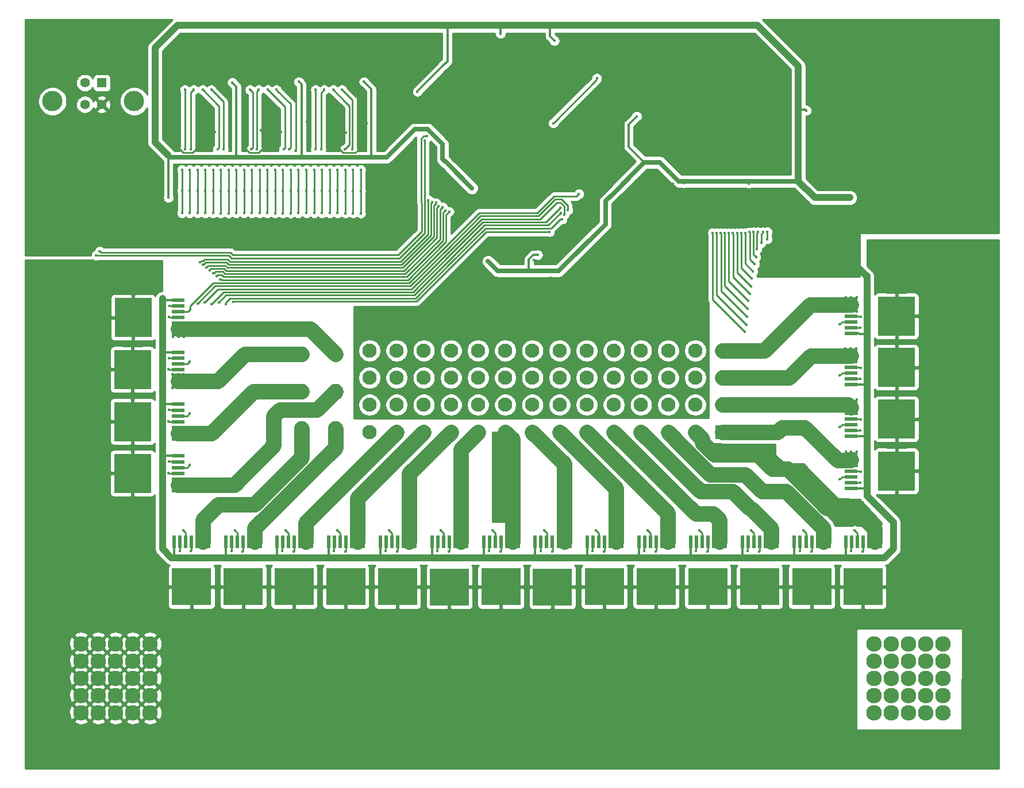
<source format=gbr>
G04 #@! TF.GenerationSoftware,KiCad,Pcbnew,(5.1.5)-3*
G04 #@! TF.CreationDate,2020-10-04T20:12:49-04:00*
G04 #@! TF.ProjectId,rusPDM,72757350-444d-42e6-9b69-6361645f7063,rev?*
G04 #@! TF.SameCoordinates,Original*
G04 #@! TF.FileFunction,Copper,L1,Top*
G04 #@! TF.FilePolarity,Positive*
%FSLAX46Y46*%
G04 Gerber Fmt 4.6, Leading zero omitted, Abs format (unit mm)*
G04 Created by KiCad (PCBNEW (5.1.5)-3) date 2020-10-04 20:12:49*
%MOMM*%
%LPD*%
G04 APERTURE LIST*
%ADD10C,2.300000*%
%ADD11C,1.400000*%
%ADD12C,3.000000*%
%ADD13R,1.400000X1.400000*%
%ADD14R,1.830000X0.560000*%
%ADD15R,5.430000X5.730000*%
%ADD16R,0.560000X1.830000*%
%ADD17R,5.730000X5.430000*%
%ADD18R,2.100000X2.100000*%
%ADD19C,2.250000*%
%ADD20C,2.100000*%
%ADD21C,0.400000*%
%ADD22C,0.800000*%
%ADD23C,0.250000*%
%ADD24C,1.000000*%
%ADD25C,0.300000*%
%ADD26C,2.300000*%
%ADD27C,0.700000*%
%ADD28C,0.254000*%
G04 APERTURE END LIST*
D10*
X214630000Y-101600000D03*
X212090000Y-101600000D03*
X209550000Y-101600000D03*
X207010000Y-101600000D03*
X204470000Y-101600000D03*
X214630000Y-104140000D03*
X212090000Y-104140000D03*
X209550000Y-104140000D03*
X207010000Y-104140000D03*
X204470000Y-104140000D03*
X214630000Y-106680000D03*
X212090000Y-106680000D03*
X209550000Y-106680000D03*
X207010000Y-106680000D03*
X204470000Y-106680000D03*
X214630000Y-109220000D03*
X212090000Y-109220000D03*
X209550000Y-109220000D03*
X207010000Y-109220000D03*
X204470000Y-109220000D03*
X214630000Y-111760000D03*
X212090000Y-111760000D03*
X209550000Y-111760000D03*
X207010000Y-111760000D03*
X204470000Y-111760000D03*
X97790000Y-101600000D03*
X95250000Y-101600000D03*
X92710000Y-101600000D03*
X90170000Y-101600000D03*
X87630000Y-101600000D03*
X97790000Y-104140000D03*
X95250000Y-104140000D03*
X92710000Y-104140000D03*
X90170000Y-104140000D03*
X87630000Y-104140000D03*
X97790000Y-106680000D03*
X95250000Y-106680000D03*
X92710000Y-106680000D03*
X90170000Y-106680000D03*
X87630000Y-106680000D03*
X97790000Y-109220000D03*
X95250000Y-109220000D03*
X92710000Y-109220000D03*
X90170000Y-109220000D03*
X87630000Y-109220000D03*
X97790000Y-111760000D03*
X95250000Y-111760000D03*
X92710000Y-111760000D03*
X90170000Y-111760000D03*
X87630000Y-111760000D03*
D11*
X88178000Y-18859500D03*
D12*
X83408000Y-21569500D03*
D13*
X90678000Y-18859500D03*
D11*
X88178000Y-22059500D03*
X90678000Y-22059500D03*
D12*
X95448000Y-21569500D03*
D14*
X201080500Y-55826500D03*
X201080500Y-54976500D03*
X201080500Y-54126500D03*
X201080500Y-53276500D03*
X201080500Y-52426500D03*
X201080500Y-51576500D03*
X201080500Y-50726500D03*
D15*
X207760500Y-53276500D03*
D16*
X131702500Y-86525000D03*
X132552500Y-86525000D03*
X133402500Y-86525000D03*
X134252500Y-86525000D03*
X135102500Y-86525000D03*
X135952500Y-86525000D03*
X136802500Y-86525000D03*
D17*
X134252500Y-93205000D03*
D18*
X182118000Y-70358000D03*
D19*
X120118000Y-58858000D03*
X120118000Y-64358000D03*
X125118000Y-58858000D03*
X125118000Y-64358000D03*
X120118000Y-69858000D03*
D20*
X130118000Y-58358000D03*
X130118000Y-62358000D03*
X130118000Y-66358000D03*
X130118000Y-70358000D03*
X134118000Y-58358000D03*
X134118000Y-62358000D03*
X134118000Y-66358000D03*
X134118000Y-70358000D03*
X138118000Y-58358000D03*
X138118000Y-62358000D03*
X138118000Y-66358000D03*
X138118000Y-70358000D03*
X142118000Y-58358000D03*
X142118000Y-62358000D03*
X142118000Y-66358000D03*
X142118000Y-70358000D03*
X146118000Y-58358000D03*
X146118000Y-62358000D03*
X146118000Y-66358000D03*
X146118000Y-70358000D03*
X150118000Y-58358000D03*
X150118000Y-62358000D03*
X150118000Y-66358000D03*
X150118000Y-70358000D03*
X154118000Y-58358000D03*
X154118000Y-62358000D03*
X154118000Y-66358000D03*
X154118000Y-70358000D03*
X158118000Y-58358000D03*
X158118000Y-62358000D03*
X158118000Y-66358000D03*
X158118000Y-70358000D03*
X162118000Y-58358000D03*
X162118000Y-62358000D03*
X162118000Y-66358000D03*
X162118000Y-70358000D03*
X166118000Y-58358000D03*
X166118000Y-62358000D03*
X166118000Y-66358000D03*
X166118000Y-70358000D03*
X170118000Y-58358000D03*
X170118000Y-62358000D03*
X170118000Y-66358000D03*
X170118000Y-70358000D03*
X174118000Y-58358000D03*
X174118000Y-62358000D03*
X174118000Y-66358000D03*
X174118000Y-70358000D03*
X178118000Y-58358000D03*
X178118000Y-62358000D03*
X178118000Y-66358000D03*
X178118000Y-70358000D03*
X182118000Y-58358000D03*
X182118000Y-62358000D03*
X182118000Y-66358000D03*
D19*
X125118000Y-69858000D03*
D14*
X101966500Y-50917000D03*
X101966500Y-51767000D03*
X101966500Y-52617000D03*
X101966500Y-53467000D03*
X101966500Y-54317000D03*
X101966500Y-55167000D03*
X101966500Y-56017000D03*
D15*
X95286500Y-53467000D03*
D16*
X108969500Y-86525000D03*
X109819500Y-86525000D03*
X110669500Y-86525000D03*
X111519500Y-86525000D03*
X112369500Y-86525000D03*
X113219500Y-86525000D03*
X114069500Y-86525000D03*
D17*
X111519500Y-93205000D03*
D16*
X116462500Y-86525000D03*
X117312500Y-86525000D03*
X118162500Y-86525000D03*
X119012500Y-86525000D03*
X119862500Y-86525000D03*
X120712500Y-86525000D03*
X121562500Y-86525000D03*
D17*
X119012500Y-93205000D03*
D16*
X139336500Y-86550000D03*
X140186500Y-86550000D03*
X141036500Y-86550000D03*
X141886500Y-86550000D03*
X142736500Y-86550000D03*
X143586500Y-86550000D03*
X144436500Y-86550000D03*
D17*
X141886500Y-93230000D03*
D16*
X177422500Y-86525000D03*
X178272500Y-86525000D03*
X179122500Y-86525000D03*
X179972500Y-86525000D03*
X180822500Y-86525000D03*
X181672500Y-86525000D03*
X182522500Y-86525000D03*
D17*
X179972500Y-93205000D03*
D16*
X124082500Y-86525000D03*
X124932500Y-86525000D03*
X125782500Y-86525000D03*
X126632500Y-86525000D03*
X127482500Y-86525000D03*
X128332500Y-86525000D03*
X129182500Y-86525000D03*
D17*
X126632500Y-93205000D03*
D16*
X154536500Y-86550000D03*
X155386500Y-86550000D03*
X156236500Y-86550000D03*
X157086500Y-86550000D03*
X157936500Y-86550000D03*
X158786500Y-86550000D03*
X159636500Y-86550000D03*
D17*
X157086500Y-93230000D03*
D14*
X101903000Y-73904000D03*
X101903000Y-74754000D03*
X101903000Y-75604000D03*
X101903000Y-76454000D03*
X101903000Y-77304000D03*
X101903000Y-78154000D03*
X101903000Y-79004000D03*
D15*
X95223000Y-76454000D03*
D16*
X185042500Y-86525000D03*
X185892500Y-86525000D03*
X186742500Y-86525000D03*
X187592500Y-86525000D03*
X188442500Y-86525000D03*
X189292500Y-86525000D03*
X190142500Y-86525000D03*
D17*
X187592500Y-93205000D03*
D16*
X146942500Y-86525000D03*
X147792500Y-86525000D03*
X148642500Y-86525000D03*
X149492500Y-86525000D03*
X150342500Y-86525000D03*
X151192500Y-86525000D03*
X152042500Y-86525000D03*
D17*
X149492500Y-93205000D03*
D16*
X192726000Y-86525000D03*
X193576000Y-86525000D03*
X194426000Y-86525000D03*
X195276000Y-86525000D03*
X196126000Y-86525000D03*
X196976000Y-86525000D03*
X197826000Y-86525000D03*
D17*
X195276000Y-93205000D03*
D14*
X101903000Y-58600500D03*
X101903000Y-59450500D03*
X101903000Y-60300500D03*
X101903000Y-61150500D03*
X101903000Y-62000500D03*
X101903000Y-62850500D03*
X101903000Y-63700500D03*
D15*
X95223000Y-61150500D03*
D16*
X169802500Y-86525000D03*
X170652500Y-86525000D03*
X171502500Y-86525000D03*
X172352500Y-86525000D03*
X173202500Y-86525000D03*
X174052500Y-86525000D03*
X174902500Y-86525000D03*
D17*
X172352500Y-93205000D03*
D16*
X162182500Y-86525000D03*
X163032500Y-86525000D03*
X163882500Y-86525000D03*
X164732500Y-86525000D03*
X165582500Y-86525000D03*
X166432500Y-86525000D03*
X167282500Y-86525000D03*
D17*
X164732500Y-93205000D03*
D14*
X101903000Y-66284000D03*
X101903000Y-67134000D03*
X101903000Y-67984000D03*
X101903000Y-68834000D03*
X101903000Y-69684000D03*
X101903000Y-70534000D03*
X101903000Y-71384000D03*
D15*
X95223000Y-68834000D03*
D16*
X101349500Y-86525000D03*
X102199500Y-86525000D03*
X103049500Y-86525000D03*
X103899500Y-86525000D03*
X104749500Y-86525000D03*
X105599500Y-86525000D03*
X106449500Y-86525000D03*
D17*
X103899500Y-93205000D03*
D16*
X200282500Y-86525000D03*
X201132500Y-86525000D03*
X201982500Y-86525000D03*
X202832500Y-86525000D03*
X203682500Y-86525000D03*
X204532500Y-86525000D03*
X205382500Y-86525000D03*
D17*
X202832500Y-93205000D03*
D14*
X201080500Y-63383000D03*
X201080500Y-62533000D03*
X201080500Y-61683000D03*
X201080500Y-60833000D03*
X201080500Y-59983000D03*
X201080500Y-59133000D03*
X201080500Y-58283000D03*
D15*
X207760500Y-60833000D03*
D14*
X201080500Y-71003000D03*
X201080500Y-70153000D03*
X201080500Y-69303000D03*
X201080500Y-68453000D03*
X201080500Y-67603000D03*
X201080500Y-66753000D03*
X201080500Y-65903000D03*
D15*
X207760500Y-68453000D03*
D14*
X201080500Y-78686500D03*
X201080500Y-77836500D03*
X201080500Y-76986500D03*
X201080500Y-76136500D03*
X201080500Y-75286500D03*
X201080500Y-74436500D03*
X201080500Y-73586500D03*
D15*
X207760500Y-76136500D03*
D21*
X207800000Y-42800000D03*
X206200000Y-42800000D03*
X206200000Y-43700000D03*
X207800000Y-43700000D03*
X207800000Y-44700000D03*
X206200000Y-44700000D03*
X215400000Y-44800000D03*
X215400000Y-43900000D03*
X215400000Y-42900000D03*
X214100000Y-42900000D03*
X214100000Y-43900000D03*
X214100000Y-44800000D03*
X212700000Y-44800000D03*
X212700000Y-43900000D03*
X212700000Y-42900000D03*
X193548000Y-87947500D03*
X147764500Y-87947500D03*
X185864500Y-87947500D03*
X155384500Y-87947500D03*
X124904500Y-87947500D03*
X100584000Y-59436000D03*
X136500000Y-19400000D03*
X140400000Y-15500000D03*
X158900000Y-12900000D03*
X174800000Y-33700000D03*
X170400000Y-32400000D03*
X169400000Y-33300000D03*
X166900000Y-35800000D03*
X156800000Y-47600000D03*
X154300000Y-45000000D03*
X165800000Y-40500000D03*
X89400000Y-34000000D03*
X93900000Y-33200000D03*
X201400000Y-45400000D03*
X201850000Y-45850000D03*
X202350000Y-46350000D03*
X202900000Y-46900000D03*
X203400000Y-55900000D03*
X203400000Y-55900000D03*
X203400477Y-63499523D03*
X203400955Y-71099045D03*
X203401432Y-78698568D03*
X200188999Y-88911001D03*
X192688999Y-88911001D03*
X184988999Y-88911001D03*
X177388999Y-88911001D03*
X169788999Y-88911001D03*
X162188999Y-88911001D03*
X154488999Y-88911001D03*
X146788999Y-88911001D03*
X139288999Y-88911001D03*
X131688999Y-88911001D03*
X123888999Y-88911001D03*
X116488999Y-88911001D03*
X108988999Y-88911001D03*
X101188999Y-88911001D03*
X99620499Y-73779501D03*
X99620499Y-66079501D03*
X99620499Y-58479501D03*
X99620499Y-50679501D03*
X108600000Y-20400000D03*
X109700000Y-24600000D03*
X130900000Y-18800000D03*
X120600000Y-17700000D03*
X120900000Y-24600000D03*
X129700000Y-24800000D03*
X162407553Y-38392053D03*
X158686500Y-43307000D03*
X173100000Y-35500000D03*
X171600000Y-35400000D03*
X171600000Y-33800000D03*
X169900000Y-25300000D03*
X144900000Y-12700000D03*
X107354500Y-26100000D03*
X126638500Y-26200000D03*
X124200000Y-26300000D03*
X117048232Y-26094768D03*
X114098018Y-25898018D03*
X100300000Y-24400000D03*
X100900000Y-25900000D03*
X104700000Y-26300000D03*
X102700000Y-61800000D03*
X101100000Y-61800000D03*
X101900000Y-61800000D03*
X102700000Y-63900000D03*
X102700000Y-63200000D03*
X101900000Y-62500000D03*
X101900000Y-63900000D03*
X101100000Y-62500000D03*
X101100000Y-63200000D03*
X101900000Y-63200000D03*
X101100000Y-63900000D03*
X102700000Y-62500000D03*
X102800000Y-54200000D03*
X101200000Y-54200000D03*
X102000000Y-54200000D03*
X102800000Y-56300000D03*
X102800000Y-55600000D03*
X102000000Y-54900000D03*
X102000000Y-56300000D03*
X101200000Y-54900000D03*
X101200000Y-55600000D03*
X102000000Y-55600000D03*
X101200000Y-56300000D03*
X102800000Y-54900000D03*
X201900000Y-51900000D03*
X200300000Y-51900000D03*
X201100000Y-51900000D03*
X201900000Y-52600000D03*
X200300000Y-52600000D03*
X201100000Y-52600000D03*
X201900000Y-51200000D03*
X200300000Y-51200000D03*
X201100000Y-51200000D03*
X200300000Y-50500000D03*
X201100000Y-50500000D03*
X201900000Y-50500000D03*
X201800000Y-58000000D03*
X200200000Y-58000000D03*
X201000000Y-58000000D03*
X201800000Y-60100000D03*
X201800000Y-59400000D03*
X201000000Y-58700000D03*
X201000000Y-60100000D03*
X200200000Y-58700000D03*
X200200000Y-59400000D03*
X201000000Y-59400000D03*
X200200000Y-60100000D03*
X201800000Y-58700000D03*
X201900000Y-65600000D03*
X200300000Y-65600000D03*
X201100000Y-65600000D03*
X201900000Y-67700000D03*
X201900000Y-67000000D03*
X201100000Y-66300000D03*
X201100000Y-67700000D03*
X200300000Y-66300000D03*
X200300000Y-67000000D03*
X201100000Y-67000000D03*
X200300000Y-67700000D03*
X201900000Y-66300000D03*
X201900000Y-73300000D03*
X200300000Y-73300000D03*
X201100000Y-73300000D03*
X201900000Y-75400000D03*
X201900000Y-74700000D03*
X201100000Y-74000000D03*
X201100000Y-75400000D03*
X200300000Y-74000000D03*
X200300000Y-74700000D03*
X201100000Y-74700000D03*
X200300000Y-75400000D03*
X201900000Y-74000000D03*
X202438000Y-77851000D03*
X202501500Y-76200000D03*
X202438000Y-70167500D03*
X202501500Y-68516500D03*
X202438000Y-62547500D03*
X202438000Y-54991000D03*
X201104500Y-87947500D03*
X100647500Y-51752500D03*
X102171500Y-87884000D03*
X100584000Y-67119500D03*
X163004500Y-87947500D03*
X170624500Y-87947500D03*
X132524500Y-87947500D03*
X140144500Y-87947500D03*
X117284500Y-87947500D03*
X109791500Y-87947500D03*
X105589445Y-45710524D03*
X139310669Y-36452208D03*
X107569000Y-47371000D03*
X141269485Y-37693051D03*
X108077000Y-47851347D03*
X141859000Y-37846000D03*
X186427998Y-47698830D03*
X184869705Y-40990361D03*
X185420000Y-55613501D03*
X180669684Y-40990361D03*
X106553000Y-46482000D03*
X140308177Y-37001752D03*
X186619678Y-46648829D03*
X185469708Y-40990361D03*
X185795859Y-52155641D03*
X182469693Y-40990361D03*
X186875316Y-45598840D03*
X186058278Y-40873797D03*
X185657538Y-54563500D03*
X181269687Y-40990361D03*
X186299913Y-48848500D03*
X184269702Y-40990361D03*
X186147666Y-49961808D03*
X183669699Y-40990361D03*
X106045000Y-46101000D03*
X139900655Y-36561380D03*
X107061000Y-46926500D03*
X140883990Y-37170398D03*
X105128349Y-45326606D03*
X138785669Y-36158196D03*
X187067075Y-44548839D03*
X186670639Y-40852414D03*
X103632000Y-59944000D03*
X104775000Y-51435000D03*
X159338500Y-37655500D03*
X110299500Y-84899500D03*
X108974411Y-51498500D03*
X158514492Y-38970508D03*
X117792500Y-84899500D03*
X110015727Y-51151395D03*
X156654500Y-40830500D03*
X140652500Y-84899500D03*
X178752500Y-84899500D03*
X188729585Y-41902415D03*
X188722000Y-40830500D03*
X187832807Y-42490564D03*
X188122399Y-40852414D03*
X187195639Y-43372861D03*
X187361113Y-40852414D03*
X125412500Y-84899500D03*
X155892500Y-84899500D03*
X103632000Y-75247500D03*
X106875002Y-51498500D03*
X158260593Y-37258555D03*
X186372500Y-84899500D03*
X148272500Y-84899500D03*
X194056000Y-84899500D03*
X133032500Y-84899500D03*
X171132500Y-84899500D03*
X163512500Y-84899500D03*
X103632000Y-67627500D03*
X105825001Y-51244500D03*
X158813500Y-38290500D03*
X102679500Y-84836000D03*
X107924410Y-51221538D03*
X158275654Y-38024564D03*
X103695500Y-52260500D03*
X160972500Y-35242500D03*
X201612500Y-84899500D03*
X199390000Y-54483000D03*
X199390000Y-62039500D03*
X199390000Y-69659500D03*
X199390000Y-77343000D03*
D22*
X200900000Y-35800000D03*
X199800000Y-35800000D03*
X197300000Y-35800000D03*
X196200000Y-35800000D03*
X198564500Y-35814500D03*
D21*
X127100000Y-29700000D03*
X122600000Y-29700000D03*
X117900000Y-29700000D03*
X113100000Y-29700000D03*
X108200000Y-29700000D03*
X103300000Y-29700000D03*
X157357053Y-12642947D03*
X149415000Y-11600000D03*
X141058947Y-16217947D03*
X137185447Y-20154947D03*
X141600000Y-30800000D03*
X145200000Y-34400000D03*
X132850000Y-29650000D03*
X147724000Y-45148500D03*
X157441947Y-46758053D03*
X165011053Y-39725553D03*
X166150000Y-35050000D03*
X168694053Y-32550053D03*
X169600000Y-31600000D03*
X176403000Y-33632000D03*
X186000000Y-33700000D03*
X109900000Y-18800000D03*
X119700000Y-18700000D03*
X129300000Y-18700000D03*
X100500000Y-35800000D03*
X154901947Y-44234053D03*
X163400000Y-10400000D03*
X169500000Y-23800000D03*
X194500500Y-22946500D03*
X100584000Y-74739500D03*
X185916107Y-51011809D03*
X183069696Y-40990361D03*
X178244500Y-87947500D03*
X185754197Y-53386799D03*
X181869690Y-40990361D03*
X157200000Y-24800000D03*
X163617193Y-18174909D03*
X89852500Y-44323000D03*
X138260668Y-27347332D03*
X90358000Y-43685500D03*
X138557000Y-26670000D03*
X202501500Y-60896500D03*
X202501500Y-53340000D03*
X202755500Y-88011000D03*
X100584000Y-53403500D03*
X103822500Y-87947500D03*
X100520500Y-68770500D03*
X164655500Y-88011000D03*
X172275500Y-88011000D03*
X134175500Y-88011000D03*
X100520500Y-61087000D03*
X195199000Y-88011000D03*
X149415500Y-88011000D03*
X187515500Y-88011000D03*
X100520500Y-76390500D03*
X157035500Y-88011000D03*
X126555500Y-88011000D03*
X179895500Y-88011000D03*
X141795500Y-88011000D03*
X118935500Y-88011000D03*
X111442500Y-88011000D03*
X123126500Y-31686500D03*
X123126500Y-38073500D03*
X123126500Y-34773500D03*
X122999500Y-28638500D03*
X123444000Y-19875500D03*
X127698500Y-34801500D03*
X127698500Y-38101500D03*
X127698500Y-31686500D03*
X126047500Y-19875500D03*
X127571500Y-28638500D03*
X125412500Y-38087500D03*
X125412500Y-34787500D03*
X125412500Y-31686500D03*
X120840500Y-31686500D03*
X120840500Y-34759500D03*
X120840500Y-38059500D03*
X121983500Y-31686500D03*
X121983500Y-38066500D03*
X121983500Y-34766500D03*
X122174000Y-28638500D03*
X122174000Y-19875500D03*
X126555500Y-34794500D03*
X126555500Y-38094500D03*
X126555500Y-31686500D03*
X126492000Y-28638500D03*
X124777500Y-19875500D03*
X128841500Y-34808500D03*
X128841500Y-38108500D03*
X128841500Y-31686500D03*
X124269500Y-31686500D03*
X124269500Y-38080500D03*
X124269500Y-34780500D03*
X113538000Y-28638500D03*
X113919000Y-31686500D03*
X113919000Y-34781000D03*
X113919000Y-38081000D03*
X113792000Y-19875500D03*
X118300500Y-28638500D03*
X118491000Y-31686500D03*
X118491000Y-38109000D03*
X118491000Y-34809000D03*
X116395500Y-19875500D03*
X116205000Y-31686500D03*
X116205000Y-34795000D03*
X116205000Y-38095000D03*
X111633000Y-31686500D03*
X111633000Y-34767000D03*
X111633000Y-38067000D03*
X112712500Y-28638500D03*
X112776000Y-31686500D03*
X112776000Y-34774000D03*
X112776000Y-38074000D03*
X112522000Y-19875500D03*
X117475000Y-28638500D03*
X117348000Y-31686500D03*
X117348000Y-38102000D03*
X117348000Y-34802000D03*
X115125500Y-19875500D03*
X119634000Y-31686500D03*
X119634000Y-38066000D03*
X119634000Y-34766000D03*
X115062000Y-31686500D03*
X115062000Y-34788000D03*
X115062000Y-38088000D03*
X103759000Y-28638500D03*
X104775000Y-31686500D03*
X104775000Y-38075000D03*
X104775000Y-34775000D03*
X104203500Y-19875500D03*
X108585000Y-28638500D03*
X109347000Y-31686500D03*
X109347000Y-34803000D03*
X109347000Y-38103000D03*
X106807000Y-19875500D03*
X107061000Y-31686500D03*
X107061000Y-38089000D03*
X107061000Y-34789000D03*
X102489000Y-31686500D03*
X102489000Y-38061000D03*
X102489000Y-34761000D03*
X103632000Y-31686500D03*
X103632000Y-38068000D03*
X103632000Y-34768000D03*
X102933500Y-19875500D03*
X102933500Y-28638500D03*
X107759500Y-28638500D03*
X108204000Y-31686500D03*
X108204000Y-38096000D03*
X108204000Y-34796000D03*
X105537000Y-19875500D03*
X110490000Y-31686500D03*
X110490000Y-38060000D03*
X110490000Y-34760000D03*
X105918000Y-31686500D03*
X105918000Y-34782000D03*
X105918000Y-38082000D03*
D23*
X193548000Y-87947500D02*
X193548000Y-86616500D01*
X193548000Y-86616500D02*
X193576000Y-86588500D01*
X147764500Y-87947500D02*
X147764500Y-86616500D01*
X147764500Y-86616500D02*
X147792500Y-86588500D01*
X185864500Y-87947500D02*
X185864500Y-86616500D01*
X185864500Y-86616500D02*
X185892500Y-86588500D01*
X155384500Y-87947500D02*
X155384500Y-86616500D01*
X155384500Y-86616500D02*
X155412500Y-86588500D01*
X124904500Y-87947500D02*
X124904500Y-86616500D01*
X124904500Y-86616500D02*
X124932500Y-86588500D01*
X100584000Y-59436000D02*
X101915000Y-59436000D01*
X101915000Y-59436000D02*
X101943000Y-59464000D01*
D24*
X203100000Y-47100000D02*
X203401501Y-47401501D01*
X203401501Y-79801501D02*
X207300000Y-83700000D01*
X207300000Y-83700000D02*
X207300000Y-87600000D01*
X205988999Y-88911001D02*
X200188999Y-88911001D01*
X207300000Y-87600000D02*
X205988999Y-88911001D01*
X99620499Y-87620499D02*
X99620499Y-73779501D01*
X100911001Y-88911001D02*
X99620499Y-87620499D01*
X203100000Y-47100000D02*
X202900000Y-46900000D01*
X201400000Y-45400000D02*
X201400000Y-45400000D01*
X201850000Y-45850000D02*
X201400000Y-45400000D01*
X202350000Y-46350000D02*
X201850000Y-45850000D01*
X202900000Y-46900000D02*
X202350000Y-46350000D01*
D25*
X202369000Y-55900000D02*
X203400000Y-55900000D01*
X201080500Y-55826500D02*
X202295500Y-55826500D01*
X202295500Y-55826500D02*
X202369000Y-55900000D01*
D24*
X203401501Y-47401501D02*
X203400000Y-55900000D01*
X203400000Y-55900000D02*
X203400477Y-63499523D01*
X203400477Y-63499523D02*
X203400955Y-71099045D01*
X203400955Y-71099045D02*
X203401432Y-78698568D01*
X203401432Y-78698568D02*
X203401501Y-79801501D01*
X200188999Y-88911001D02*
X192688999Y-88911001D01*
X192688999Y-88911001D02*
X184988999Y-88911001D01*
X184988999Y-88911001D02*
X177388999Y-88911001D01*
X177388999Y-88911001D02*
X169788999Y-88911001D01*
X169788999Y-88911001D02*
X162188999Y-88911001D01*
X162188999Y-88911001D02*
X154488999Y-88911001D01*
X154488999Y-88911001D02*
X146788999Y-88911001D01*
X146788999Y-88911001D02*
X139288999Y-88911001D01*
X139288999Y-88911001D02*
X131688999Y-88911001D01*
X131688999Y-88911001D02*
X123888999Y-88911001D01*
X123888999Y-88911001D02*
X116488999Y-88911001D01*
X116488999Y-88911001D02*
X108988999Y-88911001D01*
X108988999Y-88911001D02*
X101188999Y-88911001D01*
X101188999Y-88911001D02*
X100911001Y-88911001D01*
X99620499Y-73779501D02*
X99620499Y-66079501D01*
X99620499Y-66079501D02*
X99620499Y-58479501D01*
X99620499Y-58479501D02*
X99620499Y-50679501D01*
X99620499Y-50679501D02*
X99620499Y-50679501D01*
D25*
X99857998Y-50917000D02*
X99620499Y-50679501D01*
X101966500Y-50917000D02*
X99857998Y-50917000D01*
X99741498Y-58600500D02*
X99620499Y-58479501D01*
X101903000Y-58600500D02*
X99741498Y-58600500D01*
X99824998Y-66284000D02*
X99620499Y-66079501D01*
X101903000Y-66284000D02*
X99824998Y-66284000D01*
X99744998Y-73904000D02*
X99620499Y-73779501D01*
X101903000Y-73904000D02*
X99744998Y-73904000D01*
X101349500Y-88750500D02*
X101188999Y-88911001D01*
X101349500Y-86525000D02*
X101349500Y-88750500D01*
X108969500Y-88891502D02*
X108988999Y-88911001D01*
X108969500Y-86525000D02*
X108969500Y-88891502D01*
X116462500Y-88884502D02*
X116488999Y-88911001D01*
X116462500Y-86525000D02*
X116462500Y-88884502D01*
X124082500Y-88717500D02*
X123888999Y-88911001D01*
X124082500Y-86525000D02*
X124082500Y-88717500D01*
X131702500Y-88897500D02*
X131688999Y-88911001D01*
X131702500Y-86525000D02*
X131702500Y-88897500D01*
X139336500Y-88863500D02*
X139288999Y-88911001D01*
X139336500Y-86550000D02*
X139336500Y-88863500D01*
X146942500Y-88757500D02*
X146788999Y-88911001D01*
X146942500Y-86525000D02*
X146942500Y-88757500D01*
X154536500Y-88863500D02*
X154488999Y-88911001D01*
X154536500Y-86550000D02*
X154536500Y-88863500D01*
X162182500Y-88904502D02*
X162188999Y-88911001D01*
X162182500Y-86525000D02*
X162182500Y-88904502D01*
X169802500Y-88897500D02*
X169788999Y-88911001D01*
X169802500Y-86525000D02*
X169802500Y-88897500D01*
X177422500Y-88877500D02*
X177388999Y-88911001D01*
X177422500Y-86525000D02*
X177422500Y-88877500D01*
X185042500Y-88857500D02*
X184988999Y-88911001D01*
X185042500Y-86525000D02*
X185042500Y-88857500D01*
X192726000Y-88874000D02*
X192688999Y-88911001D01*
X192726000Y-86525000D02*
X192726000Y-88874000D01*
X200282500Y-88817500D02*
X200188999Y-88911001D01*
X200282500Y-86525000D02*
X200282500Y-88817500D01*
X203389364Y-78686500D02*
X203401432Y-78698568D01*
X201080500Y-78686500D02*
X203389364Y-78686500D01*
X203304910Y-71003000D02*
X203400955Y-71099045D01*
X201080500Y-71003000D02*
X203304910Y-71003000D01*
X203283954Y-63383000D02*
X203400477Y-63499523D01*
X201080500Y-63383000D02*
X203283954Y-63383000D01*
X154300000Y-45000000D02*
X154500000Y-45200000D01*
X174800000Y-33800000D02*
X173100000Y-35500000D01*
X174800000Y-33700000D02*
X174800000Y-33800000D01*
D23*
X124300000Y-26200000D02*
X124200000Y-26300000D01*
X114294768Y-26094768D02*
X114098018Y-25898018D01*
X104700000Y-26100000D02*
X104600000Y-26200000D01*
X107354500Y-26100000D02*
X105900000Y-26100000D01*
X105900000Y-26100000D02*
X104700000Y-26100000D01*
X105900000Y-26100000D02*
X105900000Y-27700000D01*
X112460499Y-29163501D02*
X111700000Y-28403002D01*
X117048232Y-26094768D02*
X115594768Y-26094768D01*
X115594768Y-26094768D02*
X114294768Y-26094768D01*
X115594768Y-26094768D02*
X115594768Y-27358734D01*
X115594768Y-27358734D02*
X113790001Y-29163501D01*
X113790001Y-29163501D02*
X112460499Y-29163501D01*
X125400000Y-28323502D02*
X126239999Y-29163501D01*
X125400000Y-26200000D02*
X125400000Y-28323502D01*
X126239999Y-29163501D02*
X127936499Y-29163501D01*
X125400000Y-26200000D02*
X124300000Y-26200000D01*
X126638500Y-26200000D02*
X125400000Y-26200000D01*
X127936499Y-29163501D02*
X128036499Y-29163501D01*
X128036499Y-29163501D02*
X128500000Y-28700000D01*
X100900000Y-26182842D02*
X100900000Y-25900000D01*
X100900000Y-27382002D02*
X100900000Y-26182842D01*
X104011001Y-29163501D02*
X102681499Y-29163501D01*
X102681499Y-29163501D02*
X100900000Y-27382002D01*
X104700000Y-28474502D02*
X104011001Y-29163501D01*
X104700000Y-26300000D02*
X104700000Y-28474502D01*
D26*
X113219500Y-85890000D02*
X113220500Y-85889000D01*
X113219500Y-86525000D02*
X113219500Y-85890000D01*
X113220500Y-85889000D02*
X113220500Y-84561548D01*
X125118000Y-72664048D02*
X125118000Y-69858000D01*
X113220500Y-84561548D02*
X125118000Y-72664048D01*
X120712500Y-83763500D02*
X134118000Y-70358000D01*
X120712500Y-86525000D02*
X120712500Y-83763500D01*
X107774000Y-62850500D02*
X101903000Y-62850500D01*
X120118000Y-58858000D02*
X111766500Y-58858000D01*
X111766500Y-58858000D02*
X107774000Y-62850500D01*
X128332500Y-80143500D02*
X138118000Y-70358000D01*
X128332500Y-86525000D02*
X128332500Y-80143500D01*
X166118000Y-70358000D02*
X178183000Y-82423000D01*
X181672500Y-83310000D02*
X181672500Y-86525000D01*
X180785500Y-82423000D02*
X181672500Y-83310000D01*
X178183000Y-82423000D02*
X180785500Y-82423000D01*
X110187000Y-78154000D02*
X101903000Y-78154000D01*
X122356500Y-67119500D02*
X116903500Y-67119500D01*
X116903500Y-67119500D02*
X116014500Y-68008500D01*
X125118000Y-64358000D02*
X122356500Y-67119500D01*
X116014500Y-68008500D02*
X116014500Y-72326500D01*
X116014500Y-72326500D02*
X110187000Y-78154000D01*
X189292500Y-84599998D02*
X189292500Y-86525000D01*
X186313512Y-81621010D02*
X189292500Y-84599998D01*
X186142010Y-81621010D02*
X183665510Y-79144510D01*
X186313512Y-81621010D02*
X186142010Y-81621010D01*
X178904510Y-79144510D02*
X170118000Y-70358000D01*
X183665510Y-79144510D02*
X178904510Y-79144510D01*
X151192500Y-71432500D02*
X150118000Y-70358000D01*
X151192500Y-86525000D02*
X151192500Y-71432500D01*
X196976000Y-84599998D02*
X196976000Y-86525000D01*
X175167999Y-71407999D02*
X175167999Y-71473549D01*
X174118000Y-70358000D02*
X175167999Y-71407999D01*
X191497002Y-79121000D02*
X196976000Y-84599998D01*
X175167999Y-71473549D02*
X180338950Y-76644500D01*
X180338950Y-76644500D02*
X185483500Y-76644500D01*
X187960000Y-79121000D02*
X191497002Y-79121000D01*
X185483500Y-76644500D02*
X187960000Y-79121000D01*
X135952500Y-76523500D02*
X142118000Y-70358000D01*
X135952500Y-86525000D02*
X135952500Y-76523500D01*
X174052500Y-86525000D02*
X174052500Y-82292500D01*
X174052500Y-82292500D02*
X162118000Y-70358000D01*
X166432500Y-78672500D02*
X158118000Y-70358000D01*
X166432500Y-86525000D02*
X166432500Y-78672500D01*
X120118000Y-74128500D02*
X120118000Y-69858000D01*
X105599500Y-83310000D02*
X107820000Y-81089500D01*
X105599500Y-86525000D02*
X105599500Y-83310000D01*
X113157000Y-81089500D02*
X120118000Y-74128500D01*
X107820000Y-81089500D02*
X113157000Y-81089500D01*
X106821500Y-70534000D02*
X101903000Y-70534000D01*
X120118000Y-64358000D02*
X112997500Y-64358000D01*
X112997500Y-64358000D02*
X106821500Y-70534000D01*
X121427000Y-55167000D02*
X101966500Y-55167000D01*
X125118000Y-58858000D02*
X121427000Y-55167000D01*
X204532500Y-86525000D02*
X204532500Y-84599998D01*
X204532500Y-84599998D02*
X201466502Y-81534000D01*
X201466502Y-81534000D02*
X197445550Y-81534000D01*
X197445550Y-81534000D02*
X191719551Y-75808001D01*
X178118000Y-70358000D02*
X179167999Y-71407999D01*
X179167999Y-71938001D02*
X180889998Y-73660000D01*
X179167999Y-71407999D02*
X179167999Y-71938001D01*
X180889998Y-73660000D02*
X187325000Y-73660000D01*
X189473001Y-75808001D02*
X191719551Y-75808001D01*
X187325000Y-73660000D02*
X189473001Y-75808001D01*
X182118000Y-58358000D02*
X188265000Y-58358000D01*
X188265000Y-58358000D02*
X195046500Y-51576500D01*
X199923500Y-51576500D02*
X201080500Y-51576500D01*
X195046500Y-51576500D02*
X199923500Y-51576500D01*
X182118000Y-62358000D02*
X191885000Y-62358000D01*
X195110000Y-59133000D02*
X201080500Y-59133000D01*
X191885000Y-62358000D02*
X195110000Y-59133000D01*
X200685500Y-66358000D02*
X201080500Y-66753000D01*
X182118000Y-66358000D02*
X200685500Y-66358000D01*
X201010501Y-74506499D02*
X201080500Y-74436500D01*
X199093499Y-74506499D02*
X201010501Y-74506499D01*
X198564500Y-73977500D02*
X199093499Y-74506499D01*
X190246000Y-70358000D02*
X190881000Y-69723000D01*
X190881000Y-69723000D02*
X194246500Y-69723000D01*
X182118000Y-70358000D02*
X190246000Y-70358000D01*
X194246500Y-69723000D02*
X198501000Y-73977500D01*
X198501000Y-73977500D02*
X198564500Y-73977500D01*
D23*
X202438000Y-77851000D02*
X201107000Y-77851000D01*
X201107000Y-77851000D02*
X201079000Y-77823000D01*
X202424500Y-76123000D02*
X201079000Y-76123000D01*
X202501500Y-76200000D02*
X202424500Y-76123000D01*
X202438000Y-70167500D02*
X201107000Y-70167500D01*
X201107000Y-70167500D02*
X201079000Y-70139500D01*
X202424500Y-68439500D02*
X201079000Y-68439500D01*
X202501500Y-68516500D02*
X202424500Y-68439500D01*
X202438000Y-62547500D02*
X201107000Y-62547500D01*
X201107000Y-62547500D02*
X201079000Y-62519500D01*
X202438000Y-54991000D02*
X201107000Y-54991000D01*
X201107000Y-54991000D02*
X201079000Y-54963000D01*
X201104500Y-87947500D02*
X201104500Y-86616500D01*
X201104500Y-86616500D02*
X201132500Y-86588500D01*
X100647500Y-51752500D02*
X101978500Y-51752500D01*
X101978500Y-51752500D02*
X102006500Y-51780500D01*
X102171500Y-86553000D02*
X102199500Y-86525000D01*
X102171500Y-87884000D02*
X102171500Y-86553000D01*
X100584000Y-67119500D02*
X101915000Y-67119500D01*
X101915000Y-67119500D02*
X101943000Y-67147500D01*
X163004500Y-87947500D02*
X163004500Y-86616500D01*
X163004500Y-86616500D02*
X163032500Y-86588500D01*
X170624500Y-87947500D02*
X170624500Y-86616500D01*
X170624500Y-86616500D02*
X170652500Y-86588500D01*
X132524500Y-87947500D02*
X132524500Y-86616500D01*
X132524500Y-86616500D02*
X132552500Y-86588500D01*
X140144500Y-87947500D02*
X140144500Y-86616500D01*
X140144500Y-86616500D02*
X140172500Y-86588500D01*
X117284500Y-87947500D02*
X117284500Y-86616500D01*
X117284500Y-86616500D02*
X117312500Y-86588500D01*
X109791500Y-87947500D02*
X109791500Y-86616500D01*
X109791500Y-86616500D02*
X109819500Y-86588500D01*
X109067103Y-45370965D02*
X109372425Y-45676287D01*
X105998033Y-45370965D02*
X109067103Y-45370965D01*
X105589445Y-45710524D02*
X105658474Y-45710524D01*
X105658474Y-45710524D02*
X105998033Y-45370965D01*
X109372425Y-45676287D02*
X109918500Y-45676287D01*
X109918500Y-45676287D02*
X134837293Y-45676287D01*
X134837293Y-45676287D02*
X139164450Y-41349130D01*
X139164450Y-41349130D02*
X139164450Y-38770950D01*
X139164450Y-38770950D02*
X139164450Y-36598427D01*
X139164450Y-36598427D02*
X139310669Y-36452208D01*
X107569000Y-47371000D02*
X107768999Y-47171001D01*
X108321501Y-47171001D02*
X108626827Y-47476327D01*
X107768999Y-47171001D02*
X108321501Y-47171001D01*
X108626827Y-47476327D02*
X110553500Y-47476327D01*
X110553500Y-47476327D02*
X135582893Y-47476327D01*
X135582893Y-47476327D02*
X140964490Y-42094730D01*
X140964490Y-42094730D02*
X140964490Y-38157990D01*
X140964490Y-38157990D02*
X140964490Y-37998046D01*
X140964490Y-37998046D02*
X141269485Y-37693051D01*
X108434832Y-47926337D02*
X110748100Y-47926337D01*
X108077000Y-47851347D02*
X108359842Y-47851347D01*
X108359842Y-47851347D02*
X108434832Y-47926337D01*
X135769293Y-47926337D02*
X140978070Y-42717560D01*
X110748100Y-47926337D02*
X135769293Y-47926337D01*
X140978070Y-42717560D02*
X141414500Y-42281130D01*
X141414500Y-42281130D02*
X141414500Y-38290500D01*
X141414500Y-38290500D02*
X141859000Y-37846000D01*
X186427998Y-47698830D02*
X184869705Y-46140537D01*
X184869705Y-46140537D02*
X184869705Y-40990361D01*
X185420000Y-55613501D02*
X180669684Y-50863185D01*
X180669684Y-50863185D02*
X180669684Y-40990361D01*
X108694301Y-46270983D02*
X108999625Y-46576307D01*
X106553000Y-46482000D02*
X106764019Y-46270982D01*
X106764019Y-46270982D02*
X108694301Y-46270983D01*
X108999625Y-46576307D02*
X110172500Y-46576307D01*
X110172500Y-46576307D02*
X135210093Y-46576307D01*
X135210093Y-46576307D02*
X140064470Y-41721930D01*
X140064470Y-41721930D02*
X140064470Y-38718470D01*
X140064470Y-38718470D02*
X140064470Y-37245459D01*
X140064470Y-37245459D02*
X140308177Y-37001752D01*
X186619678Y-46648829D02*
X185469708Y-45498859D01*
X185469708Y-45498859D02*
X185469708Y-40990361D01*
X185795859Y-52155641D02*
X182469693Y-48829475D01*
X182469693Y-48829475D02*
X182469693Y-40990361D01*
X186875316Y-45598840D02*
X186145638Y-44869162D01*
X186145638Y-40961157D02*
X186058278Y-40873797D01*
X186145638Y-44869162D02*
X186145638Y-40961157D01*
X185657538Y-54563500D02*
X181269687Y-50175649D01*
X181269687Y-50175649D02*
X181269687Y-40990361D01*
X186299913Y-48848500D02*
X184269702Y-46818289D01*
X184269702Y-46818289D02*
X184269702Y-40990361D01*
X183744701Y-41065363D02*
X183669699Y-40990361D01*
X186147666Y-49961808D02*
X183744701Y-47558843D01*
X183744701Y-47558843D02*
X183744701Y-41065363D01*
X108880702Y-45820974D02*
X109186025Y-46126297D01*
X106045000Y-46101000D02*
X106325027Y-45820973D01*
X106325027Y-45820973D02*
X108880702Y-45820974D01*
X109186025Y-46126297D02*
X110045500Y-46126297D01*
X110045500Y-46126297D02*
X135023693Y-46126297D01*
X135023693Y-46126297D02*
X137818995Y-43330995D01*
X137818995Y-43330995D02*
X139614460Y-41535530D01*
X139614460Y-41535530D02*
X139614460Y-38712960D01*
X139900655Y-36632272D02*
X139900655Y-36561380D01*
X139614460Y-38712960D02*
X139614460Y-36918467D01*
X139614460Y-36918467D02*
X139900655Y-36632272D01*
X107442007Y-46720991D02*
X108507902Y-46720992D01*
X107061000Y-46926500D02*
X107236498Y-46926500D01*
X108507902Y-46720992D02*
X108813227Y-47026317D01*
X107236498Y-46926500D02*
X107442007Y-46720991D01*
X108813227Y-47026317D02*
X110363000Y-47026317D01*
X110363000Y-47026317D02*
X135396493Y-47026317D01*
X135396493Y-47026317D02*
X140514480Y-41908330D01*
X140514480Y-41908330D02*
X140514480Y-38469980D01*
X140514480Y-38469980D02*
X140514480Y-37539908D01*
X140514480Y-37539908D02*
X140883990Y-37170398D01*
X109253503Y-44920955D02*
X109558825Y-45226277D01*
X105811633Y-44920955D02*
X109253503Y-44920955D01*
X105547065Y-45185523D02*
X105811633Y-44920955D01*
X105128349Y-45326606D02*
X105269432Y-45185523D01*
X105269432Y-45185523D02*
X105547065Y-45185523D01*
X109558825Y-45226277D02*
X109855000Y-45226277D01*
X109855000Y-45226277D02*
X134650893Y-45226277D01*
X134650893Y-45226277D02*
X138714440Y-41162730D01*
X138714440Y-41162730D02*
X138714440Y-38828940D01*
X138714440Y-38828940D02*
X138714440Y-36229425D01*
X138714440Y-36229425D02*
X138785669Y-36158196D01*
X186670638Y-40852415D02*
X186670639Y-40852414D01*
X187067075Y-44548839D02*
X186670638Y-44152402D01*
X186670638Y-44152402D02*
X186670638Y-40852415D01*
X103262000Y-60314000D02*
X101943000Y-60314000D01*
X103632000Y-59944000D02*
X103262000Y-60314000D01*
X101815000Y-60388500D02*
X101903000Y-60300500D01*
X101878500Y-60325000D02*
X101903000Y-60300500D01*
X104775000Y-51435000D02*
X107383644Y-48826356D01*
X107383644Y-48826356D02*
X111013331Y-48826357D01*
X111013331Y-48826357D02*
X136142093Y-48826357D01*
X136142093Y-48826357D02*
X141614479Y-43353971D01*
X141614479Y-43353971D02*
X146462991Y-38505459D01*
X157501101Y-36045489D02*
X158426402Y-36045490D01*
X158426402Y-36045490D02*
X159263510Y-36882598D01*
X146462991Y-38505459D02*
X155041131Y-38505459D01*
X155041131Y-38505459D02*
X157501101Y-36045489D01*
X159263510Y-36882598D02*
X159338501Y-36957589D01*
X159338501Y-37655499D02*
X159338500Y-37655500D01*
X159338501Y-36957589D02*
X159338501Y-37655499D01*
X110669500Y-85269500D02*
X110669500Y-86588500D01*
X110299500Y-84899500D02*
X110669500Y-85269500D01*
X109563674Y-50626395D02*
X116632605Y-50626395D01*
X108974411Y-51498500D02*
X108974411Y-51215658D01*
X108974411Y-51215658D02*
X109563674Y-50626395D01*
X116632605Y-50626395D02*
X136887695Y-50626395D01*
X136887695Y-50626395D02*
X142175795Y-45338295D01*
X142175795Y-45338295D02*
X147208591Y-40305499D01*
X147208591Y-40305499D02*
X156290501Y-40305499D01*
X158241492Y-38970508D02*
X158514492Y-38970508D01*
X156290501Y-40305499D02*
X156906501Y-40305499D01*
X156906501Y-40305499D02*
X158241492Y-38970508D01*
X118162500Y-85269500D02*
X118162500Y-86588500D01*
X117792500Y-84899500D02*
X118162500Y-85269500D01*
X156591000Y-40894000D02*
X156654500Y-40830500D01*
X147320000Y-40830500D02*
X156654500Y-40830500D01*
X137074095Y-51076405D02*
X147320000Y-40830500D01*
X110015727Y-51151395D02*
X110015727Y-51147273D01*
X110086595Y-51076405D02*
X137074095Y-51076405D01*
X110015727Y-51147273D02*
X110086595Y-51076405D01*
X141022500Y-85269500D02*
X141022500Y-86588500D01*
X140652500Y-84899500D02*
X141022500Y-85269500D01*
X179122500Y-85269500D02*
X179122500Y-86588500D01*
X178752500Y-84899500D02*
X179122500Y-85269500D01*
X188729585Y-41902415D02*
X188729585Y-40838085D01*
X188729585Y-40838085D02*
X188722000Y-40830500D01*
X187832807Y-42490564D02*
X187832807Y-41142006D01*
X187832807Y-41142006D02*
X188122399Y-40852414D01*
X187195639Y-43372861D02*
X187195639Y-41017888D01*
X187195639Y-41017888D02*
X187361113Y-40852414D01*
X125782500Y-85269500D02*
X125782500Y-86588500D01*
X125412500Y-84899500D02*
X125782500Y-85269500D01*
X156262500Y-85269500D02*
X156262500Y-86588500D01*
X155892500Y-84899500D02*
X156262500Y-85269500D01*
X103262000Y-75617500D02*
X101943000Y-75617500D01*
X103632000Y-75247500D02*
X103262000Y-75617500D01*
X106875002Y-51498500D02*
X108647126Y-49726376D01*
X108647126Y-49726376D02*
X110640530Y-49726376D01*
X110640530Y-49726376D02*
X136514894Y-49726376D01*
X136514894Y-49726376D02*
X141987280Y-44253990D01*
X141987280Y-44253990D02*
X146835791Y-39405479D01*
X146835791Y-39405479D02*
X155603021Y-39405479D01*
X155603021Y-39405479D02*
X156113669Y-39405479D01*
X156113669Y-39405479D02*
X158260593Y-37258555D01*
X186742500Y-85269500D02*
X186742500Y-86588500D01*
X186372500Y-84899500D02*
X186742500Y-85269500D01*
X148642500Y-85269500D02*
X148642500Y-86588500D01*
X148272500Y-84899500D02*
X148642500Y-85269500D01*
X194426000Y-85269500D02*
X194426000Y-86588500D01*
X194056000Y-84899500D02*
X194426000Y-85269500D01*
X133402500Y-85269500D02*
X133402500Y-86588500D01*
X133032500Y-84899500D02*
X133402500Y-85269500D01*
X171502500Y-85269500D02*
X171502500Y-86588500D01*
X171132500Y-84899500D02*
X171502500Y-85269500D01*
X163882500Y-85269500D02*
X163882500Y-86588500D01*
X163512500Y-84899500D02*
X163882500Y-85269500D01*
X103262000Y-67997500D02*
X101943000Y-67997500D01*
X103632000Y-67627500D02*
X103262000Y-67997500D01*
X158813500Y-37068998D02*
X158813500Y-38290500D01*
X158240001Y-36495499D02*
X158813500Y-37068998D01*
X157687501Y-36495499D02*
X158240001Y-36495499D01*
X107793135Y-49276366D02*
X136328494Y-49276366D01*
X136328494Y-49276366D02*
X146649391Y-38955469D01*
X146649391Y-38955469D02*
X155227531Y-38955469D01*
X105825001Y-51244500D02*
X107793135Y-49276366D01*
X155227531Y-38955469D02*
X157687501Y-36495499D01*
X103049500Y-85206000D02*
X103049500Y-86525000D01*
X102679500Y-84836000D02*
X103049500Y-85206000D01*
X107924410Y-51221538D02*
X108969563Y-50176385D01*
X108969563Y-50176385D02*
X110454129Y-50176385D01*
X110454129Y-50176385D02*
X136701295Y-50176385D01*
X136701295Y-50176385D02*
X142173680Y-44704000D01*
X142173680Y-44704000D02*
X147022191Y-39855489D01*
X147022191Y-39855489D02*
X155978511Y-39855489D01*
X155978511Y-39855489D02*
X156444729Y-39855489D01*
X156444729Y-39855489D02*
X158275654Y-38024564D01*
X103325500Y-52630500D02*
X102006500Y-52630500D01*
X103695500Y-52260500D02*
X103325500Y-52630500D01*
X103695500Y-51737498D02*
X107056651Y-48376347D01*
X103695500Y-52260500D02*
X103695500Y-51737498D01*
X107056651Y-48376347D02*
X107197245Y-48376347D01*
X107197245Y-48376347D02*
X110934500Y-48376347D01*
X135955693Y-48376347D02*
X141428079Y-42903961D01*
X110934500Y-48376347D02*
X135955693Y-48376347D01*
X141428079Y-42903961D02*
X146276591Y-38055449D01*
X146276591Y-38055449D02*
X154854731Y-38055449D01*
X160619520Y-35595480D02*
X160972500Y-35242500D01*
X154854731Y-38055449D02*
X157314700Y-35595480D01*
X157314700Y-35595480D02*
X160619520Y-35595480D01*
X201982500Y-85269500D02*
X201982500Y-86588500D01*
X201612500Y-84899500D02*
X201982500Y-85269500D01*
X199760000Y-54113000D02*
X201079000Y-54113000D01*
X199390000Y-54483000D02*
X199760000Y-54113000D01*
X199760000Y-61669500D02*
X201079000Y-61669500D01*
X199390000Y-62039500D02*
X199760000Y-61669500D01*
X199760000Y-69289500D02*
X201079000Y-69289500D01*
X199390000Y-69659500D02*
X199760000Y-69289500D01*
X199760000Y-76973000D02*
X201079000Y-76973000D01*
X199390000Y-77343000D02*
X199760000Y-76973000D01*
D24*
X200900000Y-35800000D02*
X195700000Y-35800000D01*
X195700000Y-35800000D02*
X193300000Y-33400000D01*
X193300000Y-16400000D02*
X187300000Y-10400000D01*
X101800000Y-10400000D02*
X98500000Y-13700000D01*
X98500000Y-13700000D02*
X98500000Y-27600000D01*
X98500000Y-27600000D02*
X100438501Y-29538501D01*
D25*
X156700000Y-11985894D02*
X157357053Y-12642947D01*
X156700000Y-10400000D02*
X156700000Y-11985894D01*
D24*
X187300000Y-10400000D02*
X163400000Y-10400000D01*
D25*
X149400000Y-10400000D02*
X149400000Y-11585000D01*
X149400000Y-11585000D02*
X149415000Y-11600000D01*
D24*
X156700000Y-10400000D02*
X149400000Y-10400000D01*
D25*
X141600000Y-10400000D02*
X141600000Y-15676894D01*
D24*
X141600000Y-10400000D02*
X101800000Y-10400000D01*
D25*
X141600000Y-15676894D02*
X141058947Y-16217947D01*
D24*
X149400000Y-10400000D02*
X141600000Y-10400000D01*
D25*
X141058947Y-16217947D02*
X137185447Y-20091447D01*
X137185447Y-20091447D02*
X137185447Y-20154947D01*
D27*
X175700000Y-33400000D02*
X172900000Y-30600000D01*
X172900000Y-30600000D02*
X170600000Y-30600000D01*
X170600000Y-30600000D02*
X169600000Y-31600000D01*
X164900000Y-36300000D02*
X164900000Y-39700000D01*
X164900000Y-39700000D02*
X158000000Y-46600000D01*
X149000000Y-46600000D02*
X147600000Y-45200000D01*
X132800000Y-29700000D02*
X132850000Y-29650000D01*
X138697002Y-25700000D02*
X140900000Y-27902998D01*
X136800000Y-25700000D02*
X138697002Y-25700000D01*
X140900000Y-27902998D02*
X140900000Y-30100000D01*
X140900000Y-30100000D02*
X141600000Y-30800000D01*
X141600000Y-30800000D02*
X145200000Y-34400000D01*
X132850000Y-29650000D02*
X136800000Y-25700000D01*
X166150000Y-35050000D02*
X164900000Y-36300000D01*
X169600000Y-31600000D02*
X166150000Y-35050000D01*
D23*
X176635000Y-33400000D02*
X176403000Y-33632000D01*
D27*
X176800000Y-33400000D02*
X175700000Y-33400000D01*
D23*
X176800000Y-33400000D02*
X176635000Y-33400000D01*
X186100000Y-33600000D02*
X186000000Y-33700000D01*
X186100000Y-33400000D02*
X186100000Y-33600000D01*
D27*
X186100000Y-33400000D02*
X176800000Y-33400000D01*
X193300000Y-33400000D02*
X186100000Y-33400000D01*
D25*
X110500000Y-29700000D02*
X110500000Y-19400000D01*
X110500000Y-19400000D02*
X109900000Y-18800000D01*
X120100000Y-19100000D02*
X119700000Y-18700000D01*
X120100000Y-29700000D02*
X120100000Y-19100000D01*
X130400000Y-29700000D02*
X130400000Y-19800000D01*
X130400000Y-19800000D02*
X129300000Y-18700000D01*
X100500000Y-29600000D02*
X100438501Y-29538501D01*
X100500000Y-35800000D02*
X100500000Y-29600000D01*
X153600000Y-44885998D02*
X153600000Y-46600000D01*
X154251945Y-44234053D02*
X153600000Y-44885998D01*
X154901947Y-44234053D02*
X154251945Y-44234053D01*
D27*
X158000000Y-46600000D02*
X153600000Y-46600000D01*
X153600000Y-46600000D02*
X149000000Y-46600000D01*
D24*
X163400000Y-10400000D02*
X156700000Y-10400000D01*
D25*
X169500000Y-23800000D02*
X168300000Y-25000000D01*
X168300000Y-28300000D02*
X170600000Y-30600000D01*
X168300000Y-25000000D02*
X168300000Y-28300000D01*
X194354000Y-22800000D02*
X194500500Y-22946500D01*
X193300000Y-22800000D02*
X194354000Y-22800000D01*
D24*
X193300000Y-22800000D02*
X193300000Y-16400000D01*
X193300000Y-33400000D02*
X193300000Y-22800000D01*
D27*
X132650001Y-29849999D02*
X132850000Y-29650000D01*
X132649991Y-29850009D02*
X132650001Y-29849999D01*
X100750009Y-29850009D02*
X132649991Y-29850009D01*
X100500000Y-29600000D02*
X100750009Y-29850009D01*
D23*
X100584000Y-74739500D02*
X101915000Y-74739500D01*
X101915000Y-74739500D02*
X101943000Y-74767500D01*
X185916107Y-51011809D02*
X183069696Y-48165398D01*
X183069696Y-48165398D02*
X183069696Y-40990361D01*
X178244500Y-87947500D02*
X178244500Y-86616500D01*
X178244500Y-86616500D02*
X178272500Y-86588500D01*
X181944692Y-41065363D02*
X181869690Y-40990361D01*
X185754197Y-53386799D02*
X181944692Y-49577294D01*
X181944692Y-49577294D02*
X181944692Y-41065363D01*
D26*
X158786500Y-75026500D02*
X154118000Y-70358000D01*
X158786500Y-86550000D02*
X158786500Y-75026500D01*
X143586500Y-72889500D02*
X146118000Y-70358000D01*
X143586500Y-86550000D02*
X143586500Y-72889500D01*
D23*
X157200000Y-24800000D02*
X163600000Y-18400000D01*
X163600000Y-18400000D02*
X163600000Y-18192102D01*
X163600000Y-18192102D02*
X163617193Y-18174909D01*
X89852500Y-44323000D02*
X109405962Y-44323000D01*
X109405962Y-44323000D02*
X109786962Y-44704000D01*
X109786962Y-44704000D02*
X134536760Y-44704000D01*
X138264430Y-40976330D02*
X138264430Y-39015340D01*
X134536760Y-44704000D02*
X138264430Y-40976330D01*
X138260668Y-36410197D02*
X138260668Y-27347332D01*
X138264430Y-39015340D02*
X138264430Y-36413959D01*
X138264430Y-36413959D02*
X138260668Y-36410197D01*
X90421500Y-43685500D02*
X90608990Y-43872990D01*
X90358000Y-43685500D02*
X90421500Y-43685500D01*
X90608990Y-43872990D02*
X109592363Y-43872991D01*
X109592363Y-43872991D02*
X109973362Y-44253990D01*
X109973362Y-44253990D02*
X134350360Y-44253990D01*
X134350360Y-44253990D02*
X137814420Y-40789930D01*
X137735667Y-27095331D02*
X138097498Y-26733500D01*
X137735667Y-36521606D02*
X137735667Y-27095331D01*
X137814420Y-40789930D02*
X137814420Y-36600359D01*
X137814420Y-36600359D02*
X137735667Y-36521606D01*
X138097498Y-26733500D02*
X138493500Y-26733500D01*
X138493500Y-26733500D02*
X138557000Y-26670000D01*
X202424500Y-60819500D02*
X201079000Y-60819500D01*
X202501500Y-60896500D02*
X202424500Y-60819500D01*
X202424500Y-53263000D02*
X201079000Y-53263000D01*
X202501500Y-53340000D02*
X202424500Y-53263000D01*
X202832500Y-87934000D02*
X202832500Y-86588500D01*
X202755500Y-88011000D02*
X202832500Y-87934000D01*
X100661000Y-53480500D02*
X102006500Y-53480500D01*
X100584000Y-53403500D02*
X100661000Y-53480500D01*
X103822500Y-87947500D02*
X103899500Y-87870500D01*
X103899500Y-87870500D02*
X103899500Y-86525000D01*
X100597500Y-68847500D02*
X101943000Y-68847500D01*
X100520500Y-68770500D02*
X100597500Y-68847500D01*
X164732500Y-87934000D02*
X164732500Y-86588500D01*
X164655500Y-88011000D02*
X164732500Y-87934000D01*
X172352500Y-87934000D02*
X172352500Y-86588500D01*
X172275500Y-88011000D02*
X172352500Y-87934000D01*
X134252500Y-87934000D02*
X134252500Y-86588500D01*
X134175500Y-88011000D02*
X134252500Y-87934000D01*
X100597500Y-61164000D02*
X101943000Y-61164000D01*
X100520500Y-61087000D02*
X100597500Y-61164000D01*
X195276000Y-87934000D02*
X195276000Y-86588500D01*
X195199000Y-88011000D02*
X195276000Y-87934000D01*
X149492500Y-87934000D02*
X149492500Y-86588500D01*
X149415500Y-88011000D02*
X149492500Y-87934000D01*
X187592500Y-87934000D02*
X187592500Y-86588500D01*
X187515500Y-88011000D02*
X187592500Y-87934000D01*
X100597500Y-76467500D02*
X101943000Y-76467500D01*
X100520500Y-76390500D02*
X100597500Y-76467500D01*
X157112500Y-87934000D02*
X157112500Y-86588500D01*
X157035500Y-88011000D02*
X157112500Y-87934000D01*
X126632500Y-87934000D02*
X126632500Y-86588500D01*
X126555500Y-88011000D02*
X126632500Y-87934000D01*
X179972500Y-87934000D02*
X179972500Y-86588500D01*
X179895500Y-88011000D02*
X179972500Y-87934000D01*
X141872500Y-87934000D02*
X141872500Y-86588500D01*
X141795500Y-88011000D02*
X141872500Y-87934000D01*
X119012500Y-87934000D02*
X119012500Y-86588500D01*
X118935500Y-88011000D02*
X119012500Y-87934000D01*
X111519500Y-87934000D02*
X111519500Y-86588500D01*
X111442500Y-88011000D02*
X111519500Y-87934000D01*
X123126500Y-34801500D02*
X123126500Y-31686500D01*
X123126500Y-37790658D02*
X123126500Y-34773500D01*
X123126500Y-38073500D02*
X123126500Y-37790658D01*
X122999500Y-20320000D02*
X123444000Y-19875500D01*
X122999500Y-28638500D02*
X122999500Y-20320000D01*
X127698500Y-37818658D02*
X127698500Y-34801500D01*
X127698500Y-38101500D02*
X127698500Y-37818658D01*
X127698500Y-34801500D02*
X127698500Y-31686500D01*
X127571500Y-21399500D02*
X126047500Y-19875500D01*
X127613511Y-28153399D02*
X127613511Y-21441511D01*
X127571500Y-28195410D02*
X127613511Y-28153399D01*
X127613511Y-21441511D02*
X127571500Y-21399500D01*
X127571500Y-28638500D02*
X127571500Y-28195410D01*
X125412500Y-37804658D02*
X125412500Y-34787500D01*
X125412500Y-38087500D02*
X125412500Y-37804658D01*
X125412500Y-34787500D02*
X125412500Y-31686500D01*
X120840500Y-34787500D02*
X120840500Y-31686500D01*
X120840500Y-38059500D02*
X120840500Y-34759500D01*
X121983500Y-34794500D02*
X121983500Y-31686500D01*
X121983500Y-35049342D02*
X121983500Y-38066500D01*
X121983500Y-34766500D02*
X121983500Y-35049342D01*
X122237500Y-19939000D02*
X122174000Y-19875500D01*
X122174000Y-28638500D02*
X122174000Y-19875500D01*
X126555500Y-35077342D02*
X126555500Y-38094500D01*
X126555500Y-34794500D02*
X126555500Y-35077342D01*
X126555500Y-34794500D02*
X126555500Y-31686500D01*
X126492000Y-21590000D02*
X124777500Y-19875500D01*
X127163501Y-22261501D02*
X126492000Y-21590000D01*
X127163501Y-27966999D02*
X127163501Y-22261501D01*
X126492000Y-28638500D02*
X127163501Y-27966999D01*
X128841500Y-35091342D02*
X128841500Y-38108500D01*
X128841500Y-34808500D02*
X128841500Y-35091342D01*
X128841500Y-34808500D02*
X128841500Y-31686500D01*
X124269500Y-34808500D02*
X124269500Y-31686500D01*
X124269500Y-35063342D02*
X124269500Y-38080500D01*
X124269500Y-34780500D02*
X124269500Y-35063342D01*
X113919000Y-34801500D02*
X113919000Y-31686500D01*
X113919000Y-37798158D02*
X113919000Y-34781000D01*
X113919000Y-38081000D02*
X113919000Y-37798158D01*
X113538000Y-20129500D02*
X113792000Y-19875500D01*
X113538000Y-28638500D02*
X113538000Y-20129500D01*
X118491000Y-34801500D02*
X118491000Y-31686500D01*
X118491000Y-37826158D02*
X118491000Y-34809000D01*
X118491000Y-38109000D02*
X118491000Y-37826158D01*
X116595499Y-20075499D02*
X116395500Y-19875500D01*
X118500499Y-21980499D02*
X116595499Y-20075499D01*
X118500499Y-28438501D02*
X118500499Y-21980499D01*
X118300500Y-28638500D02*
X118500499Y-28438501D01*
X116205000Y-34787500D02*
X116205000Y-31686500D01*
X116205000Y-38095000D02*
X116205000Y-34795000D01*
X111633000Y-34787500D02*
X111633000Y-31686500D01*
X111633000Y-37784158D02*
X111633000Y-34767000D01*
X111633000Y-38067000D02*
X111633000Y-37784158D01*
X112776000Y-34794500D02*
X112776000Y-31686500D01*
X112776000Y-34774000D02*
X112776000Y-38074000D01*
X112912499Y-20265999D02*
X112721999Y-20075499D01*
X112721999Y-20075499D02*
X112522000Y-19875500D01*
X112912499Y-28438501D02*
X112912499Y-20265999D01*
X112712500Y-28638500D02*
X112912499Y-28438501D01*
X117348000Y-34794500D02*
X117348000Y-31686500D01*
X117348000Y-34802000D02*
X117348000Y-38102000D01*
X117475000Y-22225000D02*
X115125500Y-19875500D01*
X117674999Y-28438501D02*
X117674999Y-22424999D01*
X117674999Y-22424999D02*
X117475000Y-22225000D01*
X117475000Y-28638500D02*
X117674999Y-28438501D01*
X119634000Y-34808500D02*
X119634000Y-31686500D01*
X119634000Y-35048842D02*
X119634000Y-38066000D01*
X119634000Y-34766000D02*
X119634000Y-35048842D01*
X115062000Y-34808500D02*
X115062000Y-31686500D01*
X115062000Y-35070842D02*
X115062000Y-38088000D01*
X115062000Y-34788000D02*
X115062000Y-35070842D01*
X104775000Y-34801500D02*
X104775000Y-31686500D01*
X104775000Y-37792158D02*
X104775000Y-34775000D01*
X104775000Y-38075000D02*
X104775000Y-37792158D01*
X103822500Y-20256500D02*
X104203500Y-19875500D01*
X103759000Y-20320000D02*
X103822500Y-20256500D01*
X103759000Y-28638500D02*
X103759000Y-20320000D01*
X109347000Y-34801500D02*
X109347000Y-31686500D01*
X109347000Y-37820158D02*
X109347000Y-34803000D01*
X109347000Y-38103000D02*
X109347000Y-37820158D01*
X108585000Y-21653500D02*
X106807000Y-19875500D01*
X108585000Y-28638500D02*
X108585000Y-21653500D01*
X107061000Y-34787500D02*
X107061000Y-31686500D01*
X107061000Y-37806158D02*
X107061000Y-34789000D01*
X107061000Y-38089000D02*
X107061000Y-37806158D01*
X102489000Y-34787500D02*
X102489000Y-31686500D01*
X102489000Y-38061000D02*
X102489000Y-34761000D01*
X103632000Y-34794500D02*
X103632000Y-31686500D01*
X103632000Y-38068000D02*
X103632000Y-34768000D01*
X102997000Y-19939000D02*
X102933500Y-19875500D01*
X102933500Y-28638500D02*
X102933500Y-19875500D01*
X108204000Y-34794500D02*
X108204000Y-31686500D01*
X108204000Y-34796000D02*
X108204000Y-38096000D01*
X107759500Y-22098000D02*
X105537000Y-19875500D01*
X107959499Y-22297999D02*
X107759500Y-22098000D01*
X107959499Y-28438501D02*
X107959499Y-22297999D01*
X107759500Y-28638500D02*
X107959499Y-28438501D01*
X110490000Y-34808500D02*
X110490000Y-31686500D01*
X110490000Y-35042842D02*
X110490000Y-38060000D01*
X110490000Y-34760000D02*
X110490000Y-35042842D01*
X105918000Y-34808500D02*
X105918000Y-31686500D01*
X105918000Y-37799158D02*
X105918000Y-34782000D01*
X105918000Y-38082000D02*
X105918000Y-37799158D01*
D28*
G36*
X222860000Y-119990000D02*
G01*
X79400000Y-119990000D01*
X79400000Y-113002349D01*
X86567256Y-113002349D01*
X86681118Y-113282090D01*
X86996296Y-113437961D01*
X87335826Y-113529349D01*
X87686661Y-113552741D01*
X88035319Y-113507240D01*
X88368400Y-113394594D01*
X88578882Y-113282090D01*
X88692744Y-113002349D01*
X89107256Y-113002349D01*
X89221118Y-113282090D01*
X89536296Y-113437961D01*
X89875826Y-113529349D01*
X90226661Y-113552741D01*
X90575319Y-113507240D01*
X90908400Y-113394594D01*
X91118882Y-113282090D01*
X91232744Y-113002349D01*
X91647256Y-113002349D01*
X91761118Y-113282090D01*
X92076296Y-113437961D01*
X92415826Y-113529349D01*
X92766661Y-113552741D01*
X93115319Y-113507240D01*
X93448400Y-113394594D01*
X93658882Y-113282090D01*
X93772744Y-113002349D01*
X94187256Y-113002349D01*
X94301118Y-113282090D01*
X94616296Y-113437961D01*
X94955826Y-113529349D01*
X95306661Y-113552741D01*
X95655319Y-113507240D01*
X95988400Y-113394594D01*
X96198882Y-113282090D01*
X96312744Y-113002349D01*
X96727256Y-113002349D01*
X96841118Y-113282090D01*
X97156296Y-113437961D01*
X97495826Y-113529349D01*
X97846661Y-113552741D01*
X98195319Y-113507240D01*
X98528400Y-113394594D01*
X98738882Y-113282090D01*
X98852744Y-113002349D01*
X97790000Y-111939605D01*
X96727256Y-113002349D01*
X96312744Y-113002349D01*
X95250000Y-111939605D01*
X94187256Y-113002349D01*
X93772744Y-113002349D01*
X92710000Y-111939605D01*
X91647256Y-113002349D01*
X91232744Y-113002349D01*
X90170000Y-111939605D01*
X89107256Y-113002349D01*
X88692744Y-113002349D01*
X87630000Y-111939605D01*
X86567256Y-113002349D01*
X79400000Y-113002349D01*
X79400000Y-111816661D01*
X85837259Y-111816661D01*
X85882760Y-112165319D01*
X85995406Y-112498400D01*
X86107910Y-112708882D01*
X86387651Y-112822744D01*
X87450395Y-111760000D01*
X87809605Y-111760000D01*
X88528968Y-112479363D01*
X88535406Y-112498400D01*
X88647910Y-112708882D01*
X88834389Y-112784784D01*
X88872349Y-112822744D01*
X88900000Y-112811489D01*
X88927651Y-112822744D01*
X88965611Y-112784784D01*
X89152090Y-112708882D01*
X89260282Y-112490113D01*
X89990395Y-111760000D01*
X90349605Y-111760000D01*
X91068968Y-112479363D01*
X91075406Y-112498400D01*
X91187910Y-112708882D01*
X91374389Y-112784784D01*
X91412349Y-112822744D01*
X91440000Y-112811489D01*
X91467651Y-112822744D01*
X91505611Y-112784784D01*
X91692090Y-112708882D01*
X91800282Y-112490113D01*
X92530395Y-111760000D01*
X92889605Y-111760000D01*
X93608968Y-112479363D01*
X93615406Y-112498400D01*
X93727910Y-112708882D01*
X93914389Y-112784784D01*
X93952349Y-112822744D01*
X93980000Y-112811489D01*
X94007651Y-112822744D01*
X94045611Y-112784784D01*
X94232090Y-112708882D01*
X94340282Y-112490113D01*
X95070395Y-111760000D01*
X95429605Y-111760000D01*
X96148968Y-112479363D01*
X96155406Y-112498400D01*
X96267910Y-112708882D01*
X96454389Y-112784784D01*
X96492349Y-112822744D01*
X96520000Y-112811489D01*
X96547651Y-112822744D01*
X96585611Y-112784784D01*
X96772090Y-112708882D01*
X96880282Y-112490113D01*
X97610395Y-111760000D01*
X97969605Y-111760000D01*
X99032349Y-112822744D01*
X99312090Y-112708882D01*
X99467961Y-112393704D01*
X99559349Y-112054174D01*
X99582741Y-111703339D01*
X99537240Y-111354681D01*
X99424594Y-111021600D01*
X99312090Y-110811118D01*
X99032349Y-110697256D01*
X97969605Y-111760000D01*
X97610395Y-111760000D01*
X96891032Y-111040637D01*
X96884594Y-111021600D01*
X96772090Y-110811118D01*
X96585611Y-110735216D01*
X96547651Y-110697256D01*
X96520000Y-110708511D01*
X96492349Y-110697256D01*
X96454389Y-110735216D01*
X96267910Y-110811118D01*
X96159718Y-111029887D01*
X95429605Y-111760000D01*
X95070395Y-111760000D01*
X94351032Y-111040637D01*
X94344594Y-111021600D01*
X94232090Y-110811118D01*
X94045611Y-110735216D01*
X94007651Y-110697256D01*
X93980000Y-110708511D01*
X93952349Y-110697256D01*
X93914389Y-110735216D01*
X93727910Y-110811118D01*
X93619718Y-111029887D01*
X92889605Y-111760000D01*
X92530395Y-111760000D01*
X91811032Y-111040637D01*
X91804594Y-111021600D01*
X91692090Y-110811118D01*
X91505611Y-110735216D01*
X91467651Y-110697256D01*
X91440000Y-110708511D01*
X91412349Y-110697256D01*
X91374389Y-110735216D01*
X91187910Y-110811118D01*
X91079718Y-111029887D01*
X90349605Y-111760000D01*
X89990395Y-111760000D01*
X89271032Y-111040637D01*
X89264594Y-111021600D01*
X89152090Y-110811118D01*
X88965611Y-110735216D01*
X88927651Y-110697256D01*
X88900000Y-110708511D01*
X88872349Y-110697256D01*
X88834389Y-110735216D01*
X88647910Y-110811118D01*
X88539718Y-111029887D01*
X87809605Y-111760000D01*
X87450395Y-111760000D01*
X86387651Y-110697256D01*
X86107910Y-110811118D01*
X85952039Y-111126296D01*
X85860651Y-111465826D01*
X85837259Y-111816661D01*
X79400000Y-111816661D01*
X79400000Y-110462349D01*
X86567256Y-110462349D01*
X86578511Y-110490000D01*
X86567256Y-110517651D01*
X86605216Y-110555611D01*
X86681118Y-110742090D01*
X86899887Y-110850282D01*
X87630000Y-111580395D01*
X88349363Y-110861032D01*
X88368400Y-110854594D01*
X88578882Y-110742090D01*
X88654784Y-110555611D01*
X88692744Y-110517651D01*
X88681489Y-110490000D01*
X88692744Y-110462349D01*
X89107256Y-110462349D01*
X89118511Y-110490000D01*
X89107256Y-110517651D01*
X89145216Y-110555611D01*
X89221118Y-110742090D01*
X89439887Y-110850282D01*
X90170000Y-111580395D01*
X90889363Y-110861032D01*
X90908400Y-110854594D01*
X91118882Y-110742090D01*
X91194784Y-110555611D01*
X91232744Y-110517651D01*
X91221489Y-110490000D01*
X91232744Y-110462349D01*
X91647256Y-110462349D01*
X91658511Y-110490000D01*
X91647256Y-110517651D01*
X91685216Y-110555611D01*
X91761118Y-110742090D01*
X91979887Y-110850282D01*
X92710000Y-111580395D01*
X93429363Y-110861032D01*
X93448400Y-110854594D01*
X93658882Y-110742090D01*
X93734784Y-110555611D01*
X93772744Y-110517651D01*
X93761489Y-110490000D01*
X93772744Y-110462349D01*
X94187256Y-110462349D01*
X94198511Y-110490000D01*
X94187256Y-110517651D01*
X94225216Y-110555611D01*
X94301118Y-110742090D01*
X94519887Y-110850282D01*
X95250000Y-111580395D01*
X95969363Y-110861032D01*
X95988400Y-110854594D01*
X96198882Y-110742090D01*
X96274784Y-110555611D01*
X96312744Y-110517651D01*
X96301489Y-110490000D01*
X96312744Y-110462349D01*
X96727256Y-110462349D01*
X96738511Y-110490000D01*
X96727256Y-110517651D01*
X96765216Y-110555611D01*
X96841118Y-110742090D01*
X97059887Y-110850282D01*
X97790000Y-111580395D01*
X98509363Y-110861032D01*
X98528400Y-110854594D01*
X98738882Y-110742090D01*
X98814784Y-110555611D01*
X98852744Y-110517651D01*
X98841489Y-110490000D01*
X98852744Y-110462349D01*
X98814784Y-110424389D01*
X98738882Y-110237910D01*
X98520113Y-110129718D01*
X97790000Y-109399605D01*
X97070637Y-110118968D01*
X97051600Y-110125406D01*
X96841118Y-110237910D01*
X96765216Y-110424389D01*
X96727256Y-110462349D01*
X96312744Y-110462349D01*
X96274784Y-110424389D01*
X96198882Y-110237910D01*
X95980113Y-110129718D01*
X95250000Y-109399605D01*
X94530637Y-110118968D01*
X94511600Y-110125406D01*
X94301118Y-110237910D01*
X94225216Y-110424389D01*
X94187256Y-110462349D01*
X93772744Y-110462349D01*
X93734784Y-110424389D01*
X93658882Y-110237910D01*
X93440113Y-110129718D01*
X92710000Y-109399605D01*
X91990637Y-110118968D01*
X91971600Y-110125406D01*
X91761118Y-110237910D01*
X91685216Y-110424389D01*
X91647256Y-110462349D01*
X91232744Y-110462349D01*
X91194784Y-110424389D01*
X91118882Y-110237910D01*
X90900113Y-110129718D01*
X90170000Y-109399605D01*
X89450637Y-110118968D01*
X89431600Y-110125406D01*
X89221118Y-110237910D01*
X89145216Y-110424389D01*
X89107256Y-110462349D01*
X88692744Y-110462349D01*
X88654784Y-110424389D01*
X88578882Y-110237910D01*
X88360113Y-110129718D01*
X87630000Y-109399605D01*
X86910637Y-110118968D01*
X86891600Y-110125406D01*
X86681118Y-110237910D01*
X86605216Y-110424389D01*
X86567256Y-110462349D01*
X79400000Y-110462349D01*
X79400000Y-109276661D01*
X85837259Y-109276661D01*
X85882760Y-109625319D01*
X85995406Y-109958400D01*
X86107910Y-110168882D01*
X86387651Y-110282744D01*
X87450395Y-109220000D01*
X87809605Y-109220000D01*
X88528968Y-109939363D01*
X88535406Y-109958400D01*
X88647910Y-110168882D01*
X88834389Y-110244784D01*
X88872349Y-110282744D01*
X88900000Y-110271489D01*
X88927651Y-110282744D01*
X88965611Y-110244784D01*
X89152090Y-110168882D01*
X89260282Y-109950113D01*
X89990395Y-109220000D01*
X90349605Y-109220000D01*
X91068968Y-109939363D01*
X91075406Y-109958400D01*
X91187910Y-110168882D01*
X91374389Y-110244784D01*
X91412349Y-110282744D01*
X91440000Y-110271489D01*
X91467651Y-110282744D01*
X91505611Y-110244784D01*
X91692090Y-110168882D01*
X91800282Y-109950113D01*
X92530395Y-109220000D01*
X92889605Y-109220000D01*
X93608968Y-109939363D01*
X93615406Y-109958400D01*
X93727910Y-110168882D01*
X93914389Y-110244784D01*
X93952349Y-110282744D01*
X93980000Y-110271489D01*
X94007651Y-110282744D01*
X94045611Y-110244784D01*
X94232090Y-110168882D01*
X94340282Y-109950113D01*
X95070395Y-109220000D01*
X95429605Y-109220000D01*
X96148968Y-109939363D01*
X96155406Y-109958400D01*
X96267910Y-110168882D01*
X96454389Y-110244784D01*
X96492349Y-110282744D01*
X96520000Y-110271489D01*
X96547651Y-110282744D01*
X96585611Y-110244784D01*
X96772090Y-110168882D01*
X96880282Y-109950113D01*
X97610395Y-109220000D01*
X97969605Y-109220000D01*
X99032349Y-110282744D01*
X99312090Y-110168882D01*
X99467961Y-109853704D01*
X99559349Y-109514174D01*
X99582741Y-109163339D01*
X99537240Y-108814681D01*
X99424594Y-108481600D01*
X99312090Y-108271118D01*
X99032349Y-108157256D01*
X97969605Y-109220000D01*
X97610395Y-109220000D01*
X96891032Y-108500637D01*
X96884594Y-108481600D01*
X96772090Y-108271118D01*
X96585611Y-108195216D01*
X96547651Y-108157256D01*
X96520000Y-108168511D01*
X96492349Y-108157256D01*
X96454389Y-108195216D01*
X96267910Y-108271118D01*
X96159718Y-108489887D01*
X95429605Y-109220000D01*
X95070395Y-109220000D01*
X94351032Y-108500637D01*
X94344594Y-108481600D01*
X94232090Y-108271118D01*
X94045611Y-108195216D01*
X94007651Y-108157256D01*
X93980000Y-108168511D01*
X93952349Y-108157256D01*
X93914389Y-108195216D01*
X93727910Y-108271118D01*
X93619718Y-108489887D01*
X92889605Y-109220000D01*
X92530395Y-109220000D01*
X91811032Y-108500637D01*
X91804594Y-108481600D01*
X91692090Y-108271118D01*
X91505611Y-108195216D01*
X91467651Y-108157256D01*
X91440000Y-108168511D01*
X91412349Y-108157256D01*
X91374389Y-108195216D01*
X91187910Y-108271118D01*
X91079718Y-108489887D01*
X90349605Y-109220000D01*
X89990395Y-109220000D01*
X89271032Y-108500637D01*
X89264594Y-108481600D01*
X89152090Y-108271118D01*
X88965611Y-108195216D01*
X88927651Y-108157256D01*
X88900000Y-108168511D01*
X88872349Y-108157256D01*
X88834389Y-108195216D01*
X88647910Y-108271118D01*
X88539718Y-108489887D01*
X87809605Y-109220000D01*
X87450395Y-109220000D01*
X86387651Y-108157256D01*
X86107910Y-108271118D01*
X85952039Y-108586296D01*
X85860651Y-108925826D01*
X85837259Y-109276661D01*
X79400000Y-109276661D01*
X79400000Y-107922349D01*
X86567256Y-107922349D01*
X86578511Y-107950000D01*
X86567256Y-107977651D01*
X86605216Y-108015611D01*
X86681118Y-108202090D01*
X86899887Y-108310282D01*
X87630000Y-109040395D01*
X88349363Y-108321032D01*
X88368400Y-108314594D01*
X88578882Y-108202090D01*
X88654784Y-108015611D01*
X88692744Y-107977651D01*
X88681489Y-107950000D01*
X88692744Y-107922349D01*
X89107256Y-107922349D01*
X89118511Y-107950000D01*
X89107256Y-107977651D01*
X89145216Y-108015611D01*
X89221118Y-108202090D01*
X89439887Y-108310282D01*
X90170000Y-109040395D01*
X90889363Y-108321032D01*
X90908400Y-108314594D01*
X91118882Y-108202090D01*
X91194784Y-108015611D01*
X91232744Y-107977651D01*
X91221489Y-107950000D01*
X91232744Y-107922349D01*
X91647256Y-107922349D01*
X91658511Y-107950000D01*
X91647256Y-107977651D01*
X91685216Y-108015611D01*
X91761118Y-108202090D01*
X91979887Y-108310282D01*
X92710000Y-109040395D01*
X93429363Y-108321032D01*
X93448400Y-108314594D01*
X93658882Y-108202090D01*
X93734784Y-108015611D01*
X93772744Y-107977651D01*
X93761489Y-107950000D01*
X93772744Y-107922349D01*
X94187256Y-107922349D01*
X94198511Y-107950000D01*
X94187256Y-107977651D01*
X94225216Y-108015611D01*
X94301118Y-108202090D01*
X94519887Y-108310282D01*
X95250000Y-109040395D01*
X95969363Y-108321032D01*
X95988400Y-108314594D01*
X96198882Y-108202090D01*
X96274784Y-108015611D01*
X96312744Y-107977651D01*
X96301489Y-107950000D01*
X96312744Y-107922349D01*
X96727256Y-107922349D01*
X96738511Y-107950000D01*
X96727256Y-107977651D01*
X96765216Y-108015611D01*
X96841118Y-108202090D01*
X97059887Y-108310282D01*
X97790000Y-109040395D01*
X98509363Y-108321032D01*
X98528400Y-108314594D01*
X98738882Y-108202090D01*
X98814784Y-108015611D01*
X98852744Y-107977651D01*
X98841489Y-107950000D01*
X98852744Y-107922349D01*
X98814784Y-107884389D01*
X98738882Y-107697910D01*
X98520113Y-107589718D01*
X97790000Y-106859605D01*
X97070637Y-107578968D01*
X97051600Y-107585406D01*
X96841118Y-107697910D01*
X96765216Y-107884389D01*
X96727256Y-107922349D01*
X96312744Y-107922349D01*
X96274784Y-107884389D01*
X96198882Y-107697910D01*
X95980113Y-107589718D01*
X95250000Y-106859605D01*
X94530637Y-107578968D01*
X94511600Y-107585406D01*
X94301118Y-107697910D01*
X94225216Y-107884389D01*
X94187256Y-107922349D01*
X93772744Y-107922349D01*
X93734784Y-107884389D01*
X93658882Y-107697910D01*
X93440113Y-107589718D01*
X92710000Y-106859605D01*
X91990637Y-107578968D01*
X91971600Y-107585406D01*
X91761118Y-107697910D01*
X91685216Y-107884389D01*
X91647256Y-107922349D01*
X91232744Y-107922349D01*
X91194784Y-107884389D01*
X91118882Y-107697910D01*
X90900113Y-107589718D01*
X90170000Y-106859605D01*
X89450637Y-107578968D01*
X89431600Y-107585406D01*
X89221118Y-107697910D01*
X89145216Y-107884389D01*
X89107256Y-107922349D01*
X88692744Y-107922349D01*
X88654784Y-107884389D01*
X88578882Y-107697910D01*
X88360113Y-107589718D01*
X87630000Y-106859605D01*
X86910637Y-107578968D01*
X86891600Y-107585406D01*
X86681118Y-107697910D01*
X86605216Y-107884389D01*
X86567256Y-107922349D01*
X79400000Y-107922349D01*
X79400000Y-106736661D01*
X85837259Y-106736661D01*
X85882760Y-107085319D01*
X85995406Y-107418400D01*
X86107910Y-107628882D01*
X86387651Y-107742744D01*
X87450395Y-106680000D01*
X87809605Y-106680000D01*
X88528968Y-107399363D01*
X88535406Y-107418400D01*
X88647910Y-107628882D01*
X88834389Y-107704784D01*
X88872349Y-107742744D01*
X88900000Y-107731489D01*
X88927651Y-107742744D01*
X88965611Y-107704784D01*
X89152090Y-107628882D01*
X89260282Y-107410113D01*
X89990395Y-106680000D01*
X90349605Y-106680000D01*
X91068968Y-107399363D01*
X91075406Y-107418400D01*
X91187910Y-107628882D01*
X91374389Y-107704784D01*
X91412349Y-107742744D01*
X91440000Y-107731489D01*
X91467651Y-107742744D01*
X91505611Y-107704784D01*
X91692090Y-107628882D01*
X91800282Y-107410113D01*
X92530395Y-106680000D01*
X92889605Y-106680000D01*
X93608968Y-107399363D01*
X93615406Y-107418400D01*
X93727910Y-107628882D01*
X93914389Y-107704784D01*
X93952349Y-107742744D01*
X93980000Y-107731489D01*
X94007651Y-107742744D01*
X94045611Y-107704784D01*
X94232090Y-107628882D01*
X94340282Y-107410113D01*
X95070395Y-106680000D01*
X95429605Y-106680000D01*
X96148968Y-107399363D01*
X96155406Y-107418400D01*
X96267910Y-107628882D01*
X96454389Y-107704784D01*
X96492349Y-107742744D01*
X96520000Y-107731489D01*
X96547651Y-107742744D01*
X96585611Y-107704784D01*
X96772090Y-107628882D01*
X96880282Y-107410113D01*
X97610395Y-106680000D01*
X97969605Y-106680000D01*
X99032349Y-107742744D01*
X99312090Y-107628882D01*
X99467961Y-107313704D01*
X99559349Y-106974174D01*
X99582741Y-106623339D01*
X99537240Y-106274681D01*
X99424594Y-105941600D01*
X99312090Y-105731118D01*
X99032349Y-105617256D01*
X97969605Y-106680000D01*
X97610395Y-106680000D01*
X96891032Y-105960637D01*
X96884594Y-105941600D01*
X96772090Y-105731118D01*
X96585611Y-105655216D01*
X96547651Y-105617256D01*
X96520000Y-105628511D01*
X96492349Y-105617256D01*
X96454389Y-105655216D01*
X96267910Y-105731118D01*
X96159718Y-105949887D01*
X95429605Y-106680000D01*
X95070395Y-106680000D01*
X94351032Y-105960637D01*
X94344594Y-105941600D01*
X94232090Y-105731118D01*
X94045611Y-105655216D01*
X94007651Y-105617256D01*
X93980000Y-105628511D01*
X93952349Y-105617256D01*
X93914389Y-105655216D01*
X93727910Y-105731118D01*
X93619718Y-105949887D01*
X92889605Y-106680000D01*
X92530395Y-106680000D01*
X91811032Y-105960637D01*
X91804594Y-105941600D01*
X91692090Y-105731118D01*
X91505611Y-105655216D01*
X91467651Y-105617256D01*
X91440000Y-105628511D01*
X91412349Y-105617256D01*
X91374389Y-105655216D01*
X91187910Y-105731118D01*
X91079718Y-105949887D01*
X90349605Y-106680000D01*
X89990395Y-106680000D01*
X89271032Y-105960637D01*
X89264594Y-105941600D01*
X89152090Y-105731118D01*
X88965611Y-105655216D01*
X88927651Y-105617256D01*
X88900000Y-105628511D01*
X88872349Y-105617256D01*
X88834389Y-105655216D01*
X88647910Y-105731118D01*
X88539718Y-105949887D01*
X87809605Y-106680000D01*
X87450395Y-106680000D01*
X86387651Y-105617256D01*
X86107910Y-105731118D01*
X85952039Y-106046296D01*
X85860651Y-106385826D01*
X85837259Y-106736661D01*
X79400000Y-106736661D01*
X79400000Y-105382349D01*
X86567256Y-105382349D01*
X86578511Y-105410000D01*
X86567256Y-105437651D01*
X86605216Y-105475611D01*
X86681118Y-105662090D01*
X86899887Y-105770282D01*
X87630000Y-106500395D01*
X88349363Y-105781032D01*
X88368400Y-105774594D01*
X88578882Y-105662090D01*
X88654784Y-105475611D01*
X88692744Y-105437651D01*
X88681489Y-105410000D01*
X88692744Y-105382349D01*
X89107256Y-105382349D01*
X89118511Y-105410000D01*
X89107256Y-105437651D01*
X89145216Y-105475611D01*
X89221118Y-105662090D01*
X89439887Y-105770282D01*
X90170000Y-106500395D01*
X90889363Y-105781032D01*
X90908400Y-105774594D01*
X91118882Y-105662090D01*
X91194784Y-105475611D01*
X91232744Y-105437651D01*
X91221489Y-105410000D01*
X91232744Y-105382349D01*
X91647256Y-105382349D01*
X91658511Y-105410000D01*
X91647256Y-105437651D01*
X91685216Y-105475611D01*
X91761118Y-105662090D01*
X91979887Y-105770282D01*
X92710000Y-106500395D01*
X93429363Y-105781032D01*
X93448400Y-105774594D01*
X93658882Y-105662090D01*
X93734784Y-105475611D01*
X93772744Y-105437651D01*
X93761489Y-105410000D01*
X93772744Y-105382349D01*
X94187256Y-105382349D01*
X94198511Y-105410000D01*
X94187256Y-105437651D01*
X94225216Y-105475611D01*
X94301118Y-105662090D01*
X94519887Y-105770282D01*
X95250000Y-106500395D01*
X95969363Y-105781032D01*
X95988400Y-105774594D01*
X96198882Y-105662090D01*
X96274784Y-105475611D01*
X96312744Y-105437651D01*
X96301489Y-105410000D01*
X96312744Y-105382349D01*
X96727256Y-105382349D01*
X96738511Y-105410000D01*
X96727256Y-105437651D01*
X96765216Y-105475611D01*
X96841118Y-105662090D01*
X97059887Y-105770282D01*
X97790000Y-106500395D01*
X98509363Y-105781032D01*
X98528400Y-105774594D01*
X98738882Y-105662090D01*
X98814784Y-105475611D01*
X98852744Y-105437651D01*
X98841489Y-105410000D01*
X98852744Y-105382349D01*
X98814784Y-105344389D01*
X98738882Y-105157910D01*
X98520113Y-105049718D01*
X97790000Y-104319605D01*
X97070637Y-105038968D01*
X97051600Y-105045406D01*
X96841118Y-105157910D01*
X96765216Y-105344389D01*
X96727256Y-105382349D01*
X96312744Y-105382349D01*
X96274784Y-105344389D01*
X96198882Y-105157910D01*
X95980113Y-105049718D01*
X95250000Y-104319605D01*
X94530637Y-105038968D01*
X94511600Y-105045406D01*
X94301118Y-105157910D01*
X94225216Y-105344389D01*
X94187256Y-105382349D01*
X93772744Y-105382349D01*
X93734784Y-105344389D01*
X93658882Y-105157910D01*
X93440113Y-105049718D01*
X92710000Y-104319605D01*
X91990637Y-105038968D01*
X91971600Y-105045406D01*
X91761118Y-105157910D01*
X91685216Y-105344389D01*
X91647256Y-105382349D01*
X91232744Y-105382349D01*
X91194784Y-105344389D01*
X91118882Y-105157910D01*
X90900113Y-105049718D01*
X90170000Y-104319605D01*
X89450637Y-105038968D01*
X89431600Y-105045406D01*
X89221118Y-105157910D01*
X89145216Y-105344389D01*
X89107256Y-105382349D01*
X88692744Y-105382349D01*
X88654784Y-105344389D01*
X88578882Y-105157910D01*
X88360113Y-105049718D01*
X87630000Y-104319605D01*
X86910637Y-105038968D01*
X86891600Y-105045406D01*
X86681118Y-105157910D01*
X86605216Y-105344389D01*
X86567256Y-105382349D01*
X79400000Y-105382349D01*
X79400000Y-104196661D01*
X85837259Y-104196661D01*
X85882760Y-104545319D01*
X85995406Y-104878400D01*
X86107910Y-105088882D01*
X86387651Y-105202744D01*
X87450395Y-104140000D01*
X87809605Y-104140000D01*
X88528968Y-104859363D01*
X88535406Y-104878400D01*
X88647910Y-105088882D01*
X88834389Y-105164784D01*
X88872349Y-105202744D01*
X88900000Y-105191489D01*
X88927651Y-105202744D01*
X88965611Y-105164784D01*
X89152090Y-105088882D01*
X89260282Y-104870113D01*
X89990395Y-104140000D01*
X90349605Y-104140000D01*
X91068968Y-104859363D01*
X91075406Y-104878400D01*
X91187910Y-105088882D01*
X91374389Y-105164784D01*
X91412349Y-105202744D01*
X91440000Y-105191489D01*
X91467651Y-105202744D01*
X91505611Y-105164784D01*
X91692090Y-105088882D01*
X91800282Y-104870113D01*
X92530395Y-104140000D01*
X92889605Y-104140000D01*
X93608968Y-104859363D01*
X93615406Y-104878400D01*
X93727910Y-105088882D01*
X93914389Y-105164784D01*
X93952349Y-105202744D01*
X93980000Y-105191489D01*
X94007651Y-105202744D01*
X94045611Y-105164784D01*
X94232090Y-105088882D01*
X94340282Y-104870113D01*
X95070395Y-104140000D01*
X95429605Y-104140000D01*
X96148968Y-104859363D01*
X96155406Y-104878400D01*
X96267910Y-105088882D01*
X96454389Y-105164784D01*
X96492349Y-105202744D01*
X96520000Y-105191489D01*
X96547651Y-105202744D01*
X96585611Y-105164784D01*
X96772090Y-105088882D01*
X96880282Y-104870113D01*
X97610395Y-104140000D01*
X97969605Y-104140000D01*
X99032349Y-105202744D01*
X99312090Y-105088882D01*
X99467961Y-104773704D01*
X99559349Y-104434174D01*
X99582741Y-104083339D01*
X99537240Y-103734681D01*
X99424594Y-103401600D01*
X99312090Y-103191118D01*
X99032349Y-103077256D01*
X97969605Y-104140000D01*
X97610395Y-104140000D01*
X96891032Y-103420637D01*
X96884594Y-103401600D01*
X96772090Y-103191118D01*
X96585611Y-103115216D01*
X96547651Y-103077256D01*
X96520000Y-103088511D01*
X96492349Y-103077256D01*
X96454389Y-103115216D01*
X96267910Y-103191118D01*
X96159718Y-103409887D01*
X95429605Y-104140000D01*
X95070395Y-104140000D01*
X94351032Y-103420637D01*
X94344594Y-103401600D01*
X94232090Y-103191118D01*
X94045611Y-103115216D01*
X94007651Y-103077256D01*
X93980000Y-103088511D01*
X93952349Y-103077256D01*
X93914389Y-103115216D01*
X93727910Y-103191118D01*
X93619718Y-103409887D01*
X92889605Y-104140000D01*
X92530395Y-104140000D01*
X91811032Y-103420637D01*
X91804594Y-103401600D01*
X91692090Y-103191118D01*
X91505611Y-103115216D01*
X91467651Y-103077256D01*
X91440000Y-103088511D01*
X91412349Y-103077256D01*
X91374389Y-103115216D01*
X91187910Y-103191118D01*
X91079718Y-103409887D01*
X90349605Y-104140000D01*
X89990395Y-104140000D01*
X89271032Y-103420637D01*
X89264594Y-103401600D01*
X89152090Y-103191118D01*
X88965611Y-103115216D01*
X88927651Y-103077256D01*
X88900000Y-103088511D01*
X88872349Y-103077256D01*
X88834389Y-103115216D01*
X88647910Y-103191118D01*
X88539718Y-103409887D01*
X87809605Y-104140000D01*
X87450395Y-104140000D01*
X86387651Y-103077256D01*
X86107910Y-103191118D01*
X85952039Y-103506296D01*
X85860651Y-103845826D01*
X85837259Y-104196661D01*
X79400000Y-104196661D01*
X79400000Y-102842349D01*
X86567256Y-102842349D01*
X86578511Y-102870000D01*
X86567256Y-102897651D01*
X86605216Y-102935611D01*
X86681118Y-103122090D01*
X86899887Y-103230282D01*
X87630000Y-103960395D01*
X88349363Y-103241032D01*
X88368400Y-103234594D01*
X88578882Y-103122090D01*
X88654784Y-102935611D01*
X88692744Y-102897651D01*
X88681489Y-102870000D01*
X88692744Y-102842349D01*
X89107256Y-102842349D01*
X89118511Y-102870000D01*
X89107256Y-102897651D01*
X89145216Y-102935611D01*
X89221118Y-103122090D01*
X89439887Y-103230282D01*
X90170000Y-103960395D01*
X90889363Y-103241032D01*
X90908400Y-103234594D01*
X91118882Y-103122090D01*
X91194784Y-102935611D01*
X91232744Y-102897651D01*
X91221489Y-102870000D01*
X91232744Y-102842349D01*
X91647256Y-102842349D01*
X91658511Y-102870000D01*
X91647256Y-102897651D01*
X91685216Y-102935611D01*
X91761118Y-103122090D01*
X91979887Y-103230282D01*
X92710000Y-103960395D01*
X93429363Y-103241032D01*
X93448400Y-103234594D01*
X93658882Y-103122090D01*
X93734784Y-102935611D01*
X93772744Y-102897651D01*
X93761489Y-102870000D01*
X93772744Y-102842349D01*
X94187256Y-102842349D01*
X94198511Y-102870000D01*
X94187256Y-102897651D01*
X94225216Y-102935611D01*
X94301118Y-103122090D01*
X94519887Y-103230282D01*
X95250000Y-103960395D01*
X95969363Y-103241032D01*
X95988400Y-103234594D01*
X96198882Y-103122090D01*
X96274784Y-102935611D01*
X96312744Y-102897651D01*
X96301489Y-102870000D01*
X96312744Y-102842349D01*
X96727256Y-102842349D01*
X96738511Y-102870000D01*
X96727256Y-102897651D01*
X96765216Y-102935611D01*
X96841118Y-103122090D01*
X97059887Y-103230282D01*
X97790000Y-103960395D01*
X98509363Y-103241032D01*
X98528400Y-103234594D01*
X98738882Y-103122090D01*
X98814784Y-102935611D01*
X98852744Y-102897651D01*
X98841489Y-102870000D01*
X98852744Y-102842349D01*
X98814784Y-102804389D01*
X98738882Y-102617910D01*
X98520113Y-102509718D01*
X97790000Y-101779605D01*
X97070637Y-102498968D01*
X97051600Y-102505406D01*
X96841118Y-102617910D01*
X96765216Y-102804389D01*
X96727256Y-102842349D01*
X96312744Y-102842349D01*
X96274784Y-102804389D01*
X96198882Y-102617910D01*
X95980113Y-102509718D01*
X95250000Y-101779605D01*
X94530637Y-102498968D01*
X94511600Y-102505406D01*
X94301118Y-102617910D01*
X94225216Y-102804389D01*
X94187256Y-102842349D01*
X93772744Y-102842349D01*
X93734784Y-102804389D01*
X93658882Y-102617910D01*
X93440113Y-102509718D01*
X92710000Y-101779605D01*
X91990637Y-102498968D01*
X91971600Y-102505406D01*
X91761118Y-102617910D01*
X91685216Y-102804389D01*
X91647256Y-102842349D01*
X91232744Y-102842349D01*
X91194784Y-102804389D01*
X91118882Y-102617910D01*
X90900113Y-102509718D01*
X90170000Y-101779605D01*
X89450637Y-102498968D01*
X89431600Y-102505406D01*
X89221118Y-102617910D01*
X89145216Y-102804389D01*
X89107256Y-102842349D01*
X88692744Y-102842349D01*
X88654784Y-102804389D01*
X88578882Y-102617910D01*
X88360113Y-102509718D01*
X87630000Y-101779605D01*
X86910637Y-102498968D01*
X86891600Y-102505406D01*
X86681118Y-102617910D01*
X86605216Y-102804389D01*
X86567256Y-102842349D01*
X79400000Y-102842349D01*
X79400000Y-101656661D01*
X85837259Y-101656661D01*
X85882760Y-102005319D01*
X85995406Y-102338400D01*
X86107910Y-102548882D01*
X86387651Y-102662744D01*
X87450395Y-101600000D01*
X87809605Y-101600000D01*
X88528968Y-102319363D01*
X88535406Y-102338400D01*
X88647910Y-102548882D01*
X88834389Y-102624784D01*
X88872349Y-102662744D01*
X88900000Y-102651489D01*
X88927651Y-102662744D01*
X88965611Y-102624784D01*
X89152090Y-102548882D01*
X89260282Y-102330113D01*
X89990395Y-101600000D01*
X90349605Y-101600000D01*
X91068968Y-102319363D01*
X91075406Y-102338400D01*
X91187910Y-102548882D01*
X91374389Y-102624784D01*
X91412349Y-102662744D01*
X91440000Y-102651489D01*
X91467651Y-102662744D01*
X91505611Y-102624784D01*
X91692090Y-102548882D01*
X91800282Y-102330113D01*
X92530395Y-101600000D01*
X92889605Y-101600000D01*
X93608968Y-102319363D01*
X93615406Y-102338400D01*
X93727910Y-102548882D01*
X93914389Y-102624784D01*
X93952349Y-102662744D01*
X93980000Y-102651489D01*
X94007651Y-102662744D01*
X94045611Y-102624784D01*
X94232090Y-102548882D01*
X94340282Y-102330113D01*
X95070395Y-101600000D01*
X95429605Y-101600000D01*
X96148968Y-102319363D01*
X96155406Y-102338400D01*
X96267910Y-102548882D01*
X96454389Y-102624784D01*
X96492349Y-102662744D01*
X96520000Y-102651489D01*
X96547651Y-102662744D01*
X96585611Y-102624784D01*
X96772090Y-102548882D01*
X96880282Y-102330113D01*
X97610395Y-101600000D01*
X97969605Y-101600000D01*
X99032349Y-102662744D01*
X99312090Y-102548882D01*
X99467961Y-102233704D01*
X99559349Y-101894174D01*
X99582741Y-101543339D01*
X99537240Y-101194681D01*
X99424594Y-100861600D01*
X99312090Y-100651118D01*
X99032349Y-100537256D01*
X97969605Y-101600000D01*
X97610395Y-101600000D01*
X96891032Y-100880637D01*
X96884594Y-100861600D01*
X96772090Y-100651118D01*
X96585611Y-100575216D01*
X96547651Y-100537256D01*
X96520000Y-100548511D01*
X96492349Y-100537256D01*
X96454389Y-100575216D01*
X96267910Y-100651118D01*
X96159718Y-100869887D01*
X95429605Y-101600000D01*
X95070395Y-101600000D01*
X94351032Y-100880637D01*
X94344594Y-100861600D01*
X94232090Y-100651118D01*
X94045611Y-100575216D01*
X94007651Y-100537256D01*
X93980000Y-100548511D01*
X93952349Y-100537256D01*
X93914389Y-100575216D01*
X93727910Y-100651118D01*
X93619718Y-100869887D01*
X92889605Y-101600000D01*
X92530395Y-101600000D01*
X91811032Y-100880637D01*
X91804594Y-100861600D01*
X91692090Y-100651118D01*
X91505611Y-100575216D01*
X91467651Y-100537256D01*
X91440000Y-100548511D01*
X91412349Y-100537256D01*
X91374389Y-100575216D01*
X91187910Y-100651118D01*
X91079718Y-100869887D01*
X90349605Y-101600000D01*
X89990395Y-101600000D01*
X89271032Y-100880637D01*
X89264594Y-100861600D01*
X89152090Y-100651118D01*
X88965611Y-100575216D01*
X88927651Y-100537256D01*
X88900000Y-100548511D01*
X88872349Y-100537256D01*
X88834389Y-100575216D01*
X88647910Y-100651118D01*
X88539718Y-100869887D01*
X87809605Y-101600000D01*
X87450395Y-101600000D01*
X86387651Y-100537256D01*
X86107910Y-100651118D01*
X85952039Y-100966296D01*
X85860651Y-101305826D01*
X85837259Y-101656661D01*
X79400000Y-101656661D01*
X79400000Y-100357651D01*
X86567256Y-100357651D01*
X87630000Y-101420395D01*
X88692744Y-100357651D01*
X89107256Y-100357651D01*
X90170000Y-101420395D01*
X91232744Y-100357651D01*
X91647256Y-100357651D01*
X92710000Y-101420395D01*
X93772744Y-100357651D01*
X94187256Y-100357651D01*
X95250000Y-101420395D01*
X96312744Y-100357651D01*
X96727256Y-100357651D01*
X97790000Y-101420395D01*
X98852744Y-100357651D01*
X98738882Y-100077910D01*
X98423704Y-99922039D01*
X98084174Y-99830651D01*
X97733339Y-99807259D01*
X97384681Y-99852760D01*
X97051600Y-99965406D01*
X96841118Y-100077910D01*
X96727256Y-100357651D01*
X96312744Y-100357651D01*
X96198882Y-100077910D01*
X95883704Y-99922039D01*
X95544174Y-99830651D01*
X95193339Y-99807259D01*
X94844681Y-99852760D01*
X94511600Y-99965406D01*
X94301118Y-100077910D01*
X94187256Y-100357651D01*
X93772744Y-100357651D01*
X93658882Y-100077910D01*
X93343704Y-99922039D01*
X93004174Y-99830651D01*
X92653339Y-99807259D01*
X92304681Y-99852760D01*
X91971600Y-99965406D01*
X91761118Y-100077910D01*
X91647256Y-100357651D01*
X91232744Y-100357651D01*
X91118882Y-100077910D01*
X90803704Y-99922039D01*
X90464174Y-99830651D01*
X90113339Y-99807259D01*
X89764681Y-99852760D01*
X89431600Y-99965406D01*
X89221118Y-100077910D01*
X89107256Y-100357651D01*
X88692744Y-100357651D01*
X88578882Y-100077910D01*
X88263704Y-99922039D01*
X87924174Y-99830651D01*
X87573339Y-99807259D01*
X87224681Y-99852760D01*
X86891600Y-99965406D01*
X86681118Y-100077910D01*
X86567256Y-100357651D01*
X79400000Y-100357651D01*
X79400000Y-99500000D01*
X201873000Y-99500000D01*
X201873000Y-114200000D01*
X201875440Y-114224776D01*
X201882667Y-114248601D01*
X201894403Y-114270557D01*
X201910197Y-114289803D01*
X201929443Y-114305597D01*
X201951399Y-114317333D01*
X201975224Y-114324560D01*
X202000000Y-114327000D01*
X217300000Y-114327000D01*
X217323929Y-114324725D01*
X217347802Y-114317661D01*
X217369837Y-114306074D01*
X217389190Y-114290411D01*
X217405114Y-114271274D01*
X217416999Y-114249398D01*
X217424388Y-114225623D01*
X217426997Y-114200864D01*
X217526997Y-99500864D01*
X217524560Y-99475224D01*
X217517333Y-99451399D01*
X217505597Y-99429443D01*
X217489803Y-99410197D01*
X217470557Y-99394403D01*
X217448601Y-99382667D01*
X217424776Y-99375440D01*
X217400000Y-99373000D01*
X202000000Y-99373000D01*
X201975224Y-99375440D01*
X201951399Y-99382667D01*
X201929443Y-99394403D01*
X201910197Y-99410197D01*
X201894403Y-99429443D01*
X201882667Y-99451399D01*
X201875440Y-99475224D01*
X201873000Y-99500000D01*
X79400000Y-99500000D01*
X79400000Y-95920000D01*
X100396428Y-95920000D01*
X100408688Y-96044482D01*
X100444998Y-96164180D01*
X100503963Y-96274494D01*
X100583315Y-96371185D01*
X100680006Y-96450537D01*
X100790320Y-96509502D01*
X100910018Y-96545812D01*
X101034500Y-96558072D01*
X103613750Y-96555000D01*
X103772500Y-96396250D01*
X103772500Y-93332000D01*
X104026500Y-93332000D01*
X104026500Y-96396250D01*
X104185250Y-96555000D01*
X106764500Y-96558072D01*
X106888982Y-96545812D01*
X107008680Y-96509502D01*
X107118994Y-96450537D01*
X107215685Y-96371185D01*
X107295037Y-96274494D01*
X107354002Y-96164180D01*
X107390312Y-96044482D01*
X107402572Y-95920000D01*
X108016428Y-95920000D01*
X108028688Y-96044482D01*
X108064998Y-96164180D01*
X108123963Y-96274494D01*
X108203315Y-96371185D01*
X108300006Y-96450537D01*
X108410320Y-96509502D01*
X108530018Y-96545812D01*
X108654500Y-96558072D01*
X111233750Y-96555000D01*
X111392500Y-96396250D01*
X111392500Y-93332000D01*
X111646500Y-93332000D01*
X111646500Y-96396250D01*
X111805250Y-96555000D01*
X114384500Y-96558072D01*
X114508982Y-96545812D01*
X114628680Y-96509502D01*
X114738994Y-96450537D01*
X114835685Y-96371185D01*
X114915037Y-96274494D01*
X114974002Y-96164180D01*
X115010312Y-96044482D01*
X115022572Y-95920000D01*
X115509428Y-95920000D01*
X115521688Y-96044482D01*
X115557998Y-96164180D01*
X115616963Y-96274494D01*
X115696315Y-96371185D01*
X115793006Y-96450537D01*
X115903320Y-96509502D01*
X116023018Y-96545812D01*
X116147500Y-96558072D01*
X118726750Y-96555000D01*
X118885500Y-96396250D01*
X118885500Y-93332000D01*
X119139500Y-93332000D01*
X119139500Y-96396250D01*
X119298250Y-96555000D01*
X121877500Y-96558072D01*
X122001982Y-96545812D01*
X122121680Y-96509502D01*
X122231994Y-96450537D01*
X122328685Y-96371185D01*
X122408037Y-96274494D01*
X122467002Y-96164180D01*
X122503312Y-96044482D01*
X122515572Y-95920000D01*
X123129428Y-95920000D01*
X123141688Y-96044482D01*
X123177998Y-96164180D01*
X123236963Y-96274494D01*
X123316315Y-96371185D01*
X123413006Y-96450537D01*
X123523320Y-96509502D01*
X123643018Y-96545812D01*
X123767500Y-96558072D01*
X126346750Y-96555000D01*
X126505500Y-96396250D01*
X126505500Y-93332000D01*
X126759500Y-93332000D01*
X126759500Y-96396250D01*
X126918250Y-96555000D01*
X129497500Y-96558072D01*
X129621982Y-96545812D01*
X129741680Y-96509502D01*
X129851994Y-96450537D01*
X129948685Y-96371185D01*
X130028037Y-96274494D01*
X130087002Y-96164180D01*
X130123312Y-96044482D01*
X130135572Y-95920000D01*
X130749428Y-95920000D01*
X130761688Y-96044482D01*
X130797998Y-96164180D01*
X130856963Y-96274494D01*
X130936315Y-96371185D01*
X131033006Y-96450537D01*
X131143320Y-96509502D01*
X131263018Y-96545812D01*
X131387500Y-96558072D01*
X133966750Y-96555000D01*
X134125500Y-96396250D01*
X134125500Y-93332000D01*
X134379500Y-93332000D01*
X134379500Y-96396250D01*
X134538250Y-96555000D01*
X137117500Y-96558072D01*
X137241982Y-96545812D01*
X137361680Y-96509502D01*
X137471994Y-96450537D01*
X137568685Y-96371185D01*
X137648037Y-96274494D01*
X137707002Y-96164180D01*
X137743312Y-96044482D01*
X137753109Y-95945000D01*
X138383428Y-95945000D01*
X138395688Y-96069482D01*
X138431998Y-96189180D01*
X138490963Y-96299494D01*
X138570315Y-96396185D01*
X138667006Y-96475537D01*
X138777320Y-96534502D01*
X138897018Y-96570812D01*
X139021500Y-96583072D01*
X141600750Y-96580000D01*
X141759500Y-96421250D01*
X141759500Y-93357000D01*
X142013500Y-93357000D01*
X142013500Y-96421250D01*
X142172250Y-96580000D01*
X144751500Y-96583072D01*
X144875982Y-96570812D01*
X144995680Y-96534502D01*
X145105994Y-96475537D01*
X145202685Y-96396185D01*
X145282037Y-96299494D01*
X145341002Y-96189180D01*
X145377312Y-96069482D01*
X145389572Y-95945000D01*
X145389541Y-95920000D01*
X145989428Y-95920000D01*
X146001688Y-96044482D01*
X146037998Y-96164180D01*
X146096963Y-96274494D01*
X146176315Y-96371185D01*
X146273006Y-96450537D01*
X146383320Y-96509502D01*
X146503018Y-96545812D01*
X146627500Y-96558072D01*
X149206750Y-96555000D01*
X149365500Y-96396250D01*
X149365500Y-93332000D01*
X149619500Y-93332000D01*
X149619500Y-96396250D01*
X149778250Y-96555000D01*
X152357500Y-96558072D01*
X152481982Y-96545812D01*
X152601680Y-96509502D01*
X152711994Y-96450537D01*
X152808685Y-96371185D01*
X152888037Y-96274494D01*
X152947002Y-96164180D01*
X152983312Y-96044482D01*
X152993109Y-95945000D01*
X153583428Y-95945000D01*
X153595688Y-96069482D01*
X153631998Y-96189180D01*
X153690963Y-96299494D01*
X153770315Y-96396185D01*
X153867006Y-96475537D01*
X153977320Y-96534502D01*
X154097018Y-96570812D01*
X154221500Y-96583072D01*
X156800750Y-96580000D01*
X156959500Y-96421250D01*
X156959500Y-93357000D01*
X157213500Y-93357000D01*
X157213500Y-96421250D01*
X157372250Y-96580000D01*
X159951500Y-96583072D01*
X160075982Y-96570812D01*
X160195680Y-96534502D01*
X160305994Y-96475537D01*
X160402685Y-96396185D01*
X160482037Y-96299494D01*
X160541002Y-96189180D01*
X160577312Y-96069482D01*
X160589572Y-95945000D01*
X160589541Y-95920000D01*
X161229428Y-95920000D01*
X161241688Y-96044482D01*
X161277998Y-96164180D01*
X161336963Y-96274494D01*
X161416315Y-96371185D01*
X161513006Y-96450537D01*
X161623320Y-96509502D01*
X161743018Y-96545812D01*
X161867500Y-96558072D01*
X164446750Y-96555000D01*
X164605500Y-96396250D01*
X164605500Y-93332000D01*
X164859500Y-93332000D01*
X164859500Y-96396250D01*
X165018250Y-96555000D01*
X167597500Y-96558072D01*
X167721982Y-96545812D01*
X167841680Y-96509502D01*
X167951994Y-96450537D01*
X168048685Y-96371185D01*
X168128037Y-96274494D01*
X168187002Y-96164180D01*
X168223312Y-96044482D01*
X168235572Y-95920000D01*
X168849428Y-95920000D01*
X168861688Y-96044482D01*
X168897998Y-96164180D01*
X168956963Y-96274494D01*
X169036315Y-96371185D01*
X169133006Y-96450537D01*
X169243320Y-96509502D01*
X169363018Y-96545812D01*
X169487500Y-96558072D01*
X172066750Y-96555000D01*
X172225500Y-96396250D01*
X172225500Y-93332000D01*
X172479500Y-93332000D01*
X172479500Y-96396250D01*
X172638250Y-96555000D01*
X175217500Y-96558072D01*
X175341982Y-96545812D01*
X175461680Y-96509502D01*
X175571994Y-96450537D01*
X175668685Y-96371185D01*
X175748037Y-96274494D01*
X175807002Y-96164180D01*
X175843312Y-96044482D01*
X175855572Y-95920000D01*
X176469428Y-95920000D01*
X176481688Y-96044482D01*
X176517998Y-96164180D01*
X176576963Y-96274494D01*
X176656315Y-96371185D01*
X176753006Y-96450537D01*
X176863320Y-96509502D01*
X176983018Y-96545812D01*
X177107500Y-96558072D01*
X179686750Y-96555000D01*
X179845500Y-96396250D01*
X179845500Y-93332000D01*
X180099500Y-93332000D01*
X180099500Y-96396250D01*
X180258250Y-96555000D01*
X182837500Y-96558072D01*
X182961982Y-96545812D01*
X183081680Y-96509502D01*
X183191994Y-96450537D01*
X183288685Y-96371185D01*
X183368037Y-96274494D01*
X183427002Y-96164180D01*
X183463312Y-96044482D01*
X183475572Y-95920000D01*
X184089428Y-95920000D01*
X184101688Y-96044482D01*
X184137998Y-96164180D01*
X184196963Y-96274494D01*
X184276315Y-96371185D01*
X184373006Y-96450537D01*
X184483320Y-96509502D01*
X184603018Y-96545812D01*
X184727500Y-96558072D01*
X187306750Y-96555000D01*
X187465500Y-96396250D01*
X187465500Y-93332000D01*
X187719500Y-93332000D01*
X187719500Y-96396250D01*
X187878250Y-96555000D01*
X190457500Y-96558072D01*
X190581982Y-96545812D01*
X190701680Y-96509502D01*
X190811994Y-96450537D01*
X190908685Y-96371185D01*
X190988037Y-96274494D01*
X191047002Y-96164180D01*
X191083312Y-96044482D01*
X191095572Y-95920000D01*
X191772928Y-95920000D01*
X191785188Y-96044482D01*
X191821498Y-96164180D01*
X191880463Y-96274494D01*
X191959815Y-96371185D01*
X192056506Y-96450537D01*
X192166820Y-96509502D01*
X192286518Y-96545812D01*
X192411000Y-96558072D01*
X194990250Y-96555000D01*
X195149000Y-96396250D01*
X195149000Y-93332000D01*
X195403000Y-93332000D01*
X195403000Y-96396250D01*
X195561750Y-96555000D01*
X198141000Y-96558072D01*
X198265482Y-96545812D01*
X198385180Y-96509502D01*
X198495494Y-96450537D01*
X198592185Y-96371185D01*
X198671537Y-96274494D01*
X198730502Y-96164180D01*
X198766812Y-96044482D01*
X198779072Y-95920000D01*
X199329428Y-95920000D01*
X199341688Y-96044482D01*
X199377998Y-96164180D01*
X199436963Y-96274494D01*
X199516315Y-96371185D01*
X199613006Y-96450537D01*
X199723320Y-96509502D01*
X199843018Y-96545812D01*
X199967500Y-96558072D01*
X202546750Y-96555000D01*
X202705500Y-96396250D01*
X202705500Y-93332000D01*
X202959500Y-93332000D01*
X202959500Y-96396250D01*
X203118250Y-96555000D01*
X205697500Y-96558072D01*
X205821982Y-96545812D01*
X205941680Y-96509502D01*
X206051994Y-96450537D01*
X206148685Y-96371185D01*
X206228037Y-96274494D01*
X206287002Y-96164180D01*
X206323312Y-96044482D01*
X206335572Y-95920000D01*
X206332500Y-93490750D01*
X206173750Y-93332000D01*
X202959500Y-93332000D01*
X202705500Y-93332000D01*
X199491250Y-93332000D01*
X199332500Y-93490750D01*
X199329428Y-95920000D01*
X198779072Y-95920000D01*
X198776000Y-93490750D01*
X198617250Y-93332000D01*
X195403000Y-93332000D01*
X195149000Y-93332000D01*
X191934750Y-93332000D01*
X191776000Y-93490750D01*
X191772928Y-95920000D01*
X191095572Y-95920000D01*
X191092500Y-93490750D01*
X190933750Y-93332000D01*
X187719500Y-93332000D01*
X187465500Y-93332000D01*
X184251250Y-93332000D01*
X184092500Y-93490750D01*
X184089428Y-95920000D01*
X183475572Y-95920000D01*
X183472500Y-93490750D01*
X183313750Y-93332000D01*
X180099500Y-93332000D01*
X179845500Y-93332000D01*
X176631250Y-93332000D01*
X176472500Y-93490750D01*
X176469428Y-95920000D01*
X175855572Y-95920000D01*
X175852500Y-93490750D01*
X175693750Y-93332000D01*
X172479500Y-93332000D01*
X172225500Y-93332000D01*
X169011250Y-93332000D01*
X168852500Y-93490750D01*
X168849428Y-95920000D01*
X168235572Y-95920000D01*
X168232500Y-93490750D01*
X168073750Y-93332000D01*
X164859500Y-93332000D01*
X164605500Y-93332000D01*
X161391250Y-93332000D01*
X161232500Y-93490750D01*
X161229428Y-95920000D01*
X160589541Y-95920000D01*
X160586500Y-93515750D01*
X160427750Y-93357000D01*
X157213500Y-93357000D01*
X156959500Y-93357000D01*
X153745250Y-93357000D01*
X153586500Y-93515750D01*
X153583428Y-95945000D01*
X152993109Y-95945000D01*
X152995572Y-95920000D01*
X152992500Y-93490750D01*
X152833750Y-93332000D01*
X149619500Y-93332000D01*
X149365500Y-93332000D01*
X146151250Y-93332000D01*
X145992500Y-93490750D01*
X145989428Y-95920000D01*
X145389541Y-95920000D01*
X145386500Y-93515750D01*
X145227750Y-93357000D01*
X142013500Y-93357000D01*
X141759500Y-93357000D01*
X138545250Y-93357000D01*
X138386500Y-93515750D01*
X138383428Y-95945000D01*
X137753109Y-95945000D01*
X137755572Y-95920000D01*
X137752500Y-93490750D01*
X137593750Y-93332000D01*
X134379500Y-93332000D01*
X134125500Y-93332000D01*
X130911250Y-93332000D01*
X130752500Y-93490750D01*
X130749428Y-95920000D01*
X130135572Y-95920000D01*
X130132500Y-93490750D01*
X129973750Y-93332000D01*
X126759500Y-93332000D01*
X126505500Y-93332000D01*
X123291250Y-93332000D01*
X123132500Y-93490750D01*
X123129428Y-95920000D01*
X122515572Y-95920000D01*
X122512500Y-93490750D01*
X122353750Y-93332000D01*
X119139500Y-93332000D01*
X118885500Y-93332000D01*
X115671250Y-93332000D01*
X115512500Y-93490750D01*
X115509428Y-95920000D01*
X115022572Y-95920000D01*
X115019500Y-93490750D01*
X114860750Y-93332000D01*
X111646500Y-93332000D01*
X111392500Y-93332000D01*
X108178250Y-93332000D01*
X108019500Y-93490750D01*
X108016428Y-95920000D01*
X107402572Y-95920000D01*
X107399500Y-93490750D01*
X107240750Y-93332000D01*
X104026500Y-93332000D01*
X103772500Y-93332000D01*
X100558250Y-93332000D01*
X100399500Y-93490750D01*
X100396428Y-95920000D01*
X79400000Y-95920000D01*
X79400000Y-79319000D01*
X91869928Y-79319000D01*
X91882188Y-79443482D01*
X91918498Y-79563180D01*
X91977463Y-79673494D01*
X92056815Y-79770185D01*
X92153506Y-79849537D01*
X92263820Y-79908502D01*
X92383518Y-79944812D01*
X92508000Y-79957072D01*
X94937250Y-79954000D01*
X95096000Y-79795250D01*
X95096000Y-76581000D01*
X92031750Y-76581000D01*
X91873000Y-76739750D01*
X91869928Y-79319000D01*
X79400000Y-79319000D01*
X79400000Y-73589000D01*
X91869928Y-73589000D01*
X91873000Y-76168250D01*
X92031750Y-76327000D01*
X95096000Y-76327000D01*
X95096000Y-73112750D01*
X94937250Y-72954000D01*
X92508000Y-72950928D01*
X92383518Y-72963188D01*
X92263820Y-72999498D01*
X92153506Y-73058463D01*
X92056815Y-73137815D01*
X91977463Y-73234506D01*
X91918498Y-73344820D01*
X91882188Y-73464518D01*
X91869928Y-73589000D01*
X79400000Y-73589000D01*
X79400000Y-71699000D01*
X91869928Y-71699000D01*
X91882188Y-71823482D01*
X91918498Y-71943180D01*
X91977463Y-72053494D01*
X92056815Y-72150185D01*
X92153506Y-72229537D01*
X92263820Y-72288502D01*
X92383518Y-72324812D01*
X92508000Y-72337072D01*
X94937250Y-72334000D01*
X95096000Y-72175250D01*
X95096000Y-68961000D01*
X92031750Y-68961000D01*
X91873000Y-69119750D01*
X91869928Y-71699000D01*
X79400000Y-71699000D01*
X79400000Y-65969000D01*
X91869928Y-65969000D01*
X91873000Y-68548250D01*
X92031750Y-68707000D01*
X95096000Y-68707000D01*
X95096000Y-65492750D01*
X94937250Y-65334000D01*
X92508000Y-65330928D01*
X92383518Y-65343188D01*
X92263820Y-65379498D01*
X92153506Y-65438463D01*
X92056815Y-65517815D01*
X91977463Y-65614506D01*
X91918498Y-65724820D01*
X91882188Y-65844518D01*
X91869928Y-65969000D01*
X79400000Y-65969000D01*
X79400000Y-64015500D01*
X91869928Y-64015500D01*
X91882188Y-64139982D01*
X91918498Y-64259680D01*
X91977463Y-64369994D01*
X92056815Y-64466685D01*
X92153506Y-64546037D01*
X92263820Y-64605002D01*
X92383518Y-64641312D01*
X92508000Y-64653572D01*
X94937250Y-64650500D01*
X95096000Y-64491750D01*
X95096000Y-61277500D01*
X92031750Y-61277500D01*
X91873000Y-61436250D01*
X91869928Y-64015500D01*
X79400000Y-64015500D01*
X79400000Y-58285500D01*
X91869928Y-58285500D01*
X91873000Y-60864750D01*
X92031750Y-61023500D01*
X95096000Y-61023500D01*
X95096000Y-57809250D01*
X94937250Y-57650500D01*
X92508000Y-57647428D01*
X92383518Y-57659688D01*
X92263820Y-57695998D01*
X92153506Y-57754963D01*
X92056815Y-57834315D01*
X91977463Y-57931006D01*
X91918498Y-58041320D01*
X91882188Y-58161018D01*
X91869928Y-58285500D01*
X79400000Y-58285500D01*
X79400000Y-56332000D01*
X91933428Y-56332000D01*
X91945688Y-56456482D01*
X91981998Y-56576180D01*
X92040963Y-56686494D01*
X92120315Y-56783185D01*
X92217006Y-56862537D01*
X92327320Y-56921502D01*
X92447018Y-56957812D01*
X92571500Y-56970072D01*
X95000750Y-56967000D01*
X95159500Y-56808250D01*
X95159500Y-53594000D01*
X92095250Y-53594000D01*
X91936500Y-53752750D01*
X91933428Y-56332000D01*
X79400000Y-56332000D01*
X79400000Y-50602000D01*
X91933428Y-50602000D01*
X91936500Y-53181250D01*
X92095250Y-53340000D01*
X95159500Y-53340000D01*
X95159500Y-50125750D01*
X95000750Y-49967000D01*
X92571500Y-49963928D01*
X92447018Y-49976188D01*
X92327320Y-50012498D01*
X92217006Y-50071463D01*
X92120315Y-50150815D01*
X92040963Y-50247506D01*
X91981998Y-50357820D01*
X91945688Y-50477518D01*
X91933428Y-50602000D01*
X79400000Y-50602000D01*
X79400000Y-45027000D01*
X89403151Y-45027000D01*
X89456979Y-45062967D01*
X89608940Y-45125911D01*
X89770260Y-45158000D01*
X89934740Y-45158000D01*
X90096060Y-45125911D01*
X90199657Y-45083000D01*
X99573000Y-45083000D01*
X99573000Y-49543688D01*
X99564748Y-49544501D01*
X99564747Y-49544501D01*
X99398000Y-49560924D01*
X99184052Y-49625825D01*
X98986876Y-49731217D01*
X98814050Y-49873052D01*
X98672215Y-50045878D01*
X98566823Y-50243054D01*
X98553367Y-50287411D01*
X98532037Y-50247506D01*
X98452685Y-50150815D01*
X98355994Y-50071463D01*
X98245680Y-50012498D01*
X98125982Y-49976188D01*
X98001500Y-49963928D01*
X95572250Y-49967000D01*
X95413500Y-50125750D01*
X95413500Y-53340000D01*
X95433500Y-53340000D01*
X95433500Y-53594000D01*
X95413500Y-53594000D01*
X95413500Y-56808250D01*
X95572250Y-56967000D01*
X98001500Y-56970072D01*
X98125982Y-56957812D01*
X98245680Y-56921502D01*
X98355994Y-56862537D01*
X98452685Y-56783185D01*
X98485499Y-56743201D01*
X98485499Y-57962739D01*
X98468537Y-57931006D01*
X98389185Y-57834315D01*
X98292494Y-57754963D01*
X98182180Y-57695998D01*
X98062482Y-57659688D01*
X97938000Y-57647428D01*
X95508750Y-57650500D01*
X95350000Y-57809250D01*
X95350000Y-61023500D01*
X95370000Y-61023500D01*
X95370000Y-61277500D01*
X95350000Y-61277500D01*
X95350000Y-64491750D01*
X95508750Y-64650500D01*
X97938000Y-64653572D01*
X98062482Y-64641312D01*
X98182180Y-64605002D01*
X98292494Y-64546037D01*
X98389185Y-64466685D01*
X98468537Y-64369994D01*
X98485499Y-64338260D01*
X98485499Y-65646239D01*
X98468537Y-65614506D01*
X98389185Y-65517815D01*
X98292494Y-65438463D01*
X98182180Y-65379498D01*
X98062482Y-65343188D01*
X97938000Y-65330928D01*
X95508750Y-65334000D01*
X95350000Y-65492750D01*
X95350000Y-68707000D01*
X95370000Y-68707000D01*
X95370000Y-68961000D01*
X95350000Y-68961000D01*
X95350000Y-72175250D01*
X95508750Y-72334000D01*
X97938000Y-72337072D01*
X98062482Y-72324812D01*
X98182180Y-72288502D01*
X98292494Y-72229537D01*
X98389185Y-72150185D01*
X98468537Y-72053494D01*
X98485499Y-72021760D01*
X98485499Y-73266239D01*
X98468537Y-73234506D01*
X98389185Y-73137815D01*
X98292494Y-73058463D01*
X98182180Y-72999498D01*
X98062482Y-72963188D01*
X97938000Y-72950928D01*
X95508750Y-72954000D01*
X95350000Y-73112750D01*
X95350000Y-76327000D01*
X95370000Y-76327000D01*
X95370000Y-76581000D01*
X95350000Y-76581000D01*
X95350000Y-79795250D01*
X95508750Y-79954000D01*
X97938000Y-79957072D01*
X98062482Y-79944812D01*
X98182180Y-79908502D01*
X98292494Y-79849537D01*
X98389185Y-79770185D01*
X98468537Y-79673494D01*
X98485500Y-79641760D01*
X98485499Y-87564748D01*
X98480008Y-87620499D01*
X98485499Y-87676250D01*
X98501922Y-87842997D01*
X98566823Y-88056945D01*
X98672215Y-88254122D01*
X98814050Y-88426948D01*
X98857364Y-88462495D01*
X100069009Y-89674141D01*
X100104552Y-89717450D01*
X100277378Y-89859285D01*
X100474554Y-89964677D01*
X100619920Y-90008774D01*
X100583315Y-90038815D01*
X100503963Y-90135506D01*
X100444998Y-90245820D01*
X100408688Y-90365518D01*
X100396428Y-90490000D01*
X100399500Y-92919250D01*
X100558250Y-93078000D01*
X103772500Y-93078000D01*
X103772500Y-93058000D01*
X104026500Y-93058000D01*
X104026500Y-93078000D01*
X107240750Y-93078000D01*
X107399500Y-92919250D01*
X107402572Y-90490000D01*
X107390312Y-90365518D01*
X107354002Y-90245820D01*
X107295037Y-90135506D01*
X107221582Y-90046001D01*
X108197418Y-90046001D01*
X108123963Y-90135506D01*
X108064998Y-90245820D01*
X108028688Y-90365518D01*
X108016428Y-90490000D01*
X108019500Y-92919250D01*
X108178250Y-93078000D01*
X111392500Y-93078000D01*
X111392500Y-93058000D01*
X111646500Y-93058000D01*
X111646500Y-93078000D01*
X114860750Y-93078000D01*
X115019500Y-92919250D01*
X115022572Y-90490000D01*
X115010312Y-90365518D01*
X114974002Y-90245820D01*
X114915037Y-90135506D01*
X114841582Y-90046001D01*
X115690418Y-90046001D01*
X115616963Y-90135506D01*
X115557998Y-90245820D01*
X115521688Y-90365518D01*
X115509428Y-90490000D01*
X115512500Y-92919250D01*
X115671250Y-93078000D01*
X118885500Y-93078000D01*
X118885500Y-93058000D01*
X119139500Y-93058000D01*
X119139500Y-93078000D01*
X122353750Y-93078000D01*
X122512500Y-92919250D01*
X122515572Y-90490000D01*
X122503312Y-90365518D01*
X122467002Y-90245820D01*
X122408037Y-90135506D01*
X122334582Y-90046001D01*
X123310418Y-90046001D01*
X123236963Y-90135506D01*
X123177998Y-90245820D01*
X123141688Y-90365518D01*
X123129428Y-90490000D01*
X123132500Y-92919250D01*
X123291250Y-93078000D01*
X126505500Y-93078000D01*
X126505500Y-93058000D01*
X126759500Y-93058000D01*
X126759500Y-93078000D01*
X129973750Y-93078000D01*
X130132500Y-92919250D01*
X130135572Y-90490000D01*
X130123312Y-90365518D01*
X130087002Y-90245820D01*
X130028037Y-90135506D01*
X129954582Y-90046001D01*
X130930418Y-90046001D01*
X130856963Y-90135506D01*
X130797998Y-90245820D01*
X130761688Y-90365518D01*
X130749428Y-90490000D01*
X130752500Y-92919250D01*
X130911250Y-93078000D01*
X134125500Y-93078000D01*
X134125500Y-93058000D01*
X134379500Y-93058000D01*
X134379500Y-93078000D01*
X137593750Y-93078000D01*
X137752500Y-92919250D01*
X137755572Y-90490000D01*
X137743312Y-90365518D01*
X137707002Y-90245820D01*
X137648037Y-90135506D01*
X137574582Y-90046001D01*
X138592021Y-90046001D01*
X138570315Y-90063815D01*
X138490963Y-90160506D01*
X138431998Y-90270820D01*
X138395688Y-90390518D01*
X138383428Y-90515000D01*
X138386500Y-92944250D01*
X138545250Y-93103000D01*
X141759500Y-93103000D01*
X141759500Y-93083000D01*
X142013500Y-93083000D01*
X142013500Y-93103000D01*
X145227750Y-93103000D01*
X145386500Y-92944250D01*
X145389572Y-90515000D01*
X145377312Y-90390518D01*
X145341002Y-90270820D01*
X145282037Y-90160506D01*
X145202685Y-90063815D01*
X145180979Y-90046001D01*
X146170418Y-90046001D01*
X146096963Y-90135506D01*
X146037998Y-90245820D01*
X146001688Y-90365518D01*
X145989428Y-90490000D01*
X145992500Y-92919250D01*
X146151250Y-93078000D01*
X149365500Y-93078000D01*
X149365500Y-93058000D01*
X149619500Y-93058000D01*
X149619500Y-93078000D01*
X152833750Y-93078000D01*
X152992500Y-92919250D01*
X152995572Y-90490000D01*
X152983312Y-90365518D01*
X152947002Y-90245820D01*
X152888037Y-90135506D01*
X152814582Y-90046001D01*
X153792021Y-90046001D01*
X153770315Y-90063815D01*
X153690963Y-90160506D01*
X153631998Y-90270820D01*
X153595688Y-90390518D01*
X153583428Y-90515000D01*
X153586500Y-92944250D01*
X153745250Y-93103000D01*
X156959500Y-93103000D01*
X156959500Y-93083000D01*
X157213500Y-93083000D01*
X157213500Y-93103000D01*
X160427750Y-93103000D01*
X160586500Y-92944250D01*
X160589572Y-90515000D01*
X160577312Y-90390518D01*
X160541002Y-90270820D01*
X160482037Y-90160506D01*
X160402685Y-90063815D01*
X160380979Y-90046001D01*
X161410418Y-90046001D01*
X161336963Y-90135506D01*
X161277998Y-90245820D01*
X161241688Y-90365518D01*
X161229428Y-90490000D01*
X161232500Y-92919250D01*
X161391250Y-93078000D01*
X164605500Y-93078000D01*
X164605500Y-93058000D01*
X164859500Y-93058000D01*
X164859500Y-93078000D01*
X168073750Y-93078000D01*
X168232500Y-92919250D01*
X168235572Y-90490000D01*
X168223312Y-90365518D01*
X168187002Y-90245820D01*
X168128037Y-90135506D01*
X168054582Y-90046001D01*
X169030418Y-90046001D01*
X168956963Y-90135506D01*
X168897998Y-90245820D01*
X168861688Y-90365518D01*
X168849428Y-90490000D01*
X168852500Y-92919250D01*
X169011250Y-93078000D01*
X172225500Y-93078000D01*
X172225500Y-93058000D01*
X172479500Y-93058000D01*
X172479500Y-93078000D01*
X175693750Y-93078000D01*
X175852500Y-92919250D01*
X175855572Y-90490000D01*
X175843312Y-90365518D01*
X175807002Y-90245820D01*
X175748037Y-90135506D01*
X175674582Y-90046001D01*
X176650418Y-90046001D01*
X176576963Y-90135506D01*
X176517998Y-90245820D01*
X176481688Y-90365518D01*
X176469428Y-90490000D01*
X176472500Y-92919250D01*
X176631250Y-93078000D01*
X179845500Y-93078000D01*
X179845500Y-93058000D01*
X180099500Y-93058000D01*
X180099500Y-93078000D01*
X183313750Y-93078000D01*
X183472500Y-92919250D01*
X183475572Y-90490000D01*
X183463312Y-90365518D01*
X183427002Y-90245820D01*
X183368037Y-90135506D01*
X183294582Y-90046001D01*
X184270418Y-90046001D01*
X184196963Y-90135506D01*
X184137998Y-90245820D01*
X184101688Y-90365518D01*
X184089428Y-90490000D01*
X184092500Y-92919250D01*
X184251250Y-93078000D01*
X187465500Y-93078000D01*
X187465500Y-93058000D01*
X187719500Y-93058000D01*
X187719500Y-93078000D01*
X190933750Y-93078000D01*
X191092500Y-92919250D01*
X191095572Y-90490000D01*
X191083312Y-90365518D01*
X191047002Y-90245820D01*
X190988037Y-90135506D01*
X190914582Y-90046001D01*
X191953918Y-90046001D01*
X191880463Y-90135506D01*
X191821498Y-90245820D01*
X191785188Y-90365518D01*
X191772928Y-90490000D01*
X191776000Y-92919250D01*
X191934750Y-93078000D01*
X195149000Y-93078000D01*
X195149000Y-93058000D01*
X195403000Y-93058000D01*
X195403000Y-93078000D01*
X198617250Y-93078000D01*
X198776000Y-92919250D01*
X198779072Y-90490000D01*
X198766812Y-90365518D01*
X198730502Y-90245820D01*
X198671537Y-90135506D01*
X198598082Y-90046001D01*
X199510418Y-90046001D01*
X199436963Y-90135506D01*
X199377998Y-90245820D01*
X199341688Y-90365518D01*
X199329428Y-90490000D01*
X199332500Y-92919250D01*
X199491250Y-93078000D01*
X202705500Y-93078000D01*
X202705500Y-93058000D01*
X202959500Y-93058000D01*
X202959500Y-93078000D01*
X206173750Y-93078000D01*
X206332500Y-92919250D01*
X206335572Y-90490000D01*
X206323312Y-90365518D01*
X206287002Y-90245820D01*
X206228037Y-90135506D01*
X206148685Y-90038815D01*
X206145366Y-90036091D01*
X206211498Y-90029578D01*
X206425446Y-89964677D01*
X206622622Y-89859285D01*
X206795448Y-89717450D01*
X206830995Y-89674136D01*
X208063140Y-88441992D01*
X208106449Y-88406449D01*
X208248284Y-88233623D01*
X208353676Y-88036447D01*
X208418577Y-87822499D01*
X208435000Y-87655752D01*
X208435000Y-87655743D01*
X208440490Y-87600001D01*
X208435000Y-87544259D01*
X208435000Y-83755751D01*
X208440491Y-83699999D01*
X208418577Y-83477500D01*
X208373115Y-83327635D01*
X208353676Y-83263553D01*
X208248284Y-83066377D01*
X208106449Y-82893551D01*
X208063141Y-82858009D01*
X204790177Y-79585046D01*
X204801320Y-79591002D01*
X204921018Y-79627312D01*
X205045500Y-79639572D01*
X207474750Y-79636500D01*
X207633500Y-79477750D01*
X207633500Y-76263500D01*
X207887500Y-76263500D01*
X207887500Y-79477750D01*
X208046250Y-79636500D01*
X210475500Y-79639572D01*
X210599982Y-79627312D01*
X210719680Y-79591002D01*
X210829994Y-79532037D01*
X210926685Y-79452685D01*
X211006037Y-79355994D01*
X211065002Y-79245680D01*
X211101312Y-79125982D01*
X211113572Y-79001500D01*
X211110500Y-76422250D01*
X210951750Y-76263500D01*
X207887500Y-76263500D01*
X207633500Y-76263500D01*
X207613500Y-76263500D01*
X207613500Y-76009500D01*
X207633500Y-76009500D01*
X207633500Y-72795250D01*
X207887500Y-72795250D01*
X207887500Y-76009500D01*
X210951750Y-76009500D01*
X211110500Y-75850750D01*
X211113572Y-73271500D01*
X211101312Y-73147018D01*
X211065002Y-73027320D01*
X211006037Y-72917006D01*
X210926685Y-72820315D01*
X210829994Y-72740963D01*
X210719680Y-72681998D01*
X210599982Y-72645688D01*
X210475500Y-72633428D01*
X208046250Y-72636500D01*
X207887500Y-72795250D01*
X207633500Y-72795250D01*
X207474750Y-72636500D01*
X205045500Y-72633428D01*
X204921018Y-72645688D01*
X204801320Y-72681998D01*
X204691006Y-72740963D01*
X204594315Y-72820315D01*
X204536067Y-72891291D01*
X204535992Y-71698118D01*
X204594315Y-71769185D01*
X204691006Y-71848537D01*
X204801320Y-71907502D01*
X204921018Y-71943812D01*
X205045500Y-71956072D01*
X207474750Y-71953000D01*
X207633500Y-71794250D01*
X207633500Y-68580000D01*
X207887500Y-68580000D01*
X207887500Y-71794250D01*
X208046250Y-71953000D01*
X210475500Y-71956072D01*
X210599982Y-71943812D01*
X210719680Y-71907502D01*
X210829994Y-71848537D01*
X210926685Y-71769185D01*
X211006037Y-71672494D01*
X211065002Y-71562180D01*
X211101312Y-71442482D01*
X211113572Y-71318000D01*
X211110500Y-68738750D01*
X210951750Y-68580000D01*
X207887500Y-68580000D01*
X207633500Y-68580000D01*
X207613500Y-68580000D01*
X207613500Y-68326000D01*
X207633500Y-68326000D01*
X207633500Y-65111750D01*
X207887500Y-65111750D01*
X207887500Y-68326000D01*
X210951750Y-68326000D01*
X211110500Y-68167250D01*
X211113572Y-65588000D01*
X211101312Y-65463518D01*
X211065002Y-65343820D01*
X211006037Y-65233506D01*
X210926685Y-65136815D01*
X210829994Y-65057463D01*
X210719680Y-64998498D01*
X210599982Y-64962188D01*
X210475500Y-64949928D01*
X208046250Y-64953000D01*
X207887500Y-65111750D01*
X207633500Y-65111750D01*
X207474750Y-64953000D01*
X205045500Y-64949928D01*
X204921018Y-64962188D01*
X204801320Y-64998498D01*
X204691006Y-65057463D01*
X204594315Y-65136815D01*
X204535584Y-65208379D01*
X204535513Y-64077534D01*
X204594315Y-64149185D01*
X204691006Y-64228537D01*
X204801320Y-64287502D01*
X204921018Y-64323812D01*
X205045500Y-64336072D01*
X207474750Y-64333000D01*
X207633500Y-64174250D01*
X207633500Y-60960000D01*
X207887500Y-60960000D01*
X207887500Y-64174250D01*
X208046250Y-64333000D01*
X210475500Y-64336072D01*
X210599982Y-64323812D01*
X210719680Y-64287502D01*
X210829994Y-64228537D01*
X210926685Y-64149185D01*
X211006037Y-64052494D01*
X211065002Y-63942180D01*
X211101312Y-63822482D01*
X211113572Y-63698000D01*
X211110500Y-61118750D01*
X210951750Y-60960000D01*
X207887500Y-60960000D01*
X207633500Y-60960000D01*
X207613500Y-60960000D01*
X207613500Y-60706000D01*
X207633500Y-60706000D01*
X207633500Y-57491750D01*
X207887500Y-57491750D01*
X207887500Y-60706000D01*
X210951750Y-60706000D01*
X211110500Y-60547250D01*
X211113572Y-57968000D01*
X211101312Y-57843518D01*
X211065002Y-57723820D01*
X211006037Y-57613506D01*
X210926685Y-57516815D01*
X210829994Y-57437463D01*
X210719680Y-57378498D01*
X210599982Y-57342188D01*
X210475500Y-57329928D01*
X208046250Y-57333000D01*
X207887500Y-57491750D01*
X207633500Y-57491750D01*
X207474750Y-57333000D01*
X205045500Y-57329928D01*
X204921018Y-57342188D01*
X204801320Y-57378498D01*
X204691006Y-57437463D01*
X204594315Y-57516815D01*
X204535106Y-57588962D01*
X204535038Y-56520456D01*
X204594315Y-56592685D01*
X204691006Y-56672037D01*
X204801320Y-56731002D01*
X204921018Y-56767312D01*
X205045500Y-56779572D01*
X207474750Y-56776500D01*
X207633500Y-56617750D01*
X207633500Y-53403500D01*
X207887500Y-53403500D01*
X207887500Y-56617750D01*
X208046250Y-56776500D01*
X210475500Y-56779572D01*
X210599982Y-56767312D01*
X210719680Y-56731002D01*
X210829994Y-56672037D01*
X210926685Y-56592685D01*
X211006037Y-56495994D01*
X211065002Y-56385680D01*
X211101312Y-56265982D01*
X211113572Y-56141500D01*
X211110500Y-53562250D01*
X210951750Y-53403500D01*
X207887500Y-53403500D01*
X207633500Y-53403500D01*
X207613500Y-53403500D01*
X207613500Y-53149500D01*
X207633500Y-53149500D01*
X207633500Y-49935250D01*
X207887500Y-49935250D01*
X207887500Y-53149500D01*
X210951750Y-53149500D01*
X211110500Y-52990750D01*
X211113572Y-50411500D01*
X211101312Y-50287018D01*
X211065002Y-50167320D01*
X211006037Y-50057006D01*
X210926685Y-49960315D01*
X210829994Y-49880963D01*
X210719680Y-49821998D01*
X210599982Y-49785688D01*
X210475500Y-49773428D01*
X208046250Y-49776500D01*
X207887500Y-49935250D01*
X207633500Y-49935250D01*
X207474750Y-49776500D01*
X205045500Y-49773428D01*
X204921018Y-49785688D01*
X204801320Y-49821998D01*
X204691006Y-49880963D01*
X204594315Y-49960315D01*
X204536036Y-50031328D01*
X204536490Y-47457361D01*
X204541992Y-47401501D01*
X204530400Y-47283802D01*
X204520117Y-47179200D01*
X204520088Y-47179105D01*
X204520078Y-47179002D01*
X204487306Y-47070970D01*
X204455254Y-46965241D01*
X204455206Y-46965152D01*
X204455177Y-46965055D01*
X204401072Y-46863830D01*
X204349896Y-46768046D01*
X204349834Y-46767970D01*
X204349785Y-46767879D01*
X204278106Y-46680538D01*
X204208092Y-46595195D01*
X204164713Y-46559582D01*
X203941994Y-46336863D01*
X203941989Y-46336857D01*
X203663143Y-46058012D01*
X203418621Y-45813490D01*
X203426729Y-42027000D01*
X222860001Y-42027000D01*
X222860000Y-119990000D01*
G37*
X222860000Y-119990000D02*
X79400000Y-119990000D01*
X79400000Y-113002349D01*
X86567256Y-113002349D01*
X86681118Y-113282090D01*
X86996296Y-113437961D01*
X87335826Y-113529349D01*
X87686661Y-113552741D01*
X88035319Y-113507240D01*
X88368400Y-113394594D01*
X88578882Y-113282090D01*
X88692744Y-113002349D01*
X89107256Y-113002349D01*
X89221118Y-113282090D01*
X89536296Y-113437961D01*
X89875826Y-113529349D01*
X90226661Y-113552741D01*
X90575319Y-113507240D01*
X90908400Y-113394594D01*
X91118882Y-113282090D01*
X91232744Y-113002349D01*
X91647256Y-113002349D01*
X91761118Y-113282090D01*
X92076296Y-113437961D01*
X92415826Y-113529349D01*
X92766661Y-113552741D01*
X93115319Y-113507240D01*
X93448400Y-113394594D01*
X93658882Y-113282090D01*
X93772744Y-113002349D01*
X94187256Y-113002349D01*
X94301118Y-113282090D01*
X94616296Y-113437961D01*
X94955826Y-113529349D01*
X95306661Y-113552741D01*
X95655319Y-113507240D01*
X95988400Y-113394594D01*
X96198882Y-113282090D01*
X96312744Y-113002349D01*
X96727256Y-113002349D01*
X96841118Y-113282090D01*
X97156296Y-113437961D01*
X97495826Y-113529349D01*
X97846661Y-113552741D01*
X98195319Y-113507240D01*
X98528400Y-113394594D01*
X98738882Y-113282090D01*
X98852744Y-113002349D01*
X97790000Y-111939605D01*
X96727256Y-113002349D01*
X96312744Y-113002349D01*
X95250000Y-111939605D01*
X94187256Y-113002349D01*
X93772744Y-113002349D01*
X92710000Y-111939605D01*
X91647256Y-113002349D01*
X91232744Y-113002349D01*
X90170000Y-111939605D01*
X89107256Y-113002349D01*
X88692744Y-113002349D01*
X87630000Y-111939605D01*
X86567256Y-113002349D01*
X79400000Y-113002349D01*
X79400000Y-111816661D01*
X85837259Y-111816661D01*
X85882760Y-112165319D01*
X85995406Y-112498400D01*
X86107910Y-112708882D01*
X86387651Y-112822744D01*
X87450395Y-111760000D01*
X87809605Y-111760000D01*
X88528968Y-112479363D01*
X88535406Y-112498400D01*
X88647910Y-112708882D01*
X88834389Y-112784784D01*
X88872349Y-112822744D01*
X88900000Y-112811489D01*
X88927651Y-112822744D01*
X88965611Y-112784784D01*
X89152090Y-112708882D01*
X89260282Y-112490113D01*
X89990395Y-111760000D01*
X90349605Y-111760000D01*
X91068968Y-112479363D01*
X91075406Y-112498400D01*
X91187910Y-112708882D01*
X91374389Y-112784784D01*
X91412349Y-112822744D01*
X91440000Y-112811489D01*
X91467651Y-112822744D01*
X91505611Y-112784784D01*
X91692090Y-112708882D01*
X91800282Y-112490113D01*
X92530395Y-111760000D01*
X92889605Y-111760000D01*
X93608968Y-112479363D01*
X93615406Y-112498400D01*
X93727910Y-112708882D01*
X93914389Y-112784784D01*
X93952349Y-112822744D01*
X93980000Y-112811489D01*
X94007651Y-112822744D01*
X94045611Y-112784784D01*
X94232090Y-112708882D01*
X94340282Y-112490113D01*
X95070395Y-111760000D01*
X95429605Y-111760000D01*
X96148968Y-112479363D01*
X96155406Y-112498400D01*
X96267910Y-112708882D01*
X96454389Y-112784784D01*
X96492349Y-112822744D01*
X96520000Y-112811489D01*
X96547651Y-112822744D01*
X96585611Y-112784784D01*
X96772090Y-112708882D01*
X96880282Y-112490113D01*
X97610395Y-111760000D01*
X97969605Y-111760000D01*
X99032349Y-112822744D01*
X99312090Y-112708882D01*
X99467961Y-112393704D01*
X99559349Y-112054174D01*
X99582741Y-111703339D01*
X99537240Y-111354681D01*
X99424594Y-111021600D01*
X99312090Y-110811118D01*
X99032349Y-110697256D01*
X97969605Y-111760000D01*
X97610395Y-111760000D01*
X96891032Y-111040637D01*
X96884594Y-111021600D01*
X96772090Y-110811118D01*
X96585611Y-110735216D01*
X96547651Y-110697256D01*
X96520000Y-110708511D01*
X96492349Y-110697256D01*
X96454389Y-110735216D01*
X96267910Y-110811118D01*
X96159718Y-111029887D01*
X95429605Y-111760000D01*
X95070395Y-111760000D01*
X94351032Y-111040637D01*
X94344594Y-111021600D01*
X94232090Y-110811118D01*
X94045611Y-110735216D01*
X94007651Y-110697256D01*
X93980000Y-110708511D01*
X93952349Y-110697256D01*
X93914389Y-110735216D01*
X93727910Y-110811118D01*
X93619718Y-111029887D01*
X92889605Y-111760000D01*
X92530395Y-111760000D01*
X91811032Y-111040637D01*
X91804594Y-111021600D01*
X91692090Y-110811118D01*
X91505611Y-110735216D01*
X91467651Y-110697256D01*
X91440000Y-110708511D01*
X91412349Y-110697256D01*
X91374389Y-110735216D01*
X91187910Y-110811118D01*
X91079718Y-111029887D01*
X90349605Y-111760000D01*
X89990395Y-111760000D01*
X89271032Y-111040637D01*
X89264594Y-111021600D01*
X89152090Y-110811118D01*
X88965611Y-110735216D01*
X88927651Y-110697256D01*
X88900000Y-110708511D01*
X88872349Y-110697256D01*
X88834389Y-110735216D01*
X88647910Y-110811118D01*
X88539718Y-111029887D01*
X87809605Y-111760000D01*
X87450395Y-111760000D01*
X86387651Y-110697256D01*
X86107910Y-110811118D01*
X85952039Y-111126296D01*
X85860651Y-111465826D01*
X85837259Y-111816661D01*
X79400000Y-111816661D01*
X79400000Y-110462349D01*
X86567256Y-110462349D01*
X86578511Y-110490000D01*
X86567256Y-110517651D01*
X86605216Y-110555611D01*
X86681118Y-110742090D01*
X86899887Y-110850282D01*
X87630000Y-111580395D01*
X88349363Y-110861032D01*
X88368400Y-110854594D01*
X88578882Y-110742090D01*
X88654784Y-110555611D01*
X88692744Y-110517651D01*
X88681489Y-110490000D01*
X88692744Y-110462349D01*
X89107256Y-110462349D01*
X89118511Y-110490000D01*
X89107256Y-110517651D01*
X89145216Y-110555611D01*
X89221118Y-110742090D01*
X89439887Y-110850282D01*
X90170000Y-111580395D01*
X90889363Y-110861032D01*
X90908400Y-110854594D01*
X91118882Y-110742090D01*
X91194784Y-110555611D01*
X91232744Y-110517651D01*
X91221489Y-110490000D01*
X91232744Y-110462349D01*
X91647256Y-110462349D01*
X91658511Y-110490000D01*
X91647256Y-110517651D01*
X91685216Y-110555611D01*
X91761118Y-110742090D01*
X91979887Y-110850282D01*
X92710000Y-111580395D01*
X93429363Y-110861032D01*
X93448400Y-110854594D01*
X93658882Y-110742090D01*
X93734784Y-110555611D01*
X93772744Y-110517651D01*
X93761489Y-110490000D01*
X93772744Y-110462349D01*
X94187256Y-110462349D01*
X94198511Y-110490000D01*
X94187256Y-110517651D01*
X94225216Y-110555611D01*
X94301118Y-110742090D01*
X94519887Y-110850282D01*
X95250000Y-111580395D01*
X95969363Y-110861032D01*
X95988400Y-110854594D01*
X96198882Y-110742090D01*
X96274784Y-110555611D01*
X96312744Y-110517651D01*
X96301489Y-110490000D01*
X96312744Y-110462349D01*
X96727256Y-110462349D01*
X96738511Y-110490000D01*
X96727256Y-110517651D01*
X96765216Y-110555611D01*
X96841118Y-110742090D01*
X97059887Y-110850282D01*
X97790000Y-111580395D01*
X98509363Y-110861032D01*
X98528400Y-110854594D01*
X98738882Y-110742090D01*
X98814784Y-110555611D01*
X98852744Y-110517651D01*
X98841489Y-110490000D01*
X98852744Y-110462349D01*
X98814784Y-110424389D01*
X98738882Y-110237910D01*
X98520113Y-110129718D01*
X97790000Y-109399605D01*
X97070637Y-110118968D01*
X97051600Y-110125406D01*
X96841118Y-110237910D01*
X96765216Y-110424389D01*
X96727256Y-110462349D01*
X96312744Y-110462349D01*
X96274784Y-110424389D01*
X96198882Y-110237910D01*
X95980113Y-110129718D01*
X95250000Y-109399605D01*
X94530637Y-110118968D01*
X94511600Y-110125406D01*
X94301118Y-110237910D01*
X94225216Y-110424389D01*
X94187256Y-110462349D01*
X93772744Y-110462349D01*
X93734784Y-110424389D01*
X93658882Y-110237910D01*
X93440113Y-110129718D01*
X92710000Y-109399605D01*
X91990637Y-110118968D01*
X91971600Y-110125406D01*
X91761118Y-110237910D01*
X91685216Y-110424389D01*
X91647256Y-110462349D01*
X91232744Y-110462349D01*
X91194784Y-110424389D01*
X91118882Y-110237910D01*
X90900113Y-110129718D01*
X90170000Y-109399605D01*
X89450637Y-110118968D01*
X89431600Y-110125406D01*
X89221118Y-110237910D01*
X89145216Y-110424389D01*
X89107256Y-110462349D01*
X88692744Y-110462349D01*
X88654784Y-110424389D01*
X88578882Y-110237910D01*
X88360113Y-110129718D01*
X87630000Y-109399605D01*
X86910637Y-110118968D01*
X86891600Y-110125406D01*
X86681118Y-110237910D01*
X86605216Y-110424389D01*
X86567256Y-110462349D01*
X79400000Y-110462349D01*
X79400000Y-109276661D01*
X85837259Y-109276661D01*
X85882760Y-109625319D01*
X85995406Y-109958400D01*
X86107910Y-110168882D01*
X86387651Y-110282744D01*
X87450395Y-109220000D01*
X87809605Y-109220000D01*
X88528968Y-109939363D01*
X88535406Y-109958400D01*
X88647910Y-110168882D01*
X88834389Y-110244784D01*
X88872349Y-110282744D01*
X88900000Y-110271489D01*
X88927651Y-110282744D01*
X88965611Y-110244784D01*
X89152090Y-110168882D01*
X89260282Y-109950113D01*
X89990395Y-109220000D01*
X90349605Y-109220000D01*
X91068968Y-109939363D01*
X91075406Y-109958400D01*
X91187910Y-110168882D01*
X91374389Y-110244784D01*
X91412349Y-110282744D01*
X91440000Y-110271489D01*
X91467651Y-110282744D01*
X91505611Y-110244784D01*
X91692090Y-110168882D01*
X91800282Y-109950113D01*
X92530395Y-109220000D01*
X92889605Y-109220000D01*
X93608968Y-109939363D01*
X93615406Y-109958400D01*
X93727910Y-110168882D01*
X93914389Y-110244784D01*
X93952349Y-110282744D01*
X93980000Y-110271489D01*
X94007651Y-110282744D01*
X94045611Y-110244784D01*
X94232090Y-110168882D01*
X94340282Y-109950113D01*
X95070395Y-109220000D01*
X95429605Y-109220000D01*
X96148968Y-109939363D01*
X96155406Y-109958400D01*
X96267910Y-110168882D01*
X96454389Y-110244784D01*
X96492349Y-110282744D01*
X96520000Y-110271489D01*
X96547651Y-110282744D01*
X96585611Y-110244784D01*
X96772090Y-110168882D01*
X96880282Y-109950113D01*
X97610395Y-109220000D01*
X97969605Y-109220000D01*
X99032349Y-110282744D01*
X99312090Y-110168882D01*
X99467961Y-109853704D01*
X99559349Y-109514174D01*
X99582741Y-109163339D01*
X99537240Y-108814681D01*
X99424594Y-108481600D01*
X99312090Y-108271118D01*
X99032349Y-108157256D01*
X97969605Y-109220000D01*
X97610395Y-109220000D01*
X96891032Y-108500637D01*
X96884594Y-108481600D01*
X96772090Y-108271118D01*
X96585611Y-108195216D01*
X96547651Y-108157256D01*
X96520000Y-108168511D01*
X96492349Y-108157256D01*
X96454389Y-108195216D01*
X96267910Y-108271118D01*
X96159718Y-108489887D01*
X95429605Y-109220000D01*
X95070395Y-109220000D01*
X94351032Y-108500637D01*
X94344594Y-108481600D01*
X94232090Y-108271118D01*
X94045611Y-108195216D01*
X94007651Y-108157256D01*
X93980000Y-108168511D01*
X93952349Y-108157256D01*
X93914389Y-108195216D01*
X93727910Y-108271118D01*
X93619718Y-108489887D01*
X92889605Y-109220000D01*
X92530395Y-109220000D01*
X91811032Y-108500637D01*
X91804594Y-108481600D01*
X91692090Y-108271118D01*
X91505611Y-108195216D01*
X91467651Y-108157256D01*
X91440000Y-108168511D01*
X91412349Y-108157256D01*
X91374389Y-108195216D01*
X91187910Y-108271118D01*
X91079718Y-108489887D01*
X90349605Y-109220000D01*
X89990395Y-109220000D01*
X89271032Y-108500637D01*
X89264594Y-108481600D01*
X89152090Y-108271118D01*
X88965611Y-108195216D01*
X88927651Y-108157256D01*
X88900000Y-108168511D01*
X88872349Y-108157256D01*
X88834389Y-108195216D01*
X88647910Y-108271118D01*
X88539718Y-108489887D01*
X87809605Y-109220000D01*
X87450395Y-109220000D01*
X86387651Y-108157256D01*
X86107910Y-108271118D01*
X85952039Y-108586296D01*
X85860651Y-108925826D01*
X85837259Y-109276661D01*
X79400000Y-109276661D01*
X79400000Y-107922349D01*
X86567256Y-107922349D01*
X86578511Y-107950000D01*
X86567256Y-107977651D01*
X86605216Y-108015611D01*
X86681118Y-108202090D01*
X86899887Y-108310282D01*
X87630000Y-109040395D01*
X88349363Y-108321032D01*
X88368400Y-108314594D01*
X88578882Y-108202090D01*
X88654784Y-108015611D01*
X88692744Y-107977651D01*
X88681489Y-107950000D01*
X88692744Y-107922349D01*
X89107256Y-107922349D01*
X89118511Y-107950000D01*
X89107256Y-107977651D01*
X89145216Y-108015611D01*
X89221118Y-108202090D01*
X89439887Y-108310282D01*
X90170000Y-109040395D01*
X90889363Y-108321032D01*
X90908400Y-108314594D01*
X91118882Y-108202090D01*
X91194784Y-108015611D01*
X91232744Y-107977651D01*
X91221489Y-107950000D01*
X91232744Y-107922349D01*
X91647256Y-107922349D01*
X91658511Y-107950000D01*
X91647256Y-107977651D01*
X91685216Y-108015611D01*
X91761118Y-108202090D01*
X91979887Y-108310282D01*
X92710000Y-109040395D01*
X93429363Y-108321032D01*
X93448400Y-108314594D01*
X93658882Y-108202090D01*
X93734784Y-108015611D01*
X93772744Y-107977651D01*
X93761489Y-107950000D01*
X93772744Y-107922349D01*
X94187256Y-107922349D01*
X94198511Y-107950000D01*
X94187256Y-107977651D01*
X94225216Y-108015611D01*
X94301118Y-108202090D01*
X94519887Y-108310282D01*
X95250000Y-109040395D01*
X95969363Y-108321032D01*
X95988400Y-108314594D01*
X96198882Y-108202090D01*
X96274784Y-108015611D01*
X96312744Y-107977651D01*
X96301489Y-107950000D01*
X96312744Y-107922349D01*
X96727256Y-107922349D01*
X96738511Y-107950000D01*
X96727256Y-107977651D01*
X96765216Y-108015611D01*
X96841118Y-108202090D01*
X97059887Y-108310282D01*
X97790000Y-109040395D01*
X98509363Y-108321032D01*
X98528400Y-108314594D01*
X98738882Y-108202090D01*
X98814784Y-108015611D01*
X98852744Y-107977651D01*
X98841489Y-107950000D01*
X98852744Y-107922349D01*
X98814784Y-107884389D01*
X98738882Y-107697910D01*
X98520113Y-107589718D01*
X97790000Y-106859605D01*
X97070637Y-107578968D01*
X97051600Y-107585406D01*
X96841118Y-107697910D01*
X96765216Y-107884389D01*
X96727256Y-107922349D01*
X96312744Y-107922349D01*
X96274784Y-107884389D01*
X96198882Y-107697910D01*
X95980113Y-107589718D01*
X95250000Y-106859605D01*
X94530637Y-107578968D01*
X94511600Y-107585406D01*
X94301118Y-107697910D01*
X94225216Y-107884389D01*
X94187256Y-107922349D01*
X93772744Y-107922349D01*
X93734784Y-107884389D01*
X93658882Y-107697910D01*
X93440113Y-107589718D01*
X92710000Y-106859605D01*
X91990637Y-107578968D01*
X91971600Y-107585406D01*
X91761118Y-107697910D01*
X91685216Y-107884389D01*
X91647256Y-107922349D01*
X91232744Y-107922349D01*
X91194784Y-107884389D01*
X91118882Y-107697910D01*
X90900113Y-107589718D01*
X90170000Y-106859605D01*
X89450637Y-107578968D01*
X89431600Y-107585406D01*
X89221118Y-107697910D01*
X89145216Y-107884389D01*
X89107256Y-107922349D01*
X88692744Y-107922349D01*
X88654784Y-107884389D01*
X88578882Y-107697910D01*
X88360113Y-107589718D01*
X87630000Y-106859605D01*
X86910637Y-107578968D01*
X86891600Y-107585406D01*
X86681118Y-107697910D01*
X86605216Y-107884389D01*
X86567256Y-107922349D01*
X79400000Y-107922349D01*
X79400000Y-106736661D01*
X85837259Y-106736661D01*
X85882760Y-107085319D01*
X85995406Y-107418400D01*
X86107910Y-107628882D01*
X86387651Y-107742744D01*
X87450395Y-106680000D01*
X87809605Y-106680000D01*
X88528968Y-107399363D01*
X88535406Y-107418400D01*
X88647910Y-107628882D01*
X88834389Y-107704784D01*
X88872349Y-107742744D01*
X88900000Y-107731489D01*
X88927651Y-107742744D01*
X88965611Y-107704784D01*
X89152090Y-107628882D01*
X89260282Y-107410113D01*
X89990395Y-106680000D01*
X90349605Y-106680000D01*
X91068968Y-107399363D01*
X91075406Y-107418400D01*
X91187910Y-107628882D01*
X91374389Y-107704784D01*
X91412349Y-107742744D01*
X91440000Y-107731489D01*
X91467651Y-107742744D01*
X91505611Y-107704784D01*
X91692090Y-107628882D01*
X91800282Y-107410113D01*
X92530395Y-106680000D01*
X92889605Y-106680000D01*
X93608968Y-107399363D01*
X93615406Y-107418400D01*
X93727910Y-107628882D01*
X93914389Y-107704784D01*
X93952349Y-107742744D01*
X93980000Y-107731489D01*
X94007651Y-107742744D01*
X94045611Y-107704784D01*
X94232090Y-107628882D01*
X94340282Y-107410113D01*
X95070395Y-106680000D01*
X95429605Y-106680000D01*
X96148968Y-107399363D01*
X96155406Y-107418400D01*
X96267910Y-107628882D01*
X96454389Y-107704784D01*
X96492349Y-107742744D01*
X96520000Y-107731489D01*
X96547651Y-107742744D01*
X96585611Y-107704784D01*
X96772090Y-107628882D01*
X96880282Y-107410113D01*
X97610395Y-106680000D01*
X97969605Y-106680000D01*
X99032349Y-107742744D01*
X99312090Y-107628882D01*
X99467961Y-107313704D01*
X99559349Y-106974174D01*
X99582741Y-106623339D01*
X99537240Y-106274681D01*
X99424594Y-105941600D01*
X99312090Y-105731118D01*
X99032349Y-105617256D01*
X97969605Y-106680000D01*
X97610395Y-106680000D01*
X96891032Y-105960637D01*
X96884594Y-105941600D01*
X96772090Y-105731118D01*
X96585611Y-105655216D01*
X96547651Y-105617256D01*
X96520000Y-105628511D01*
X96492349Y-105617256D01*
X96454389Y-105655216D01*
X96267910Y-105731118D01*
X96159718Y-105949887D01*
X95429605Y-106680000D01*
X95070395Y-106680000D01*
X94351032Y-105960637D01*
X94344594Y-105941600D01*
X94232090Y-105731118D01*
X94045611Y-105655216D01*
X94007651Y-105617256D01*
X93980000Y-105628511D01*
X93952349Y-105617256D01*
X93914389Y-105655216D01*
X93727910Y-105731118D01*
X93619718Y-105949887D01*
X92889605Y-106680000D01*
X92530395Y-106680000D01*
X91811032Y-105960637D01*
X91804594Y-105941600D01*
X91692090Y-105731118D01*
X91505611Y-105655216D01*
X91467651Y-105617256D01*
X91440000Y-105628511D01*
X91412349Y-105617256D01*
X91374389Y-105655216D01*
X91187910Y-105731118D01*
X91079718Y-105949887D01*
X90349605Y-106680000D01*
X89990395Y-106680000D01*
X89271032Y-105960637D01*
X89264594Y-105941600D01*
X89152090Y-105731118D01*
X88965611Y-105655216D01*
X88927651Y-105617256D01*
X88900000Y-105628511D01*
X88872349Y-105617256D01*
X88834389Y-105655216D01*
X88647910Y-105731118D01*
X88539718Y-105949887D01*
X87809605Y-106680000D01*
X87450395Y-106680000D01*
X86387651Y-105617256D01*
X86107910Y-105731118D01*
X85952039Y-106046296D01*
X85860651Y-106385826D01*
X85837259Y-106736661D01*
X79400000Y-106736661D01*
X79400000Y-105382349D01*
X86567256Y-105382349D01*
X86578511Y-105410000D01*
X86567256Y-105437651D01*
X86605216Y-105475611D01*
X86681118Y-105662090D01*
X86899887Y-105770282D01*
X87630000Y-106500395D01*
X88349363Y-105781032D01*
X88368400Y-105774594D01*
X88578882Y-105662090D01*
X88654784Y-105475611D01*
X88692744Y-105437651D01*
X88681489Y-105410000D01*
X88692744Y-105382349D01*
X89107256Y-105382349D01*
X89118511Y-105410000D01*
X89107256Y-105437651D01*
X89145216Y-105475611D01*
X89221118Y-105662090D01*
X89439887Y-105770282D01*
X90170000Y-106500395D01*
X90889363Y-105781032D01*
X90908400Y-105774594D01*
X91118882Y-105662090D01*
X91194784Y-105475611D01*
X91232744Y-105437651D01*
X91221489Y-105410000D01*
X91232744Y-105382349D01*
X91647256Y-105382349D01*
X91658511Y-105410000D01*
X91647256Y-105437651D01*
X91685216Y-105475611D01*
X91761118Y-105662090D01*
X91979887Y-105770282D01*
X92710000Y-106500395D01*
X93429363Y-105781032D01*
X93448400Y-105774594D01*
X93658882Y-105662090D01*
X93734784Y-105475611D01*
X93772744Y-105437651D01*
X93761489Y-105410000D01*
X93772744Y-105382349D01*
X94187256Y-105382349D01*
X94198511Y-105410000D01*
X94187256Y-105437651D01*
X94225216Y-105475611D01*
X94301118Y-105662090D01*
X94519887Y-105770282D01*
X95250000Y-106500395D01*
X95969363Y-105781032D01*
X95988400Y-105774594D01*
X96198882Y-105662090D01*
X96274784Y-105475611D01*
X96312744Y-105437651D01*
X96301489Y-105410000D01*
X96312744Y-105382349D01*
X96727256Y-105382349D01*
X96738511Y-105410000D01*
X96727256Y-105437651D01*
X96765216Y-105475611D01*
X96841118Y-105662090D01*
X97059887Y-105770282D01*
X97790000Y-106500395D01*
X98509363Y-105781032D01*
X98528400Y-105774594D01*
X98738882Y-105662090D01*
X98814784Y-105475611D01*
X98852744Y-105437651D01*
X98841489Y-105410000D01*
X98852744Y-105382349D01*
X98814784Y-105344389D01*
X98738882Y-105157910D01*
X98520113Y-105049718D01*
X97790000Y-104319605D01*
X97070637Y-105038968D01*
X97051600Y-105045406D01*
X96841118Y-105157910D01*
X96765216Y-105344389D01*
X96727256Y-105382349D01*
X96312744Y-105382349D01*
X96274784Y-105344389D01*
X96198882Y-105157910D01*
X95980113Y-105049718D01*
X95250000Y-104319605D01*
X94530637Y-105038968D01*
X94511600Y-105045406D01*
X94301118Y-105157910D01*
X94225216Y-105344389D01*
X94187256Y-105382349D01*
X93772744Y-105382349D01*
X93734784Y-105344389D01*
X93658882Y-105157910D01*
X93440113Y-105049718D01*
X92710000Y-104319605D01*
X91990637Y-105038968D01*
X91971600Y-105045406D01*
X91761118Y-105157910D01*
X91685216Y-105344389D01*
X91647256Y-105382349D01*
X91232744Y-105382349D01*
X91194784Y-105344389D01*
X91118882Y-105157910D01*
X90900113Y-105049718D01*
X90170000Y-104319605D01*
X89450637Y-105038968D01*
X89431600Y-105045406D01*
X89221118Y-105157910D01*
X89145216Y-105344389D01*
X89107256Y-105382349D01*
X88692744Y-105382349D01*
X88654784Y-105344389D01*
X88578882Y-105157910D01*
X88360113Y-105049718D01*
X87630000Y-104319605D01*
X86910637Y-105038968D01*
X86891600Y-105045406D01*
X86681118Y-105157910D01*
X86605216Y-105344389D01*
X86567256Y-105382349D01*
X79400000Y-105382349D01*
X79400000Y-104196661D01*
X85837259Y-104196661D01*
X85882760Y-104545319D01*
X85995406Y-104878400D01*
X86107910Y-105088882D01*
X86387651Y-105202744D01*
X87450395Y-104140000D01*
X87809605Y-104140000D01*
X88528968Y-104859363D01*
X88535406Y-104878400D01*
X88647910Y-105088882D01*
X88834389Y-105164784D01*
X88872349Y-105202744D01*
X88900000Y-105191489D01*
X88927651Y-105202744D01*
X88965611Y-105164784D01*
X89152090Y-105088882D01*
X89260282Y-104870113D01*
X89990395Y-104140000D01*
X90349605Y-104140000D01*
X91068968Y-104859363D01*
X91075406Y-104878400D01*
X91187910Y-105088882D01*
X91374389Y-105164784D01*
X91412349Y-105202744D01*
X91440000Y-105191489D01*
X91467651Y-105202744D01*
X91505611Y-105164784D01*
X91692090Y-105088882D01*
X91800282Y-104870113D01*
X92530395Y-104140000D01*
X92889605Y-104140000D01*
X93608968Y-104859363D01*
X93615406Y-104878400D01*
X93727910Y-105088882D01*
X93914389Y-105164784D01*
X93952349Y-105202744D01*
X93980000Y-105191489D01*
X94007651Y-105202744D01*
X94045611Y-105164784D01*
X94232090Y-105088882D01*
X94340282Y-104870113D01*
X95070395Y-104140000D01*
X95429605Y-104140000D01*
X96148968Y-104859363D01*
X96155406Y-104878400D01*
X96267910Y-105088882D01*
X96454389Y-105164784D01*
X96492349Y-105202744D01*
X96520000Y-105191489D01*
X96547651Y-105202744D01*
X96585611Y-105164784D01*
X96772090Y-105088882D01*
X96880282Y-104870113D01*
X97610395Y-104140000D01*
X97969605Y-104140000D01*
X99032349Y-105202744D01*
X99312090Y-105088882D01*
X99467961Y-104773704D01*
X99559349Y-104434174D01*
X99582741Y-104083339D01*
X99537240Y-103734681D01*
X99424594Y-103401600D01*
X99312090Y-103191118D01*
X99032349Y-103077256D01*
X97969605Y-104140000D01*
X97610395Y-104140000D01*
X96891032Y-103420637D01*
X96884594Y-103401600D01*
X96772090Y-103191118D01*
X96585611Y-103115216D01*
X96547651Y-103077256D01*
X96520000Y-103088511D01*
X96492349Y-103077256D01*
X96454389Y-103115216D01*
X96267910Y-103191118D01*
X96159718Y-103409887D01*
X95429605Y-104140000D01*
X95070395Y-104140000D01*
X94351032Y-103420637D01*
X94344594Y-103401600D01*
X94232090Y-103191118D01*
X94045611Y-103115216D01*
X94007651Y-103077256D01*
X93980000Y-103088511D01*
X93952349Y-103077256D01*
X93914389Y-103115216D01*
X93727910Y-103191118D01*
X93619718Y-103409887D01*
X92889605Y-104140000D01*
X92530395Y-104140000D01*
X91811032Y-103420637D01*
X91804594Y-103401600D01*
X91692090Y-103191118D01*
X91505611Y-103115216D01*
X91467651Y-103077256D01*
X91440000Y-103088511D01*
X91412349Y-103077256D01*
X91374389Y-103115216D01*
X91187910Y-103191118D01*
X91079718Y-103409887D01*
X90349605Y-104140000D01*
X89990395Y-104140000D01*
X89271032Y-103420637D01*
X89264594Y-103401600D01*
X89152090Y-103191118D01*
X88965611Y-103115216D01*
X88927651Y-103077256D01*
X88900000Y-103088511D01*
X88872349Y-103077256D01*
X88834389Y-103115216D01*
X88647910Y-103191118D01*
X88539718Y-103409887D01*
X87809605Y-104140000D01*
X87450395Y-104140000D01*
X86387651Y-103077256D01*
X86107910Y-103191118D01*
X85952039Y-103506296D01*
X85860651Y-103845826D01*
X85837259Y-104196661D01*
X79400000Y-104196661D01*
X79400000Y-102842349D01*
X86567256Y-102842349D01*
X86578511Y-102870000D01*
X86567256Y-102897651D01*
X86605216Y-102935611D01*
X86681118Y-103122090D01*
X86899887Y-103230282D01*
X87630000Y-103960395D01*
X88349363Y-103241032D01*
X88368400Y-103234594D01*
X88578882Y-103122090D01*
X88654784Y-102935611D01*
X88692744Y-102897651D01*
X88681489Y-102870000D01*
X88692744Y-102842349D01*
X89107256Y-102842349D01*
X89118511Y-102870000D01*
X89107256Y-102897651D01*
X89145216Y-102935611D01*
X89221118Y-103122090D01*
X89439887Y-103230282D01*
X90170000Y-103960395D01*
X90889363Y-103241032D01*
X90908400Y-103234594D01*
X91118882Y-103122090D01*
X91194784Y-102935611D01*
X91232744Y-102897651D01*
X91221489Y-102870000D01*
X91232744Y-102842349D01*
X91647256Y-102842349D01*
X91658511Y-102870000D01*
X91647256Y-102897651D01*
X91685216Y-102935611D01*
X91761118Y-103122090D01*
X91979887Y-103230282D01*
X92710000Y-103960395D01*
X93429363Y-103241032D01*
X93448400Y-103234594D01*
X93658882Y-103122090D01*
X93734784Y-102935611D01*
X93772744Y-102897651D01*
X93761489Y-102870000D01*
X93772744Y-102842349D01*
X94187256Y-102842349D01*
X94198511Y-102870000D01*
X94187256Y-102897651D01*
X94225216Y-102935611D01*
X94301118Y-103122090D01*
X94519887Y-103230282D01*
X95250000Y-103960395D01*
X95969363Y-103241032D01*
X95988400Y-103234594D01*
X96198882Y-103122090D01*
X96274784Y-102935611D01*
X96312744Y-102897651D01*
X96301489Y-102870000D01*
X96312744Y-102842349D01*
X96727256Y-102842349D01*
X96738511Y-102870000D01*
X96727256Y-102897651D01*
X96765216Y-102935611D01*
X96841118Y-103122090D01*
X97059887Y-103230282D01*
X97790000Y-103960395D01*
X98509363Y-103241032D01*
X98528400Y-103234594D01*
X98738882Y-103122090D01*
X98814784Y-102935611D01*
X98852744Y-102897651D01*
X98841489Y-102870000D01*
X98852744Y-102842349D01*
X98814784Y-102804389D01*
X98738882Y-102617910D01*
X98520113Y-102509718D01*
X97790000Y-101779605D01*
X97070637Y-102498968D01*
X97051600Y-102505406D01*
X96841118Y-102617910D01*
X96765216Y-102804389D01*
X96727256Y-102842349D01*
X96312744Y-102842349D01*
X96274784Y-102804389D01*
X96198882Y-102617910D01*
X95980113Y-102509718D01*
X95250000Y-101779605D01*
X94530637Y-102498968D01*
X94511600Y-102505406D01*
X94301118Y-102617910D01*
X94225216Y-102804389D01*
X94187256Y-102842349D01*
X93772744Y-102842349D01*
X93734784Y-102804389D01*
X93658882Y-102617910D01*
X93440113Y-102509718D01*
X92710000Y-101779605D01*
X91990637Y-102498968D01*
X91971600Y-102505406D01*
X91761118Y-102617910D01*
X91685216Y-102804389D01*
X91647256Y-102842349D01*
X91232744Y-102842349D01*
X91194784Y-102804389D01*
X91118882Y-102617910D01*
X90900113Y-102509718D01*
X90170000Y-101779605D01*
X89450637Y-102498968D01*
X89431600Y-102505406D01*
X89221118Y-102617910D01*
X89145216Y-102804389D01*
X89107256Y-102842349D01*
X88692744Y-102842349D01*
X88654784Y-102804389D01*
X88578882Y-102617910D01*
X88360113Y-102509718D01*
X87630000Y-101779605D01*
X86910637Y-102498968D01*
X86891600Y-102505406D01*
X86681118Y-102617910D01*
X86605216Y-102804389D01*
X86567256Y-102842349D01*
X79400000Y-102842349D01*
X79400000Y-101656661D01*
X85837259Y-101656661D01*
X85882760Y-102005319D01*
X85995406Y-102338400D01*
X86107910Y-102548882D01*
X86387651Y-102662744D01*
X87450395Y-101600000D01*
X87809605Y-101600000D01*
X88528968Y-102319363D01*
X88535406Y-102338400D01*
X88647910Y-102548882D01*
X88834389Y-102624784D01*
X88872349Y-102662744D01*
X88900000Y-102651489D01*
X88927651Y-102662744D01*
X88965611Y-102624784D01*
X89152090Y-102548882D01*
X89260282Y-102330113D01*
X89990395Y-101600000D01*
X90349605Y-101600000D01*
X91068968Y-102319363D01*
X91075406Y-102338400D01*
X91187910Y-102548882D01*
X91374389Y-102624784D01*
X91412349Y-102662744D01*
X91440000Y-102651489D01*
X91467651Y-102662744D01*
X91505611Y-102624784D01*
X91692090Y-102548882D01*
X91800282Y-102330113D01*
X92530395Y-101600000D01*
X92889605Y-101600000D01*
X93608968Y-102319363D01*
X93615406Y-102338400D01*
X93727910Y-102548882D01*
X93914389Y-102624784D01*
X93952349Y-102662744D01*
X93980000Y-102651489D01*
X94007651Y-102662744D01*
X94045611Y-102624784D01*
X94232090Y-102548882D01*
X94340282Y-102330113D01*
X95070395Y-101600000D01*
X95429605Y-101600000D01*
X96148968Y-102319363D01*
X96155406Y-102338400D01*
X96267910Y-102548882D01*
X96454389Y-102624784D01*
X96492349Y-102662744D01*
X96520000Y-102651489D01*
X96547651Y-102662744D01*
X96585611Y-102624784D01*
X96772090Y-102548882D01*
X96880282Y-102330113D01*
X97610395Y-101600000D01*
X97969605Y-101600000D01*
X99032349Y-102662744D01*
X99312090Y-102548882D01*
X99467961Y-102233704D01*
X99559349Y-101894174D01*
X99582741Y-101543339D01*
X99537240Y-101194681D01*
X99424594Y-100861600D01*
X99312090Y-100651118D01*
X99032349Y-100537256D01*
X97969605Y-101600000D01*
X97610395Y-101600000D01*
X96891032Y-100880637D01*
X96884594Y-100861600D01*
X96772090Y-100651118D01*
X96585611Y-100575216D01*
X96547651Y-100537256D01*
X96520000Y-100548511D01*
X96492349Y-100537256D01*
X96454389Y-100575216D01*
X96267910Y-100651118D01*
X96159718Y-100869887D01*
X95429605Y-101600000D01*
X95070395Y-101600000D01*
X94351032Y-100880637D01*
X94344594Y-100861600D01*
X94232090Y-100651118D01*
X94045611Y-100575216D01*
X94007651Y-100537256D01*
X93980000Y-100548511D01*
X93952349Y-100537256D01*
X93914389Y-100575216D01*
X93727910Y-100651118D01*
X93619718Y-100869887D01*
X92889605Y-101600000D01*
X92530395Y-101600000D01*
X91811032Y-100880637D01*
X91804594Y-100861600D01*
X91692090Y-100651118D01*
X91505611Y-100575216D01*
X91467651Y-100537256D01*
X91440000Y-100548511D01*
X91412349Y-100537256D01*
X91374389Y-100575216D01*
X91187910Y-100651118D01*
X91079718Y-100869887D01*
X90349605Y-101600000D01*
X89990395Y-101600000D01*
X89271032Y-100880637D01*
X89264594Y-100861600D01*
X89152090Y-100651118D01*
X88965611Y-100575216D01*
X88927651Y-100537256D01*
X88900000Y-100548511D01*
X88872349Y-100537256D01*
X88834389Y-100575216D01*
X88647910Y-100651118D01*
X88539718Y-100869887D01*
X87809605Y-101600000D01*
X87450395Y-101600000D01*
X86387651Y-100537256D01*
X86107910Y-100651118D01*
X85952039Y-100966296D01*
X85860651Y-101305826D01*
X85837259Y-101656661D01*
X79400000Y-101656661D01*
X79400000Y-100357651D01*
X86567256Y-100357651D01*
X87630000Y-101420395D01*
X88692744Y-100357651D01*
X89107256Y-100357651D01*
X90170000Y-101420395D01*
X91232744Y-100357651D01*
X91647256Y-100357651D01*
X92710000Y-101420395D01*
X93772744Y-100357651D01*
X94187256Y-100357651D01*
X95250000Y-101420395D01*
X96312744Y-100357651D01*
X96727256Y-100357651D01*
X97790000Y-101420395D01*
X98852744Y-100357651D01*
X98738882Y-100077910D01*
X98423704Y-99922039D01*
X98084174Y-99830651D01*
X97733339Y-99807259D01*
X97384681Y-99852760D01*
X97051600Y-99965406D01*
X96841118Y-100077910D01*
X96727256Y-100357651D01*
X96312744Y-100357651D01*
X96198882Y-100077910D01*
X95883704Y-99922039D01*
X95544174Y-99830651D01*
X95193339Y-99807259D01*
X94844681Y-99852760D01*
X94511600Y-99965406D01*
X94301118Y-100077910D01*
X94187256Y-100357651D01*
X93772744Y-100357651D01*
X93658882Y-100077910D01*
X93343704Y-99922039D01*
X93004174Y-99830651D01*
X92653339Y-99807259D01*
X92304681Y-99852760D01*
X91971600Y-99965406D01*
X91761118Y-100077910D01*
X91647256Y-100357651D01*
X91232744Y-100357651D01*
X91118882Y-100077910D01*
X90803704Y-99922039D01*
X90464174Y-99830651D01*
X90113339Y-99807259D01*
X89764681Y-99852760D01*
X89431600Y-99965406D01*
X89221118Y-100077910D01*
X89107256Y-100357651D01*
X88692744Y-100357651D01*
X88578882Y-100077910D01*
X88263704Y-99922039D01*
X87924174Y-99830651D01*
X87573339Y-99807259D01*
X87224681Y-99852760D01*
X86891600Y-99965406D01*
X86681118Y-100077910D01*
X86567256Y-100357651D01*
X79400000Y-100357651D01*
X79400000Y-99500000D01*
X201873000Y-99500000D01*
X201873000Y-114200000D01*
X201875440Y-114224776D01*
X201882667Y-114248601D01*
X201894403Y-114270557D01*
X201910197Y-114289803D01*
X201929443Y-114305597D01*
X201951399Y-114317333D01*
X201975224Y-114324560D01*
X202000000Y-114327000D01*
X217300000Y-114327000D01*
X217323929Y-114324725D01*
X217347802Y-114317661D01*
X217369837Y-114306074D01*
X217389190Y-114290411D01*
X217405114Y-114271274D01*
X217416999Y-114249398D01*
X217424388Y-114225623D01*
X217426997Y-114200864D01*
X217526997Y-99500864D01*
X217524560Y-99475224D01*
X217517333Y-99451399D01*
X217505597Y-99429443D01*
X217489803Y-99410197D01*
X217470557Y-99394403D01*
X217448601Y-99382667D01*
X217424776Y-99375440D01*
X217400000Y-99373000D01*
X202000000Y-99373000D01*
X201975224Y-99375440D01*
X201951399Y-99382667D01*
X201929443Y-99394403D01*
X201910197Y-99410197D01*
X201894403Y-99429443D01*
X201882667Y-99451399D01*
X201875440Y-99475224D01*
X201873000Y-99500000D01*
X79400000Y-99500000D01*
X79400000Y-95920000D01*
X100396428Y-95920000D01*
X100408688Y-96044482D01*
X100444998Y-96164180D01*
X100503963Y-96274494D01*
X100583315Y-96371185D01*
X100680006Y-96450537D01*
X100790320Y-96509502D01*
X100910018Y-96545812D01*
X101034500Y-96558072D01*
X103613750Y-96555000D01*
X103772500Y-96396250D01*
X103772500Y-93332000D01*
X104026500Y-93332000D01*
X104026500Y-96396250D01*
X104185250Y-96555000D01*
X106764500Y-96558072D01*
X106888982Y-96545812D01*
X107008680Y-96509502D01*
X107118994Y-96450537D01*
X107215685Y-96371185D01*
X107295037Y-96274494D01*
X107354002Y-96164180D01*
X107390312Y-96044482D01*
X107402572Y-95920000D01*
X108016428Y-95920000D01*
X108028688Y-96044482D01*
X108064998Y-96164180D01*
X108123963Y-96274494D01*
X108203315Y-96371185D01*
X108300006Y-96450537D01*
X108410320Y-96509502D01*
X108530018Y-96545812D01*
X108654500Y-96558072D01*
X111233750Y-96555000D01*
X111392500Y-96396250D01*
X111392500Y-93332000D01*
X111646500Y-93332000D01*
X111646500Y-96396250D01*
X111805250Y-96555000D01*
X114384500Y-96558072D01*
X114508982Y-96545812D01*
X114628680Y-96509502D01*
X114738994Y-96450537D01*
X114835685Y-96371185D01*
X114915037Y-96274494D01*
X114974002Y-96164180D01*
X115010312Y-96044482D01*
X115022572Y-95920000D01*
X115509428Y-95920000D01*
X115521688Y-96044482D01*
X115557998Y-96164180D01*
X115616963Y-96274494D01*
X115696315Y-96371185D01*
X115793006Y-96450537D01*
X115903320Y-96509502D01*
X116023018Y-96545812D01*
X116147500Y-96558072D01*
X118726750Y-96555000D01*
X118885500Y-96396250D01*
X118885500Y-93332000D01*
X119139500Y-93332000D01*
X119139500Y-96396250D01*
X119298250Y-96555000D01*
X121877500Y-96558072D01*
X122001982Y-96545812D01*
X122121680Y-96509502D01*
X122231994Y-96450537D01*
X122328685Y-96371185D01*
X122408037Y-96274494D01*
X122467002Y-96164180D01*
X122503312Y-96044482D01*
X122515572Y-95920000D01*
X123129428Y-95920000D01*
X123141688Y-96044482D01*
X123177998Y-96164180D01*
X123236963Y-96274494D01*
X123316315Y-96371185D01*
X123413006Y-96450537D01*
X123523320Y-96509502D01*
X123643018Y-96545812D01*
X123767500Y-96558072D01*
X126346750Y-96555000D01*
X126505500Y-96396250D01*
X126505500Y-93332000D01*
X126759500Y-93332000D01*
X126759500Y-96396250D01*
X126918250Y-96555000D01*
X129497500Y-96558072D01*
X129621982Y-96545812D01*
X129741680Y-96509502D01*
X129851994Y-96450537D01*
X129948685Y-96371185D01*
X130028037Y-96274494D01*
X130087002Y-96164180D01*
X130123312Y-96044482D01*
X130135572Y-95920000D01*
X130749428Y-95920000D01*
X130761688Y-96044482D01*
X130797998Y-96164180D01*
X130856963Y-96274494D01*
X130936315Y-96371185D01*
X131033006Y-96450537D01*
X131143320Y-96509502D01*
X131263018Y-96545812D01*
X131387500Y-96558072D01*
X133966750Y-96555000D01*
X134125500Y-96396250D01*
X134125500Y-93332000D01*
X134379500Y-93332000D01*
X134379500Y-96396250D01*
X134538250Y-96555000D01*
X137117500Y-96558072D01*
X137241982Y-96545812D01*
X137361680Y-96509502D01*
X137471994Y-96450537D01*
X137568685Y-96371185D01*
X137648037Y-96274494D01*
X137707002Y-96164180D01*
X137743312Y-96044482D01*
X137753109Y-95945000D01*
X138383428Y-95945000D01*
X138395688Y-96069482D01*
X138431998Y-96189180D01*
X138490963Y-96299494D01*
X138570315Y-96396185D01*
X138667006Y-96475537D01*
X138777320Y-96534502D01*
X138897018Y-96570812D01*
X139021500Y-96583072D01*
X141600750Y-96580000D01*
X141759500Y-96421250D01*
X141759500Y-93357000D01*
X142013500Y-93357000D01*
X142013500Y-96421250D01*
X142172250Y-96580000D01*
X144751500Y-96583072D01*
X144875982Y-96570812D01*
X144995680Y-96534502D01*
X145105994Y-96475537D01*
X145202685Y-96396185D01*
X145282037Y-96299494D01*
X145341002Y-96189180D01*
X145377312Y-96069482D01*
X145389572Y-95945000D01*
X145389541Y-95920000D01*
X145989428Y-95920000D01*
X146001688Y-96044482D01*
X146037998Y-96164180D01*
X146096963Y-96274494D01*
X146176315Y-96371185D01*
X146273006Y-96450537D01*
X146383320Y-96509502D01*
X146503018Y-96545812D01*
X146627500Y-96558072D01*
X149206750Y-96555000D01*
X149365500Y-96396250D01*
X149365500Y-93332000D01*
X149619500Y-93332000D01*
X149619500Y-96396250D01*
X149778250Y-96555000D01*
X152357500Y-96558072D01*
X152481982Y-96545812D01*
X152601680Y-96509502D01*
X152711994Y-96450537D01*
X152808685Y-96371185D01*
X152888037Y-96274494D01*
X152947002Y-96164180D01*
X152983312Y-96044482D01*
X152993109Y-95945000D01*
X153583428Y-95945000D01*
X153595688Y-96069482D01*
X153631998Y-96189180D01*
X153690963Y-96299494D01*
X153770315Y-96396185D01*
X153867006Y-96475537D01*
X153977320Y-96534502D01*
X154097018Y-96570812D01*
X154221500Y-96583072D01*
X156800750Y-96580000D01*
X156959500Y-96421250D01*
X156959500Y-93357000D01*
X157213500Y-93357000D01*
X157213500Y-96421250D01*
X157372250Y-96580000D01*
X159951500Y-96583072D01*
X160075982Y-96570812D01*
X160195680Y-96534502D01*
X160305994Y-96475537D01*
X160402685Y-96396185D01*
X160482037Y-96299494D01*
X160541002Y-96189180D01*
X160577312Y-96069482D01*
X160589572Y-95945000D01*
X160589541Y-95920000D01*
X161229428Y-95920000D01*
X161241688Y-96044482D01*
X161277998Y-96164180D01*
X161336963Y-96274494D01*
X161416315Y-96371185D01*
X161513006Y-96450537D01*
X161623320Y-96509502D01*
X161743018Y-96545812D01*
X161867500Y-96558072D01*
X164446750Y-96555000D01*
X164605500Y-96396250D01*
X164605500Y-93332000D01*
X164859500Y-93332000D01*
X164859500Y-96396250D01*
X165018250Y-96555000D01*
X167597500Y-96558072D01*
X167721982Y-96545812D01*
X167841680Y-96509502D01*
X167951994Y-96450537D01*
X168048685Y-96371185D01*
X168128037Y-96274494D01*
X168187002Y-96164180D01*
X168223312Y-96044482D01*
X168235572Y-95920000D01*
X168849428Y-95920000D01*
X168861688Y-96044482D01*
X168897998Y-96164180D01*
X168956963Y-96274494D01*
X169036315Y-96371185D01*
X169133006Y-96450537D01*
X169243320Y-96509502D01*
X169363018Y-96545812D01*
X169487500Y-96558072D01*
X172066750Y-96555000D01*
X172225500Y-96396250D01*
X172225500Y-93332000D01*
X172479500Y-93332000D01*
X172479500Y-96396250D01*
X172638250Y-96555000D01*
X175217500Y-96558072D01*
X175341982Y-96545812D01*
X175461680Y-96509502D01*
X175571994Y-96450537D01*
X175668685Y-96371185D01*
X175748037Y-96274494D01*
X175807002Y-96164180D01*
X175843312Y-96044482D01*
X175855572Y-95920000D01*
X176469428Y-95920000D01*
X176481688Y-96044482D01*
X176517998Y-96164180D01*
X176576963Y-96274494D01*
X176656315Y-96371185D01*
X176753006Y-96450537D01*
X176863320Y-96509502D01*
X176983018Y-96545812D01*
X177107500Y-96558072D01*
X179686750Y-96555000D01*
X179845500Y-96396250D01*
X179845500Y-93332000D01*
X180099500Y-93332000D01*
X180099500Y-96396250D01*
X180258250Y-96555000D01*
X182837500Y-96558072D01*
X182961982Y-96545812D01*
X183081680Y-96509502D01*
X183191994Y-96450537D01*
X183288685Y-96371185D01*
X183368037Y-96274494D01*
X183427002Y-96164180D01*
X183463312Y-96044482D01*
X183475572Y-95920000D01*
X184089428Y-95920000D01*
X184101688Y-96044482D01*
X184137998Y-96164180D01*
X184196963Y-96274494D01*
X184276315Y-96371185D01*
X184373006Y-96450537D01*
X184483320Y-96509502D01*
X184603018Y-96545812D01*
X184727500Y-96558072D01*
X187306750Y-96555000D01*
X187465500Y-96396250D01*
X187465500Y-93332000D01*
X187719500Y-93332000D01*
X187719500Y-96396250D01*
X187878250Y-96555000D01*
X190457500Y-96558072D01*
X190581982Y-96545812D01*
X190701680Y-96509502D01*
X190811994Y-96450537D01*
X190908685Y-96371185D01*
X190988037Y-96274494D01*
X191047002Y-96164180D01*
X191083312Y-96044482D01*
X191095572Y-95920000D01*
X191772928Y-95920000D01*
X191785188Y-96044482D01*
X191821498Y-96164180D01*
X191880463Y-96274494D01*
X191959815Y-96371185D01*
X192056506Y-96450537D01*
X192166820Y-96509502D01*
X192286518Y-96545812D01*
X192411000Y-96558072D01*
X194990250Y-96555000D01*
X195149000Y-96396250D01*
X195149000Y-93332000D01*
X195403000Y-93332000D01*
X195403000Y-96396250D01*
X195561750Y-96555000D01*
X198141000Y-96558072D01*
X198265482Y-96545812D01*
X198385180Y-96509502D01*
X198495494Y-96450537D01*
X198592185Y-96371185D01*
X198671537Y-96274494D01*
X198730502Y-96164180D01*
X198766812Y-96044482D01*
X198779072Y-95920000D01*
X199329428Y-95920000D01*
X199341688Y-96044482D01*
X199377998Y-96164180D01*
X199436963Y-96274494D01*
X199516315Y-96371185D01*
X199613006Y-96450537D01*
X199723320Y-96509502D01*
X199843018Y-96545812D01*
X199967500Y-96558072D01*
X202546750Y-96555000D01*
X202705500Y-96396250D01*
X202705500Y-93332000D01*
X202959500Y-93332000D01*
X202959500Y-96396250D01*
X203118250Y-96555000D01*
X205697500Y-96558072D01*
X205821982Y-96545812D01*
X205941680Y-96509502D01*
X206051994Y-96450537D01*
X206148685Y-96371185D01*
X206228037Y-96274494D01*
X206287002Y-96164180D01*
X206323312Y-96044482D01*
X206335572Y-95920000D01*
X206332500Y-93490750D01*
X206173750Y-93332000D01*
X202959500Y-93332000D01*
X202705500Y-93332000D01*
X199491250Y-93332000D01*
X199332500Y-93490750D01*
X199329428Y-95920000D01*
X198779072Y-95920000D01*
X198776000Y-93490750D01*
X198617250Y-93332000D01*
X195403000Y-93332000D01*
X195149000Y-93332000D01*
X191934750Y-93332000D01*
X191776000Y-93490750D01*
X191772928Y-95920000D01*
X191095572Y-95920000D01*
X191092500Y-93490750D01*
X190933750Y-93332000D01*
X187719500Y-93332000D01*
X187465500Y-93332000D01*
X184251250Y-93332000D01*
X184092500Y-93490750D01*
X184089428Y-95920000D01*
X183475572Y-95920000D01*
X183472500Y-93490750D01*
X183313750Y-93332000D01*
X180099500Y-93332000D01*
X179845500Y-93332000D01*
X176631250Y-93332000D01*
X176472500Y-93490750D01*
X176469428Y-95920000D01*
X175855572Y-95920000D01*
X175852500Y-93490750D01*
X175693750Y-93332000D01*
X172479500Y-93332000D01*
X172225500Y-93332000D01*
X169011250Y-93332000D01*
X168852500Y-93490750D01*
X168849428Y-95920000D01*
X168235572Y-95920000D01*
X168232500Y-93490750D01*
X168073750Y-93332000D01*
X164859500Y-93332000D01*
X164605500Y-93332000D01*
X161391250Y-93332000D01*
X161232500Y-93490750D01*
X161229428Y-95920000D01*
X160589541Y-95920000D01*
X160586500Y-93515750D01*
X160427750Y-93357000D01*
X157213500Y-93357000D01*
X156959500Y-93357000D01*
X153745250Y-93357000D01*
X153586500Y-93515750D01*
X153583428Y-95945000D01*
X152993109Y-95945000D01*
X152995572Y-95920000D01*
X152992500Y-93490750D01*
X152833750Y-93332000D01*
X149619500Y-93332000D01*
X149365500Y-93332000D01*
X146151250Y-93332000D01*
X145992500Y-93490750D01*
X145989428Y-95920000D01*
X145389541Y-95920000D01*
X145386500Y-93515750D01*
X145227750Y-93357000D01*
X142013500Y-93357000D01*
X141759500Y-93357000D01*
X138545250Y-93357000D01*
X138386500Y-93515750D01*
X138383428Y-95945000D01*
X137753109Y-95945000D01*
X137755572Y-95920000D01*
X137752500Y-93490750D01*
X137593750Y-93332000D01*
X134379500Y-93332000D01*
X134125500Y-93332000D01*
X130911250Y-93332000D01*
X130752500Y-93490750D01*
X130749428Y-95920000D01*
X130135572Y-95920000D01*
X130132500Y-93490750D01*
X129973750Y-93332000D01*
X126759500Y-93332000D01*
X126505500Y-93332000D01*
X123291250Y-93332000D01*
X123132500Y-93490750D01*
X123129428Y-95920000D01*
X122515572Y-95920000D01*
X122512500Y-93490750D01*
X122353750Y-93332000D01*
X119139500Y-93332000D01*
X118885500Y-93332000D01*
X115671250Y-93332000D01*
X115512500Y-93490750D01*
X115509428Y-95920000D01*
X115022572Y-95920000D01*
X115019500Y-93490750D01*
X114860750Y-93332000D01*
X111646500Y-93332000D01*
X111392500Y-93332000D01*
X108178250Y-93332000D01*
X108019500Y-93490750D01*
X108016428Y-95920000D01*
X107402572Y-95920000D01*
X107399500Y-93490750D01*
X107240750Y-93332000D01*
X104026500Y-93332000D01*
X103772500Y-93332000D01*
X100558250Y-93332000D01*
X100399500Y-93490750D01*
X100396428Y-95920000D01*
X79400000Y-95920000D01*
X79400000Y-79319000D01*
X91869928Y-79319000D01*
X91882188Y-79443482D01*
X91918498Y-79563180D01*
X91977463Y-79673494D01*
X92056815Y-79770185D01*
X92153506Y-79849537D01*
X92263820Y-79908502D01*
X92383518Y-79944812D01*
X92508000Y-79957072D01*
X94937250Y-79954000D01*
X95096000Y-79795250D01*
X95096000Y-76581000D01*
X92031750Y-76581000D01*
X91873000Y-76739750D01*
X91869928Y-79319000D01*
X79400000Y-79319000D01*
X79400000Y-73589000D01*
X91869928Y-73589000D01*
X91873000Y-76168250D01*
X92031750Y-76327000D01*
X95096000Y-76327000D01*
X95096000Y-73112750D01*
X94937250Y-72954000D01*
X92508000Y-72950928D01*
X92383518Y-72963188D01*
X92263820Y-72999498D01*
X92153506Y-73058463D01*
X92056815Y-73137815D01*
X91977463Y-73234506D01*
X91918498Y-73344820D01*
X91882188Y-73464518D01*
X91869928Y-73589000D01*
X79400000Y-73589000D01*
X79400000Y-71699000D01*
X91869928Y-71699000D01*
X91882188Y-71823482D01*
X91918498Y-71943180D01*
X91977463Y-72053494D01*
X92056815Y-72150185D01*
X92153506Y-72229537D01*
X92263820Y-72288502D01*
X92383518Y-72324812D01*
X92508000Y-72337072D01*
X94937250Y-72334000D01*
X95096000Y-72175250D01*
X95096000Y-68961000D01*
X92031750Y-68961000D01*
X91873000Y-69119750D01*
X91869928Y-71699000D01*
X79400000Y-71699000D01*
X79400000Y-65969000D01*
X91869928Y-65969000D01*
X91873000Y-68548250D01*
X92031750Y-68707000D01*
X95096000Y-68707000D01*
X95096000Y-65492750D01*
X94937250Y-65334000D01*
X92508000Y-65330928D01*
X92383518Y-65343188D01*
X92263820Y-65379498D01*
X92153506Y-65438463D01*
X92056815Y-65517815D01*
X91977463Y-65614506D01*
X91918498Y-65724820D01*
X91882188Y-65844518D01*
X91869928Y-65969000D01*
X79400000Y-65969000D01*
X79400000Y-64015500D01*
X91869928Y-64015500D01*
X91882188Y-64139982D01*
X91918498Y-64259680D01*
X91977463Y-64369994D01*
X92056815Y-64466685D01*
X92153506Y-64546037D01*
X92263820Y-64605002D01*
X92383518Y-64641312D01*
X92508000Y-64653572D01*
X94937250Y-64650500D01*
X95096000Y-64491750D01*
X95096000Y-61277500D01*
X92031750Y-61277500D01*
X91873000Y-61436250D01*
X91869928Y-64015500D01*
X79400000Y-64015500D01*
X79400000Y-58285500D01*
X91869928Y-58285500D01*
X91873000Y-60864750D01*
X92031750Y-61023500D01*
X95096000Y-61023500D01*
X95096000Y-57809250D01*
X94937250Y-57650500D01*
X92508000Y-57647428D01*
X92383518Y-57659688D01*
X92263820Y-57695998D01*
X92153506Y-57754963D01*
X92056815Y-57834315D01*
X91977463Y-57931006D01*
X91918498Y-58041320D01*
X91882188Y-58161018D01*
X91869928Y-58285500D01*
X79400000Y-58285500D01*
X79400000Y-56332000D01*
X91933428Y-56332000D01*
X91945688Y-56456482D01*
X91981998Y-56576180D01*
X92040963Y-56686494D01*
X92120315Y-56783185D01*
X92217006Y-56862537D01*
X92327320Y-56921502D01*
X92447018Y-56957812D01*
X92571500Y-56970072D01*
X95000750Y-56967000D01*
X95159500Y-56808250D01*
X95159500Y-53594000D01*
X92095250Y-53594000D01*
X91936500Y-53752750D01*
X91933428Y-56332000D01*
X79400000Y-56332000D01*
X79400000Y-50602000D01*
X91933428Y-50602000D01*
X91936500Y-53181250D01*
X92095250Y-53340000D01*
X95159500Y-53340000D01*
X95159500Y-50125750D01*
X95000750Y-49967000D01*
X92571500Y-49963928D01*
X92447018Y-49976188D01*
X92327320Y-50012498D01*
X92217006Y-50071463D01*
X92120315Y-50150815D01*
X92040963Y-50247506D01*
X91981998Y-50357820D01*
X91945688Y-50477518D01*
X91933428Y-50602000D01*
X79400000Y-50602000D01*
X79400000Y-45027000D01*
X89403151Y-45027000D01*
X89456979Y-45062967D01*
X89608940Y-45125911D01*
X89770260Y-45158000D01*
X89934740Y-45158000D01*
X90096060Y-45125911D01*
X90199657Y-45083000D01*
X99573000Y-45083000D01*
X99573000Y-49543688D01*
X99564748Y-49544501D01*
X99564747Y-49544501D01*
X99398000Y-49560924D01*
X99184052Y-49625825D01*
X98986876Y-49731217D01*
X98814050Y-49873052D01*
X98672215Y-50045878D01*
X98566823Y-50243054D01*
X98553367Y-50287411D01*
X98532037Y-50247506D01*
X98452685Y-50150815D01*
X98355994Y-50071463D01*
X98245680Y-50012498D01*
X98125982Y-49976188D01*
X98001500Y-49963928D01*
X95572250Y-49967000D01*
X95413500Y-50125750D01*
X95413500Y-53340000D01*
X95433500Y-53340000D01*
X95433500Y-53594000D01*
X95413500Y-53594000D01*
X95413500Y-56808250D01*
X95572250Y-56967000D01*
X98001500Y-56970072D01*
X98125982Y-56957812D01*
X98245680Y-56921502D01*
X98355994Y-56862537D01*
X98452685Y-56783185D01*
X98485499Y-56743201D01*
X98485499Y-57962739D01*
X98468537Y-57931006D01*
X98389185Y-57834315D01*
X98292494Y-57754963D01*
X98182180Y-57695998D01*
X98062482Y-57659688D01*
X97938000Y-57647428D01*
X95508750Y-57650500D01*
X95350000Y-57809250D01*
X95350000Y-61023500D01*
X95370000Y-61023500D01*
X95370000Y-61277500D01*
X95350000Y-61277500D01*
X95350000Y-64491750D01*
X95508750Y-64650500D01*
X97938000Y-64653572D01*
X98062482Y-64641312D01*
X98182180Y-64605002D01*
X98292494Y-64546037D01*
X98389185Y-64466685D01*
X98468537Y-64369994D01*
X98485499Y-64338260D01*
X98485499Y-65646239D01*
X98468537Y-65614506D01*
X98389185Y-65517815D01*
X98292494Y-65438463D01*
X98182180Y-65379498D01*
X98062482Y-65343188D01*
X97938000Y-65330928D01*
X95508750Y-65334000D01*
X95350000Y-65492750D01*
X95350000Y-68707000D01*
X95370000Y-68707000D01*
X95370000Y-68961000D01*
X95350000Y-68961000D01*
X95350000Y-72175250D01*
X95508750Y-72334000D01*
X97938000Y-72337072D01*
X98062482Y-72324812D01*
X98182180Y-72288502D01*
X98292494Y-72229537D01*
X98389185Y-72150185D01*
X98468537Y-72053494D01*
X98485499Y-72021760D01*
X98485499Y-73266239D01*
X98468537Y-73234506D01*
X98389185Y-73137815D01*
X98292494Y-73058463D01*
X98182180Y-72999498D01*
X98062482Y-72963188D01*
X97938000Y-72950928D01*
X95508750Y-72954000D01*
X95350000Y-73112750D01*
X95350000Y-76327000D01*
X95370000Y-76327000D01*
X95370000Y-76581000D01*
X95350000Y-76581000D01*
X95350000Y-79795250D01*
X95508750Y-79954000D01*
X97938000Y-79957072D01*
X98062482Y-79944812D01*
X98182180Y-79908502D01*
X98292494Y-79849537D01*
X98389185Y-79770185D01*
X98468537Y-79673494D01*
X98485500Y-79641760D01*
X98485499Y-87564748D01*
X98480008Y-87620499D01*
X98485499Y-87676250D01*
X98501922Y-87842997D01*
X98566823Y-88056945D01*
X98672215Y-88254122D01*
X98814050Y-88426948D01*
X98857364Y-88462495D01*
X100069009Y-89674141D01*
X100104552Y-89717450D01*
X100277378Y-89859285D01*
X100474554Y-89964677D01*
X100619920Y-90008774D01*
X100583315Y-90038815D01*
X100503963Y-90135506D01*
X100444998Y-90245820D01*
X100408688Y-90365518D01*
X100396428Y-90490000D01*
X100399500Y-92919250D01*
X100558250Y-93078000D01*
X103772500Y-93078000D01*
X103772500Y-93058000D01*
X104026500Y-93058000D01*
X104026500Y-93078000D01*
X107240750Y-93078000D01*
X107399500Y-92919250D01*
X107402572Y-90490000D01*
X107390312Y-90365518D01*
X107354002Y-90245820D01*
X107295037Y-90135506D01*
X107221582Y-90046001D01*
X108197418Y-90046001D01*
X108123963Y-90135506D01*
X108064998Y-90245820D01*
X108028688Y-90365518D01*
X108016428Y-90490000D01*
X108019500Y-92919250D01*
X108178250Y-93078000D01*
X111392500Y-93078000D01*
X111392500Y-93058000D01*
X111646500Y-93058000D01*
X111646500Y-93078000D01*
X114860750Y-93078000D01*
X115019500Y-92919250D01*
X115022572Y-90490000D01*
X115010312Y-90365518D01*
X114974002Y-90245820D01*
X114915037Y-90135506D01*
X114841582Y-90046001D01*
X115690418Y-90046001D01*
X115616963Y-90135506D01*
X115557998Y-90245820D01*
X115521688Y-90365518D01*
X115509428Y-90490000D01*
X115512500Y-92919250D01*
X115671250Y-93078000D01*
X118885500Y-93078000D01*
X118885500Y-93058000D01*
X119139500Y-93058000D01*
X119139500Y-93078000D01*
X122353750Y-93078000D01*
X122512500Y-92919250D01*
X122515572Y-90490000D01*
X122503312Y-90365518D01*
X122467002Y-90245820D01*
X122408037Y-90135506D01*
X122334582Y-90046001D01*
X123310418Y-90046001D01*
X123236963Y-90135506D01*
X123177998Y-90245820D01*
X123141688Y-90365518D01*
X123129428Y-90490000D01*
X123132500Y-92919250D01*
X123291250Y-93078000D01*
X126505500Y-93078000D01*
X126505500Y-93058000D01*
X126759500Y-93058000D01*
X126759500Y-93078000D01*
X129973750Y-93078000D01*
X130132500Y-92919250D01*
X130135572Y-90490000D01*
X130123312Y-90365518D01*
X130087002Y-90245820D01*
X130028037Y-90135506D01*
X129954582Y-90046001D01*
X130930418Y-90046001D01*
X130856963Y-90135506D01*
X130797998Y-90245820D01*
X130761688Y-90365518D01*
X130749428Y-90490000D01*
X130752500Y-92919250D01*
X130911250Y-93078000D01*
X134125500Y-93078000D01*
X134125500Y-93058000D01*
X134379500Y-93058000D01*
X134379500Y-93078000D01*
X137593750Y-93078000D01*
X137752500Y-92919250D01*
X137755572Y-90490000D01*
X137743312Y-90365518D01*
X137707002Y-90245820D01*
X137648037Y-90135506D01*
X137574582Y-90046001D01*
X138592021Y-90046001D01*
X138570315Y-90063815D01*
X138490963Y-90160506D01*
X138431998Y-90270820D01*
X138395688Y-90390518D01*
X138383428Y-90515000D01*
X138386500Y-92944250D01*
X138545250Y-93103000D01*
X141759500Y-93103000D01*
X141759500Y-93083000D01*
X142013500Y-93083000D01*
X142013500Y-93103000D01*
X145227750Y-93103000D01*
X145386500Y-92944250D01*
X145389572Y-90515000D01*
X145377312Y-90390518D01*
X145341002Y-90270820D01*
X145282037Y-90160506D01*
X145202685Y-90063815D01*
X145180979Y-90046001D01*
X146170418Y-90046001D01*
X146096963Y-90135506D01*
X146037998Y-90245820D01*
X146001688Y-90365518D01*
X145989428Y-90490000D01*
X145992500Y-92919250D01*
X146151250Y-93078000D01*
X149365500Y-93078000D01*
X149365500Y-93058000D01*
X149619500Y-93058000D01*
X149619500Y-93078000D01*
X152833750Y-93078000D01*
X152992500Y-92919250D01*
X152995572Y-90490000D01*
X152983312Y-90365518D01*
X152947002Y-90245820D01*
X152888037Y-90135506D01*
X152814582Y-90046001D01*
X153792021Y-90046001D01*
X153770315Y-90063815D01*
X153690963Y-90160506D01*
X153631998Y-90270820D01*
X153595688Y-90390518D01*
X153583428Y-90515000D01*
X153586500Y-92944250D01*
X153745250Y-93103000D01*
X156959500Y-93103000D01*
X156959500Y-93083000D01*
X157213500Y-93083000D01*
X157213500Y-93103000D01*
X160427750Y-93103000D01*
X160586500Y-92944250D01*
X160589572Y-90515000D01*
X160577312Y-90390518D01*
X160541002Y-90270820D01*
X160482037Y-90160506D01*
X160402685Y-90063815D01*
X160380979Y-90046001D01*
X161410418Y-90046001D01*
X161336963Y-90135506D01*
X161277998Y-90245820D01*
X161241688Y-90365518D01*
X161229428Y-90490000D01*
X161232500Y-92919250D01*
X161391250Y-93078000D01*
X164605500Y-93078000D01*
X164605500Y-93058000D01*
X164859500Y-93058000D01*
X164859500Y-93078000D01*
X168073750Y-93078000D01*
X168232500Y-92919250D01*
X168235572Y-90490000D01*
X168223312Y-90365518D01*
X168187002Y-90245820D01*
X168128037Y-90135506D01*
X168054582Y-90046001D01*
X169030418Y-90046001D01*
X168956963Y-90135506D01*
X168897998Y-90245820D01*
X168861688Y-90365518D01*
X168849428Y-90490000D01*
X168852500Y-92919250D01*
X169011250Y-93078000D01*
X172225500Y-93078000D01*
X172225500Y-93058000D01*
X172479500Y-93058000D01*
X172479500Y-93078000D01*
X175693750Y-93078000D01*
X175852500Y-92919250D01*
X175855572Y-90490000D01*
X175843312Y-90365518D01*
X175807002Y-90245820D01*
X175748037Y-90135506D01*
X175674582Y-90046001D01*
X176650418Y-90046001D01*
X176576963Y-90135506D01*
X176517998Y-90245820D01*
X176481688Y-90365518D01*
X176469428Y-90490000D01*
X176472500Y-92919250D01*
X176631250Y-93078000D01*
X179845500Y-93078000D01*
X179845500Y-93058000D01*
X180099500Y-93058000D01*
X180099500Y-93078000D01*
X183313750Y-93078000D01*
X183472500Y-92919250D01*
X183475572Y-90490000D01*
X183463312Y-90365518D01*
X183427002Y-90245820D01*
X183368037Y-90135506D01*
X183294582Y-90046001D01*
X184270418Y-90046001D01*
X184196963Y-90135506D01*
X184137998Y-90245820D01*
X184101688Y-90365518D01*
X184089428Y-90490000D01*
X184092500Y-92919250D01*
X184251250Y-93078000D01*
X187465500Y-93078000D01*
X187465500Y-93058000D01*
X187719500Y-93058000D01*
X187719500Y-93078000D01*
X190933750Y-93078000D01*
X191092500Y-92919250D01*
X191095572Y-90490000D01*
X191083312Y-90365518D01*
X191047002Y-90245820D01*
X190988037Y-90135506D01*
X190914582Y-90046001D01*
X191953918Y-90046001D01*
X191880463Y-90135506D01*
X191821498Y-90245820D01*
X191785188Y-90365518D01*
X191772928Y-90490000D01*
X191776000Y-92919250D01*
X191934750Y-93078000D01*
X195149000Y-93078000D01*
X195149000Y-93058000D01*
X195403000Y-93058000D01*
X195403000Y-93078000D01*
X198617250Y-93078000D01*
X198776000Y-92919250D01*
X198779072Y-90490000D01*
X198766812Y-90365518D01*
X198730502Y-90245820D01*
X198671537Y-90135506D01*
X198598082Y-90046001D01*
X199510418Y-90046001D01*
X199436963Y-90135506D01*
X199377998Y-90245820D01*
X199341688Y-90365518D01*
X199329428Y-90490000D01*
X199332500Y-92919250D01*
X199491250Y-93078000D01*
X202705500Y-93078000D01*
X202705500Y-93058000D01*
X202959500Y-93058000D01*
X202959500Y-93078000D01*
X206173750Y-93078000D01*
X206332500Y-92919250D01*
X206335572Y-90490000D01*
X206323312Y-90365518D01*
X206287002Y-90245820D01*
X206228037Y-90135506D01*
X206148685Y-90038815D01*
X206145366Y-90036091D01*
X206211498Y-90029578D01*
X206425446Y-89964677D01*
X206622622Y-89859285D01*
X206795448Y-89717450D01*
X206830995Y-89674136D01*
X208063140Y-88441992D01*
X208106449Y-88406449D01*
X208248284Y-88233623D01*
X208353676Y-88036447D01*
X208418577Y-87822499D01*
X208435000Y-87655752D01*
X208435000Y-87655743D01*
X208440490Y-87600001D01*
X208435000Y-87544259D01*
X208435000Y-83755751D01*
X208440491Y-83699999D01*
X208418577Y-83477500D01*
X208373115Y-83327635D01*
X208353676Y-83263553D01*
X208248284Y-83066377D01*
X208106449Y-82893551D01*
X208063141Y-82858009D01*
X204790177Y-79585046D01*
X204801320Y-79591002D01*
X204921018Y-79627312D01*
X205045500Y-79639572D01*
X207474750Y-79636500D01*
X207633500Y-79477750D01*
X207633500Y-76263500D01*
X207887500Y-76263500D01*
X207887500Y-79477750D01*
X208046250Y-79636500D01*
X210475500Y-79639572D01*
X210599982Y-79627312D01*
X210719680Y-79591002D01*
X210829994Y-79532037D01*
X210926685Y-79452685D01*
X211006037Y-79355994D01*
X211065002Y-79245680D01*
X211101312Y-79125982D01*
X211113572Y-79001500D01*
X211110500Y-76422250D01*
X210951750Y-76263500D01*
X207887500Y-76263500D01*
X207633500Y-76263500D01*
X207613500Y-76263500D01*
X207613500Y-76009500D01*
X207633500Y-76009500D01*
X207633500Y-72795250D01*
X207887500Y-72795250D01*
X207887500Y-76009500D01*
X210951750Y-76009500D01*
X211110500Y-75850750D01*
X211113572Y-73271500D01*
X211101312Y-73147018D01*
X211065002Y-73027320D01*
X211006037Y-72917006D01*
X210926685Y-72820315D01*
X210829994Y-72740963D01*
X210719680Y-72681998D01*
X210599982Y-72645688D01*
X210475500Y-72633428D01*
X208046250Y-72636500D01*
X207887500Y-72795250D01*
X207633500Y-72795250D01*
X207474750Y-72636500D01*
X205045500Y-72633428D01*
X204921018Y-72645688D01*
X204801320Y-72681998D01*
X204691006Y-72740963D01*
X204594315Y-72820315D01*
X204536067Y-72891291D01*
X204535992Y-71698118D01*
X204594315Y-71769185D01*
X204691006Y-71848537D01*
X204801320Y-71907502D01*
X204921018Y-71943812D01*
X205045500Y-71956072D01*
X207474750Y-71953000D01*
X207633500Y-71794250D01*
X207633500Y-68580000D01*
X207887500Y-68580000D01*
X207887500Y-71794250D01*
X208046250Y-71953000D01*
X210475500Y-71956072D01*
X210599982Y-71943812D01*
X210719680Y-71907502D01*
X210829994Y-71848537D01*
X210926685Y-71769185D01*
X211006037Y-71672494D01*
X211065002Y-71562180D01*
X211101312Y-71442482D01*
X211113572Y-71318000D01*
X211110500Y-68738750D01*
X210951750Y-68580000D01*
X207887500Y-68580000D01*
X207633500Y-68580000D01*
X207613500Y-68580000D01*
X207613500Y-68326000D01*
X207633500Y-68326000D01*
X207633500Y-65111750D01*
X207887500Y-65111750D01*
X207887500Y-68326000D01*
X210951750Y-68326000D01*
X211110500Y-68167250D01*
X211113572Y-65588000D01*
X211101312Y-65463518D01*
X211065002Y-65343820D01*
X211006037Y-65233506D01*
X210926685Y-65136815D01*
X210829994Y-65057463D01*
X210719680Y-64998498D01*
X210599982Y-64962188D01*
X210475500Y-64949928D01*
X208046250Y-64953000D01*
X207887500Y-65111750D01*
X207633500Y-65111750D01*
X207474750Y-64953000D01*
X205045500Y-64949928D01*
X204921018Y-64962188D01*
X204801320Y-64998498D01*
X204691006Y-65057463D01*
X204594315Y-65136815D01*
X204535584Y-65208379D01*
X204535513Y-64077534D01*
X204594315Y-64149185D01*
X204691006Y-64228537D01*
X204801320Y-64287502D01*
X204921018Y-64323812D01*
X205045500Y-64336072D01*
X207474750Y-64333000D01*
X207633500Y-64174250D01*
X207633500Y-60960000D01*
X207887500Y-60960000D01*
X207887500Y-64174250D01*
X208046250Y-64333000D01*
X210475500Y-64336072D01*
X210599982Y-64323812D01*
X210719680Y-64287502D01*
X210829994Y-64228537D01*
X210926685Y-64149185D01*
X211006037Y-64052494D01*
X211065002Y-63942180D01*
X211101312Y-63822482D01*
X211113572Y-63698000D01*
X211110500Y-61118750D01*
X210951750Y-60960000D01*
X207887500Y-60960000D01*
X207633500Y-60960000D01*
X207613500Y-60960000D01*
X207613500Y-60706000D01*
X207633500Y-60706000D01*
X207633500Y-57491750D01*
X207887500Y-57491750D01*
X207887500Y-60706000D01*
X210951750Y-60706000D01*
X211110500Y-60547250D01*
X211113572Y-57968000D01*
X211101312Y-57843518D01*
X211065002Y-57723820D01*
X211006037Y-57613506D01*
X210926685Y-57516815D01*
X210829994Y-57437463D01*
X210719680Y-57378498D01*
X210599982Y-57342188D01*
X210475500Y-57329928D01*
X208046250Y-57333000D01*
X207887500Y-57491750D01*
X207633500Y-57491750D01*
X207474750Y-57333000D01*
X205045500Y-57329928D01*
X204921018Y-57342188D01*
X204801320Y-57378498D01*
X204691006Y-57437463D01*
X204594315Y-57516815D01*
X204535106Y-57588962D01*
X204535038Y-56520456D01*
X204594315Y-56592685D01*
X204691006Y-56672037D01*
X204801320Y-56731002D01*
X204921018Y-56767312D01*
X205045500Y-56779572D01*
X207474750Y-56776500D01*
X207633500Y-56617750D01*
X207633500Y-53403500D01*
X207887500Y-53403500D01*
X207887500Y-56617750D01*
X208046250Y-56776500D01*
X210475500Y-56779572D01*
X210599982Y-56767312D01*
X210719680Y-56731002D01*
X210829994Y-56672037D01*
X210926685Y-56592685D01*
X211006037Y-56495994D01*
X211065002Y-56385680D01*
X211101312Y-56265982D01*
X211113572Y-56141500D01*
X211110500Y-53562250D01*
X210951750Y-53403500D01*
X207887500Y-53403500D01*
X207633500Y-53403500D01*
X207613500Y-53403500D01*
X207613500Y-53149500D01*
X207633500Y-53149500D01*
X207633500Y-49935250D01*
X207887500Y-49935250D01*
X207887500Y-53149500D01*
X210951750Y-53149500D01*
X211110500Y-52990750D01*
X211113572Y-50411500D01*
X211101312Y-50287018D01*
X211065002Y-50167320D01*
X211006037Y-50057006D01*
X210926685Y-49960315D01*
X210829994Y-49880963D01*
X210719680Y-49821998D01*
X210599982Y-49785688D01*
X210475500Y-49773428D01*
X208046250Y-49776500D01*
X207887500Y-49935250D01*
X207633500Y-49935250D01*
X207474750Y-49776500D01*
X205045500Y-49773428D01*
X204921018Y-49785688D01*
X204801320Y-49821998D01*
X204691006Y-49880963D01*
X204594315Y-49960315D01*
X204536036Y-50031328D01*
X204536490Y-47457361D01*
X204541992Y-47401501D01*
X204530400Y-47283802D01*
X204520117Y-47179200D01*
X204520088Y-47179105D01*
X204520078Y-47179002D01*
X204487306Y-47070970D01*
X204455254Y-46965241D01*
X204455206Y-46965152D01*
X204455177Y-46965055D01*
X204401072Y-46863830D01*
X204349896Y-46768046D01*
X204349834Y-46767970D01*
X204349785Y-46767879D01*
X204278106Y-46680538D01*
X204208092Y-46595195D01*
X204164713Y-46559582D01*
X203941994Y-46336863D01*
X203941989Y-46336857D01*
X203663143Y-46058012D01*
X203418621Y-45813490D01*
X203426729Y-42027000D01*
X222860001Y-42027000D01*
X222860000Y-119990000D01*
G36*
X222860001Y-40973000D02*
G01*
X202500000Y-40973000D01*
X202475224Y-40975440D01*
X202451399Y-40982667D01*
X202429443Y-40994403D01*
X202410197Y-41010197D01*
X202394403Y-41029443D01*
X202382667Y-41051399D01*
X202375440Y-41075224D01*
X202373000Y-41100000D01*
X202373000Y-47473000D01*
X187234436Y-47473000D01*
X187230909Y-47455270D01*
X187167965Y-47303309D01*
X187159193Y-47290182D01*
X187268265Y-47181110D01*
X187359645Y-47044350D01*
X187422589Y-46892389D01*
X187454678Y-46731069D01*
X187454678Y-46566589D01*
X187422589Y-46405269D01*
X187368132Y-46273797D01*
X187407597Y-46247427D01*
X187523903Y-46131121D01*
X187615283Y-45994361D01*
X187678227Y-45842400D01*
X187710316Y-45681080D01*
X187710316Y-45516600D01*
X187678227Y-45355280D01*
X187615283Y-45203319D01*
X187606543Y-45190239D01*
X187715662Y-45081120D01*
X187807042Y-44944360D01*
X187869986Y-44792399D01*
X187902075Y-44631079D01*
X187902075Y-44466599D01*
X187869986Y-44305279D01*
X187807042Y-44153318D01*
X187721704Y-44025601D01*
X187727920Y-44021448D01*
X187844226Y-43905142D01*
X187935606Y-43768382D01*
X187998550Y-43616421D01*
X188030639Y-43455101D01*
X188030639Y-43302571D01*
X188076367Y-43293475D01*
X188228328Y-43230531D01*
X188365088Y-43139151D01*
X188481394Y-43022845D01*
X188572774Y-42886085D01*
X188635344Y-42735028D01*
X188647345Y-42737415D01*
X188811825Y-42737415D01*
X188973145Y-42705326D01*
X189125106Y-42642382D01*
X189261866Y-42551002D01*
X189378172Y-42434696D01*
X189469552Y-42297936D01*
X189532496Y-42145975D01*
X189564585Y-41984655D01*
X189564585Y-41820175D01*
X189532496Y-41658855D01*
X189489585Y-41555258D01*
X189489585Y-41159345D01*
X189524911Y-41074060D01*
X189557000Y-40912740D01*
X189557000Y-40748260D01*
X189524911Y-40586940D01*
X189461967Y-40434979D01*
X189370587Y-40298219D01*
X189254281Y-40181913D01*
X189117521Y-40090533D01*
X188965560Y-40027589D01*
X188804240Y-39995500D01*
X188639760Y-39995500D01*
X188478440Y-40027589D01*
X188395747Y-40061841D01*
X188365959Y-40049503D01*
X188204639Y-40017414D01*
X188040159Y-40017414D01*
X187878839Y-40049503D01*
X187741756Y-40106284D01*
X187604673Y-40049503D01*
X187443353Y-40017414D01*
X187278873Y-40017414D01*
X187117553Y-40049503D01*
X187015876Y-40091619D01*
X186914199Y-40049503D01*
X186752879Y-40017414D01*
X186588399Y-40017414D01*
X186427079Y-40049503D01*
X186338647Y-40086133D01*
X186301838Y-40070886D01*
X186140518Y-40038797D01*
X185976038Y-40038797D01*
X185814718Y-40070886D01*
X185662757Y-40133830D01*
X185612506Y-40167407D01*
X185551948Y-40155361D01*
X185387468Y-40155361D01*
X185226148Y-40187450D01*
X185169707Y-40210829D01*
X185113265Y-40187450D01*
X184951945Y-40155361D01*
X184787465Y-40155361D01*
X184626145Y-40187450D01*
X184569704Y-40210829D01*
X184513262Y-40187450D01*
X184351942Y-40155361D01*
X184187462Y-40155361D01*
X184026142Y-40187450D01*
X183969701Y-40210829D01*
X183913259Y-40187450D01*
X183751939Y-40155361D01*
X183587459Y-40155361D01*
X183426139Y-40187450D01*
X183369698Y-40210829D01*
X183313256Y-40187450D01*
X183151936Y-40155361D01*
X182987456Y-40155361D01*
X182826136Y-40187450D01*
X182769695Y-40210829D01*
X182713253Y-40187450D01*
X182551933Y-40155361D01*
X182387453Y-40155361D01*
X182226133Y-40187450D01*
X182169692Y-40210829D01*
X182113250Y-40187450D01*
X181951930Y-40155361D01*
X181787450Y-40155361D01*
X181626130Y-40187450D01*
X181569689Y-40210829D01*
X181513247Y-40187450D01*
X181351927Y-40155361D01*
X181187447Y-40155361D01*
X181026127Y-40187450D01*
X180969686Y-40210829D01*
X180913244Y-40187450D01*
X180751924Y-40155361D01*
X180587444Y-40155361D01*
X180426124Y-40187450D01*
X180274163Y-40250394D01*
X180137403Y-40341774D01*
X180021097Y-40458080D01*
X179929717Y-40594840D01*
X179866773Y-40746801D01*
X179834684Y-40908121D01*
X179834684Y-41072601D01*
X179866773Y-41233921D01*
X179909685Y-41337520D01*
X179909684Y-50825863D01*
X179906008Y-50863185D01*
X179909684Y-50900507D01*
X179909684Y-50900517D01*
X179920681Y-51012170D01*
X179950339Y-51109940D01*
X179964138Y-51155431D01*
X180034710Y-51287461D01*
X180063828Y-51322941D01*
X180073000Y-51334117D01*
X180073000Y-68273241D01*
X127827000Y-68372758D01*
X127827000Y-66192042D01*
X128433000Y-66192042D01*
X128433000Y-66523958D01*
X128497754Y-66849496D01*
X128624772Y-67156147D01*
X128809175Y-67432125D01*
X129043875Y-67666825D01*
X129319853Y-67851228D01*
X129626504Y-67978246D01*
X129952042Y-68043000D01*
X130283958Y-68043000D01*
X130609496Y-67978246D01*
X130916147Y-67851228D01*
X131192125Y-67666825D01*
X131426825Y-67432125D01*
X131611228Y-67156147D01*
X131738246Y-66849496D01*
X131803000Y-66523958D01*
X131803000Y-66192042D01*
X132433000Y-66192042D01*
X132433000Y-66523958D01*
X132497754Y-66849496D01*
X132624772Y-67156147D01*
X132809175Y-67432125D01*
X133043875Y-67666825D01*
X133319853Y-67851228D01*
X133626504Y-67978246D01*
X133952042Y-68043000D01*
X134283958Y-68043000D01*
X134609496Y-67978246D01*
X134916147Y-67851228D01*
X135192125Y-67666825D01*
X135426825Y-67432125D01*
X135611228Y-67156147D01*
X135738246Y-66849496D01*
X135803000Y-66523958D01*
X135803000Y-66192042D01*
X136433000Y-66192042D01*
X136433000Y-66523958D01*
X136497754Y-66849496D01*
X136624772Y-67156147D01*
X136809175Y-67432125D01*
X137043875Y-67666825D01*
X137319853Y-67851228D01*
X137626504Y-67978246D01*
X137952042Y-68043000D01*
X138283958Y-68043000D01*
X138609496Y-67978246D01*
X138916147Y-67851228D01*
X139192125Y-67666825D01*
X139426825Y-67432125D01*
X139611228Y-67156147D01*
X139738246Y-66849496D01*
X139803000Y-66523958D01*
X139803000Y-66192042D01*
X140433000Y-66192042D01*
X140433000Y-66523958D01*
X140497754Y-66849496D01*
X140624772Y-67156147D01*
X140809175Y-67432125D01*
X141043875Y-67666825D01*
X141319853Y-67851228D01*
X141626504Y-67978246D01*
X141952042Y-68043000D01*
X142283958Y-68043000D01*
X142609496Y-67978246D01*
X142916147Y-67851228D01*
X143192125Y-67666825D01*
X143426825Y-67432125D01*
X143611228Y-67156147D01*
X143738246Y-66849496D01*
X143803000Y-66523958D01*
X143803000Y-66192042D01*
X144433000Y-66192042D01*
X144433000Y-66523958D01*
X144497754Y-66849496D01*
X144624772Y-67156147D01*
X144809175Y-67432125D01*
X145043875Y-67666825D01*
X145319853Y-67851228D01*
X145626504Y-67978246D01*
X145952042Y-68043000D01*
X146283958Y-68043000D01*
X146609496Y-67978246D01*
X146916147Y-67851228D01*
X147192125Y-67666825D01*
X147426825Y-67432125D01*
X147611228Y-67156147D01*
X147738246Y-66849496D01*
X147803000Y-66523958D01*
X147803000Y-66192042D01*
X148433000Y-66192042D01*
X148433000Y-66523958D01*
X148497754Y-66849496D01*
X148624772Y-67156147D01*
X148809175Y-67432125D01*
X149043875Y-67666825D01*
X149319853Y-67851228D01*
X149626504Y-67978246D01*
X149952042Y-68043000D01*
X150283958Y-68043000D01*
X150609496Y-67978246D01*
X150916147Y-67851228D01*
X151192125Y-67666825D01*
X151426825Y-67432125D01*
X151611228Y-67156147D01*
X151738246Y-66849496D01*
X151803000Y-66523958D01*
X151803000Y-66192042D01*
X152433000Y-66192042D01*
X152433000Y-66523958D01*
X152497754Y-66849496D01*
X152624772Y-67156147D01*
X152809175Y-67432125D01*
X153043875Y-67666825D01*
X153319853Y-67851228D01*
X153626504Y-67978246D01*
X153952042Y-68043000D01*
X154283958Y-68043000D01*
X154609496Y-67978246D01*
X154916147Y-67851228D01*
X155192125Y-67666825D01*
X155426825Y-67432125D01*
X155611228Y-67156147D01*
X155738246Y-66849496D01*
X155803000Y-66523958D01*
X155803000Y-66192042D01*
X156433000Y-66192042D01*
X156433000Y-66523958D01*
X156497754Y-66849496D01*
X156624772Y-67156147D01*
X156809175Y-67432125D01*
X157043875Y-67666825D01*
X157319853Y-67851228D01*
X157626504Y-67978246D01*
X157952042Y-68043000D01*
X158283958Y-68043000D01*
X158609496Y-67978246D01*
X158916147Y-67851228D01*
X159192125Y-67666825D01*
X159426825Y-67432125D01*
X159611228Y-67156147D01*
X159738246Y-66849496D01*
X159803000Y-66523958D01*
X159803000Y-66192042D01*
X160433000Y-66192042D01*
X160433000Y-66523958D01*
X160497754Y-66849496D01*
X160624772Y-67156147D01*
X160809175Y-67432125D01*
X161043875Y-67666825D01*
X161319853Y-67851228D01*
X161626504Y-67978246D01*
X161952042Y-68043000D01*
X162283958Y-68043000D01*
X162609496Y-67978246D01*
X162916147Y-67851228D01*
X163192125Y-67666825D01*
X163426825Y-67432125D01*
X163611228Y-67156147D01*
X163738246Y-66849496D01*
X163803000Y-66523958D01*
X163803000Y-66192042D01*
X164433000Y-66192042D01*
X164433000Y-66523958D01*
X164497754Y-66849496D01*
X164624772Y-67156147D01*
X164809175Y-67432125D01*
X165043875Y-67666825D01*
X165319853Y-67851228D01*
X165626504Y-67978246D01*
X165952042Y-68043000D01*
X166283958Y-68043000D01*
X166609496Y-67978246D01*
X166916147Y-67851228D01*
X167192125Y-67666825D01*
X167426825Y-67432125D01*
X167611228Y-67156147D01*
X167738246Y-66849496D01*
X167803000Y-66523958D01*
X167803000Y-66192042D01*
X168433000Y-66192042D01*
X168433000Y-66523958D01*
X168497754Y-66849496D01*
X168624772Y-67156147D01*
X168809175Y-67432125D01*
X169043875Y-67666825D01*
X169319853Y-67851228D01*
X169626504Y-67978246D01*
X169952042Y-68043000D01*
X170283958Y-68043000D01*
X170609496Y-67978246D01*
X170916147Y-67851228D01*
X171192125Y-67666825D01*
X171426825Y-67432125D01*
X171611228Y-67156147D01*
X171738246Y-66849496D01*
X171803000Y-66523958D01*
X171803000Y-66192042D01*
X172433000Y-66192042D01*
X172433000Y-66523958D01*
X172497754Y-66849496D01*
X172624772Y-67156147D01*
X172809175Y-67432125D01*
X173043875Y-67666825D01*
X173319853Y-67851228D01*
X173626504Y-67978246D01*
X173952042Y-68043000D01*
X174283958Y-68043000D01*
X174609496Y-67978246D01*
X174916147Y-67851228D01*
X175192125Y-67666825D01*
X175426825Y-67432125D01*
X175611228Y-67156147D01*
X175738246Y-66849496D01*
X175803000Y-66523958D01*
X175803000Y-66192042D01*
X176433000Y-66192042D01*
X176433000Y-66523958D01*
X176497754Y-66849496D01*
X176624772Y-67156147D01*
X176809175Y-67432125D01*
X177043875Y-67666825D01*
X177319853Y-67851228D01*
X177626504Y-67978246D01*
X177952042Y-68043000D01*
X178283958Y-68043000D01*
X178609496Y-67978246D01*
X178916147Y-67851228D01*
X179192125Y-67666825D01*
X179426825Y-67432125D01*
X179611228Y-67156147D01*
X179738246Y-66849496D01*
X179803000Y-66523958D01*
X179803000Y-66192042D01*
X179738246Y-65866504D01*
X179611228Y-65559853D01*
X179426825Y-65283875D01*
X179192125Y-65049175D01*
X178916147Y-64864772D01*
X178609496Y-64737754D01*
X178283958Y-64673000D01*
X177952042Y-64673000D01*
X177626504Y-64737754D01*
X177319853Y-64864772D01*
X177043875Y-65049175D01*
X176809175Y-65283875D01*
X176624772Y-65559853D01*
X176497754Y-65866504D01*
X176433000Y-66192042D01*
X175803000Y-66192042D01*
X175738246Y-65866504D01*
X175611228Y-65559853D01*
X175426825Y-65283875D01*
X175192125Y-65049175D01*
X174916147Y-64864772D01*
X174609496Y-64737754D01*
X174283958Y-64673000D01*
X173952042Y-64673000D01*
X173626504Y-64737754D01*
X173319853Y-64864772D01*
X173043875Y-65049175D01*
X172809175Y-65283875D01*
X172624772Y-65559853D01*
X172497754Y-65866504D01*
X172433000Y-66192042D01*
X171803000Y-66192042D01*
X171738246Y-65866504D01*
X171611228Y-65559853D01*
X171426825Y-65283875D01*
X171192125Y-65049175D01*
X170916147Y-64864772D01*
X170609496Y-64737754D01*
X170283958Y-64673000D01*
X169952042Y-64673000D01*
X169626504Y-64737754D01*
X169319853Y-64864772D01*
X169043875Y-65049175D01*
X168809175Y-65283875D01*
X168624772Y-65559853D01*
X168497754Y-65866504D01*
X168433000Y-66192042D01*
X167803000Y-66192042D01*
X167738246Y-65866504D01*
X167611228Y-65559853D01*
X167426825Y-65283875D01*
X167192125Y-65049175D01*
X166916147Y-64864772D01*
X166609496Y-64737754D01*
X166283958Y-64673000D01*
X165952042Y-64673000D01*
X165626504Y-64737754D01*
X165319853Y-64864772D01*
X165043875Y-65049175D01*
X164809175Y-65283875D01*
X164624772Y-65559853D01*
X164497754Y-65866504D01*
X164433000Y-66192042D01*
X163803000Y-66192042D01*
X163738246Y-65866504D01*
X163611228Y-65559853D01*
X163426825Y-65283875D01*
X163192125Y-65049175D01*
X162916147Y-64864772D01*
X162609496Y-64737754D01*
X162283958Y-64673000D01*
X161952042Y-64673000D01*
X161626504Y-64737754D01*
X161319853Y-64864772D01*
X161043875Y-65049175D01*
X160809175Y-65283875D01*
X160624772Y-65559853D01*
X160497754Y-65866504D01*
X160433000Y-66192042D01*
X159803000Y-66192042D01*
X159738246Y-65866504D01*
X159611228Y-65559853D01*
X159426825Y-65283875D01*
X159192125Y-65049175D01*
X158916147Y-64864772D01*
X158609496Y-64737754D01*
X158283958Y-64673000D01*
X157952042Y-64673000D01*
X157626504Y-64737754D01*
X157319853Y-64864772D01*
X157043875Y-65049175D01*
X156809175Y-65283875D01*
X156624772Y-65559853D01*
X156497754Y-65866504D01*
X156433000Y-66192042D01*
X155803000Y-66192042D01*
X155738246Y-65866504D01*
X155611228Y-65559853D01*
X155426825Y-65283875D01*
X155192125Y-65049175D01*
X154916147Y-64864772D01*
X154609496Y-64737754D01*
X154283958Y-64673000D01*
X153952042Y-64673000D01*
X153626504Y-64737754D01*
X153319853Y-64864772D01*
X153043875Y-65049175D01*
X152809175Y-65283875D01*
X152624772Y-65559853D01*
X152497754Y-65866504D01*
X152433000Y-66192042D01*
X151803000Y-66192042D01*
X151738246Y-65866504D01*
X151611228Y-65559853D01*
X151426825Y-65283875D01*
X151192125Y-65049175D01*
X150916147Y-64864772D01*
X150609496Y-64737754D01*
X150283958Y-64673000D01*
X149952042Y-64673000D01*
X149626504Y-64737754D01*
X149319853Y-64864772D01*
X149043875Y-65049175D01*
X148809175Y-65283875D01*
X148624772Y-65559853D01*
X148497754Y-65866504D01*
X148433000Y-66192042D01*
X147803000Y-66192042D01*
X147738246Y-65866504D01*
X147611228Y-65559853D01*
X147426825Y-65283875D01*
X147192125Y-65049175D01*
X146916147Y-64864772D01*
X146609496Y-64737754D01*
X146283958Y-64673000D01*
X145952042Y-64673000D01*
X145626504Y-64737754D01*
X145319853Y-64864772D01*
X145043875Y-65049175D01*
X144809175Y-65283875D01*
X144624772Y-65559853D01*
X144497754Y-65866504D01*
X144433000Y-66192042D01*
X143803000Y-66192042D01*
X143738246Y-65866504D01*
X143611228Y-65559853D01*
X143426825Y-65283875D01*
X143192125Y-65049175D01*
X142916147Y-64864772D01*
X142609496Y-64737754D01*
X142283958Y-64673000D01*
X141952042Y-64673000D01*
X141626504Y-64737754D01*
X141319853Y-64864772D01*
X141043875Y-65049175D01*
X140809175Y-65283875D01*
X140624772Y-65559853D01*
X140497754Y-65866504D01*
X140433000Y-66192042D01*
X139803000Y-66192042D01*
X139738246Y-65866504D01*
X139611228Y-65559853D01*
X139426825Y-65283875D01*
X139192125Y-65049175D01*
X138916147Y-64864772D01*
X138609496Y-64737754D01*
X138283958Y-64673000D01*
X137952042Y-64673000D01*
X137626504Y-64737754D01*
X137319853Y-64864772D01*
X137043875Y-65049175D01*
X136809175Y-65283875D01*
X136624772Y-65559853D01*
X136497754Y-65866504D01*
X136433000Y-66192042D01*
X135803000Y-66192042D01*
X135738246Y-65866504D01*
X135611228Y-65559853D01*
X135426825Y-65283875D01*
X135192125Y-65049175D01*
X134916147Y-64864772D01*
X134609496Y-64737754D01*
X134283958Y-64673000D01*
X133952042Y-64673000D01*
X133626504Y-64737754D01*
X133319853Y-64864772D01*
X133043875Y-65049175D01*
X132809175Y-65283875D01*
X132624772Y-65559853D01*
X132497754Y-65866504D01*
X132433000Y-66192042D01*
X131803000Y-66192042D01*
X131738246Y-65866504D01*
X131611228Y-65559853D01*
X131426825Y-65283875D01*
X131192125Y-65049175D01*
X130916147Y-64864772D01*
X130609496Y-64737754D01*
X130283958Y-64673000D01*
X129952042Y-64673000D01*
X129626504Y-64737754D01*
X129319853Y-64864772D01*
X129043875Y-65049175D01*
X128809175Y-65283875D01*
X128624772Y-65559853D01*
X128497754Y-65866504D01*
X128433000Y-66192042D01*
X127827000Y-66192042D01*
X127827000Y-62192042D01*
X128433000Y-62192042D01*
X128433000Y-62523958D01*
X128497754Y-62849496D01*
X128624772Y-63156147D01*
X128809175Y-63432125D01*
X129043875Y-63666825D01*
X129319853Y-63851228D01*
X129626504Y-63978246D01*
X129952042Y-64043000D01*
X130283958Y-64043000D01*
X130609496Y-63978246D01*
X130916147Y-63851228D01*
X131192125Y-63666825D01*
X131426825Y-63432125D01*
X131611228Y-63156147D01*
X131738246Y-62849496D01*
X131803000Y-62523958D01*
X131803000Y-62192042D01*
X132433000Y-62192042D01*
X132433000Y-62523958D01*
X132497754Y-62849496D01*
X132624772Y-63156147D01*
X132809175Y-63432125D01*
X133043875Y-63666825D01*
X133319853Y-63851228D01*
X133626504Y-63978246D01*
X133952042Y-64043000D01*
X134283958Y-64043000D01*
X134609496Y-63978246D01*
X134916147Y-63851228D01*
X135192125Y-63666825D01*
X135426825Y-63432125D01*
X135611228Y-63156147D01*
X135738246Y-62849496D01*
X135803000Y-62523958D01*
X135803000Y-62192042D01*
X136433000Y-62192042D01*
X136433000Y-62523958D01*
X136497754Y-62849496D01*
X136624772Y-63156147D01*
X136809175Y-63432125D01*
X137043875Y-63666825D01*
X137319853Y-63851228D01*
X137626504Y-63978246D01*
X137952042Y-64043000D01*
X138283958Y-64043000D01*
X138609496Y-63978246D01*
X138916147Y-63851228D01*
X139192125Y-63666825D01*
X139426825Y-63432125D01*
X139611228Y-63156147D01*
X139738246Y-62849496D01*
X139803000Y-62523958D01*
X139803000Y-62192042D01*
X140433000Y-62192042D01*
X140433000Y-62523958D01*
X140497754Y-62849496D01*
X140624772Y-63156147D01*
X140809175Y-63432125D01*
X141043875Y-63666825D01*
X141319853Y-63851228D01*
X141626504Y-63978246D01*
X141952042Y-64043000D01*
X142283958Y-64043000D01*
X142609496Y-63978246D01*
X142916147Y-63851228D01*
X143192125Y-63666825D01*
X143426825Y-63432125D01*
X143611228Y-63156147D01*
X143738246Y-62849496D01*
X143803000Y-62523958D01*
X143803000Y-62192042D01*
X144433000Y-62192042D01*
X144433000Y-62523958D01*
X144497754Y-62849496D01*
X144624772Y-63156147D01*
X144809175Y-63432125D01*
X145043875Y-63666825D01*
X145319853Y-63851228D01*
X145626504Y-63978246D01*
X145952042Y-64043000D01*
X146283958Y-64043000D01*
X146609496Y-63978246D01*
X146916147Y-63851228D01*
X147192125Y-63666825D01*
X147426825Y-63432125D01*
X147611228Y-63156147D01*
X147738246Y-62849496D01*
X147803000Y-62523958D01*
X147803000Y-62192042D01*
X148433000Y-62192042D01*
X148433000Y-62523958D01*
X148497754Y-62849496D01*
X148624772Y-63156147D01*
X148809175Y-63432125D01*
X149043875Y-63666825D01*
X149319853Y-63851228D01*
X149626504Y-63978246D01*
X149952042Y-64043000D01*
X150283958Y-64043000D01*
X150609496Y-63978246D01*
X150916147Y-63851228D01*
X151192125Y-63666825D01*
X151426825Y-63432125D01*
X151611228Y-63156147D01*
X151738246Y-62849496D01*
X151803000Y-62523958D01*
X151803000Y-62192042D01*
X152433000Y-62192042D01*
X152433000Y-62523958D01*
X152497754Y-62849496D01*
X152624772Y-63156147D01*
X152809175Y-63432125D01*
X153043875Y-63666825D01*
X153319853Y-63851228D01*
X153626504Y-63978246D01*
X153952042Y-64043000D01*
X154283958Y-64043000D01*
X154609496Y-63978246D01*
X154916147Y-63851228D01*
X155192125Y-63666825D01*
X155426825Y-63432125D01*
X155611228Y-63156147D01*
X155738246Y-62849496D01*
X155803000Y-62523958D01*
X155803000Y-62192042D01*
X156433000Y-62192042D01*
X156433000Y-62523958D01*
X156497754Y-62849496D01*
X156624772Y-63156147D01*
X156809175Y-63432125D01*
X157043875Y-63666825D01*
X157319853Y-63851228D01*
X157626504Y-63978246D01*
X157952042Y-64043000D01*
X158283958Y-64043000D01*
X158609496Y-63978246D01*
X158916147Y-63851228D01*
X159192125Y-63666825D01*
X159426825Y-63432125D01*
X159611228Y-63156147D01*
X159738246Y-62849496D01*
X159803000Y-62523958D01*
X159803000Y-62192042D01*
X160433000Y-62192042D01*
X160433000Y-62523958D01*
X160497754Y-62849496D01*
X160624772Y-63156147D01*
X160809175Y-63432125D01*
X161043875Y-63666825D01*
X161319853Y-63851228D01*
X161626504Y-63978246D01*
X161952042Y-64043000D01*
X162283958Y-64043000D01*
X162609496Y-63978246D01*
X162916147Y-63851228D01*
X163192125Y-63666825D01*
X163426825Y-63432125D01*
X163611228Y-63156147D01*
X163738246Y-62849496D01*
X163803000Y-62523958D01*
X163803000Y-62192042D01*
X164433000Y-62192042D01*
X164433000Y-62523958D01*
X164497754Y-62849496D01*
X164624772Y-63156147D01*
X164809175Y-63432125D01*
X165043875Y-63666825D01*
X165319853Y-63851228D01*
X165626504Y-63978246D01*
X165952042Y-64043000D01*
X166283958Y-64043000D01*
X166609496Y-63978246D01*
X166916147Y-63851228D01*
X167192125Y-63666825D01*
X167426825Y-63432125D01*
X167611228Y-63156147D01*
X167738246Y-62849496D01*
X167803000Y-62523958D01*
X167803000Y-62192042D01*
X168433000Y-62192042D01*
X168433000Y-62523958D01*
X168497754Y-62849496D01*
X168624772Y-63156147D01*
X168809175Y-63432125D01*
X169043875Y-63666825D01*
X169319853Y-63851228D01*
X169626504Y-63978246D01*
X169952042Y-64043000D01*
X170283958Y-64043000D01*
X170609496Y-63978246D01*
X170916147Y-63851228D01*
X171192125Y-63666825D01*
X171426825Y-63432125D01*
X171611228Y-63156147D01*
X171738246Y-62849496D01*
X171803000Y-62523958D01*
X171803000Y-62192042D01*
X172433000Y-62192042D01*
X172433000Y-62523958D01*
X172497754Y-62849496D01*
X172624772Y-63156147D01*
X172809175Y-63432125D01*
X173043875Y-63666825D01*
X173319853Y-63851228D01*
X173626504Y-63978246D01*
X173952042Y-64043000D01*
X174283958Y-64043000D01*
X174609496Y-63978246D01*
X174916147Y-63851228D01*
X175192125Y-63666825D01*
X175426825Y-63432125D01*
X175611228Y-63156147D01*
X175738246Y-62849496D01*
X175803000Y-62523958D01*
X175803000Y-62192042D01*
X176433000Y-62192042D01*
X176433000Y-62523958D01*
X176497754Y-62849496D01*
X176624772Y-63156147D01*
X176809175Y-63432125D01*
X177043875Y-63666825D01*
X177319853Y-63851228D01*
X177626504Y-63978246D01*
X177952042Y-64043000D01*
X178283958Y-64043000D01*
X178609496Y-63978246D01*
X178916147Y-63851228D01*
X179192125Y-63666825D01*
X179426825Y-63432125D01*
X179611228Y-63156147D01*
X179738246Y-62849496D01*
X179803000Y-62523958D01*
X179803000Y-62192042D01*
X179738246Y-61866504D01*
X179611228Y-61559853D01*
X179426825Y-61283875D01*
X179192125Y-61049175D01*
X178916147Y-60864772D01*
X178609496Y-60737754D01*
X178283958Y-60673000D01*
X177952042Y-60673000D01*
X177626504Y-60737754D01*
X177319853Y-60864772D01*
X177043875Y-61049175D01*
X176809175Y-61283875D01*
X176624772Y-61559853D01*
X176497754Y-61866504D01*
X176433000Y-62192042D01*
X175803000Y-62192042D01*
X175738246Y-61866504D01*
X175611228Y-61559853D01*
X175426825Y-61283875D01*
X175192125Y-61049175D01*
X174916147Y-60864772D01*
X174609496Y-60737754D01*
X174283958Y-60673000D01*
X173952042Y-60673000D01*
X173626504Y-60737754D01*
X173319853Y-60864772D01*
X173043875Y-61049175D01*
X172809175Y-61283875D01*
X172624772Y-61559853D01*
X172497754Y-61866504D01*
X172433000Y-62192042D01*
X171803000Y-62192042D01*
X171738246Y-61866504D01*
X171611228Y-61559853D01*
X171426825Y-61283875D01*
X171192125Y-61049175D01*
X170916147Y-60864772D01*
X170609496Y-60737754D01*
X170283958Y-60673000D01*
X169952042Y-60673000D01*
X169626504Y-60737754D01*
X169319853Y-60864772D01*
X169043875Y-61049175D01*
X168809175Y-61283875D01*
X168624772Y-61559853D01*
X168497754Y-61866504D01*
X168433000Y-62192042D01*
X167803000Y-62192042D01*
X167738246Y-61866504D01*
X167611228Y-61559853D01*
X167426825Y-61283875D01*
X167192125Y-61049175D01*
X166916147Y-60864772D01*
X166609496Y-60737754D01*
X166283958Y-60673000D01*
X165952042Y-60673000D01*
X165626504Y-60737754D01*
X165319853Y-60864772D01*
X165043875Y-61049175D01*
X164809175Y-61283875D01*
X164624772Y-61559853D01*
X164497754Y-61866504D01*
X164433000Y-62192042D01*
X163803000Y-62192042D01*
X163738246Y-61866504D01*
X163611228Y-61559853D01*
X163426825Y-61283875D01*
X163192125Y-61049175D01*
X162916147Y-60864772D01*
X162609496Y-60737754D01*
X162283958Y-60673000D01*
X161952042Y-60673000D01*
X161626504Y-60737754D01*
X161319853Y-60864772D01*
X161043875Y-61049175D01*
X160809175Y-61283875D01*
X160624772Y-61559853D01*
X160497754Y-61866504D01*
X160433000Y-62192042D01*
X159803000Y-62192042D01*
X159738246Y-61866504D01*
X159611228Y-61559853D01*
X159426825Y-61283875D01*
X159192125Y-61049175D01*
X158916147Y-60864772D01*
X158609496Y-60737754D01*
X158283958Y-60673000D01*
X157952042Y-60673000D01*
X157626504Y-60737754D01*
X157319853Y-60864772D01*
X157043875Y-61049175D01*
X156809175Y-61283875D01*
X156624772Y-61559853D01*
X156497754Y-61866504D01*
X156433000Y-62192042D01*
X155803000Y-62192042D01*
X155738246Y-61866504D01*
X155611228Y-61559853D01*
X155426825Y-61283875D01*
X155192125Y-61049175D01*
X154916147Y-60864772D01*
X154609496Y-60737754D01*
X154283958Y-60673000D01*
X153952042Y-60673000D01*
X153626504Y-60737754D01*
X153319853Y-60864772D01*
X153043875Y-61049175D01*
X152809175Y-61283875D01*
X152624772Y-61559853D01*
X152497754Y-61866504D01*
X152433000Y-62192042D01*
X151803000Y-62192042D01*
X151738246Y-61866504D01*
X151611228Y-61559853D01*
X151426825Y-61283875D01*
X151192125Y-61049175D01*
X150916147Y-60864772D01*
X150609496Y-60737754D01*
X150283958Y-60673000D01*
X149952042Y-60673000D01*
X149626504Y-60737754D01*
X149319853Y-60864772D01*
X149043875Y-61049175D01*
X148809175Y-61283875D01*
X148624772Y-61559853D01*
X148497754Y-61866504D01*
X148433000Y-62192042D01*
X147803000Y-62192042D01*
X147738246Y-61866504D01*
X147611228Y-61559853D01*
X147426825Y-612
... [143099 chars truncated]
</source>
